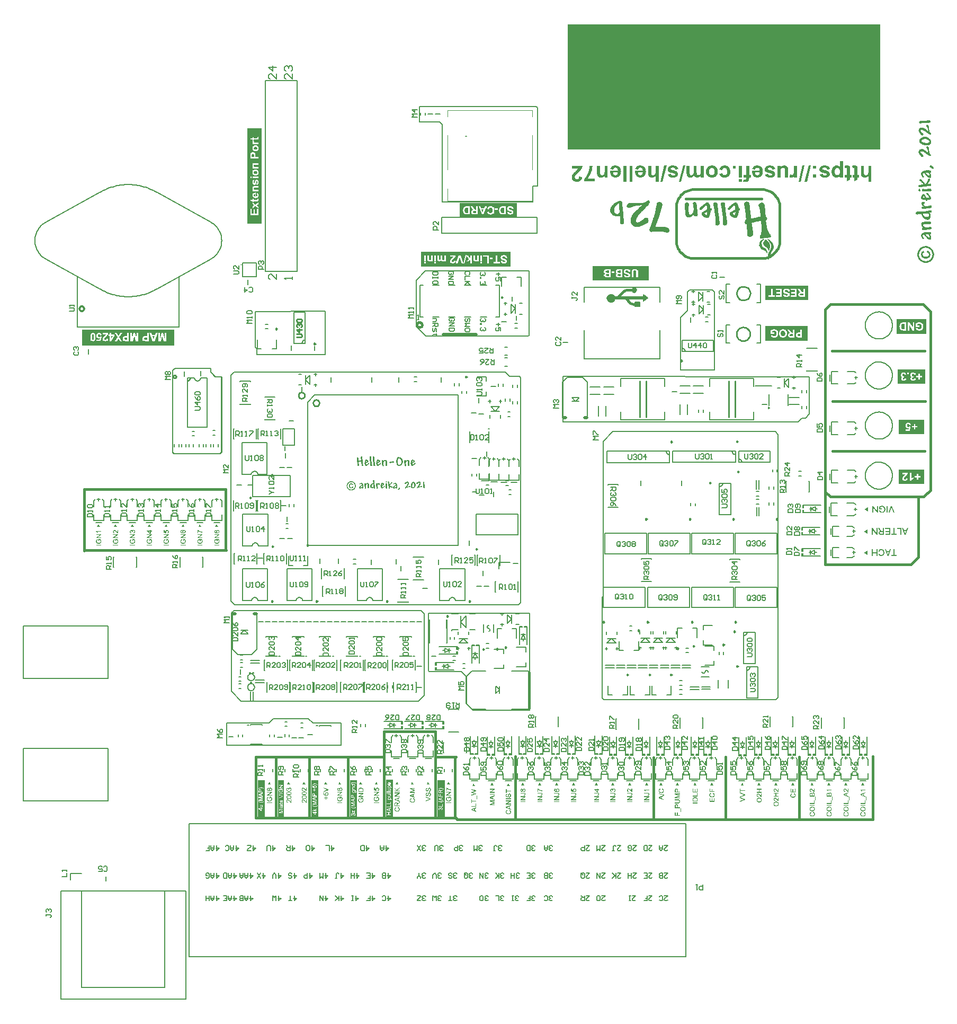
<source format=gto>
G75*
G70*
%OFA0B0*%
%FSLAX25Y25*%
%IPPOS*%
%LPD*%
%AMOC8*
5,1,8,0,0,1.08239X$1,22.5*
%
%ADD109C,0.00689*%
%ADD116C,0.03500*%
%ADD13C,0.00300*%
%ADD135C,0.00650*%
%ADD146C,0.00800*%
%ADD156C,0.01500*%
%ADD174C,0.00500*%
%ADD212R,1.96850X0.78740*%
%ADD226C,0.00591*%
%ADD23C,0.02000*%
%ADD235C,0.00984*%
%ADD25C,0.01575*%
%ADD256C,0.00787*%
%ADD263C,0.01000*%
%ADD265C,0.01968*%
%ADD278C,0.00394*%
%ADD45C,0.00669*%
%ADD61C,0.01181*%
X0000000Y0000000D02*
G01*
G75*
G36*
X0423900Y0509098D02*
X0424423Y0509076D01*
X0424525Y0509058D01*
X0424655Y0508999D01*
X0424826Y0508969D01*
X0425217Y0508795D01*
X0425589Y0508519D01*
X0425624Y0508513D01*
X0425646Y0508438D01*
X0425786Y0508238D01*
X0425948Y0507963D01*
X0425958Y0507821D01*
X0425968Y0507679D01*
X0425962Y0507645D01*
X0425944Y0507543D01*
X0425920Y0507406D01*
X0425844Y0507174D01*
X0425784Y0506833D01*
X0425678Y0506430D01*
X0425560Y0505959D01*
X0425383Y0505358D01*
X0425377Y0505324D01*
X0425319Y0505193D01*
X0425283Y0504989D01*
X0425207Y0504756D01*
X0425095Y0504319D01*
X0425025Y0504121D01*
X0425001Y0503985D01*
X0424995Y0503951D01*
X0424977Y0503848D01*
X0424947Y0503678D01*
X0424865Y0503411D01*
X0424764Y0503043D01*
X0424646Y0502572D01*
X0424476Y0502004D01*
X0424376Y0501636D01*
X0424276Y0501267D01*
X0424270Y0501233D01*
X0424258Y0501164D01*
X0424205Y0501068D01*
X0424141Y0500904D01*
X0424105Y0500700D01*
X0424029Y0500467D01*
X0423913Y0500206D01*
X0423825Y0499906D01*
X0423596Y0499208D01*
X0423316Y0498415D01*
X0422989Y0497559D01*
X0422651Y0496634D01*
X0422645Y0496600D01*
X0422599Y0496538D01*
X0422541Y0496408D01*
X0422470Y0496210D01*
X0422400Y0496011D01*
X0422324Y0495779D01*
X0422132Y0495286D01*
X0421927Y0494724D01*
X0421735Y0494231D01*
X0421659Y0493999D01*
X0421623Y0493794D01*
X0421559Y0493630D01*
X0421541Y0493528D01*
X0421745Y0493492D01*
X0421990Y0493484D01*
X0422371Y0493452D01*
X0422791Y0493448D01*
X0423349Y0493420D01*
X0423986Y0493448D01*
X0424698Y0493498D01*
X0424766Y0493486D01*
X0424982Y0493518D01*
X0425295Y0493498D01*
X0425716Y0493494D01*
X0426273Y0493466D01*
X0426892Y0493392D01*
X0427620Y0493334D01*
X0428540Y0493172D01*
X0428704Y0493108D01*
X0428903Y0493038D01*
X0429356Y0492817D01*
X0429610Y0492667D01*
X0429859Y0492483D01*
X0429887Y0492443D01*
X0429943Y0492362D01*
X0430067Y0492270D01*
X0430146Y0492116D01*
X0430358Y0491727D01*
X0430390Y0491511D01*
X0430382Y0491266D01*
X0430376Y0491232D01*
X0430358Y0491130D01*
X0430300Y0490999D01*
X0430270Y0490829D01*
X0430062Y0490444D01*
X0429957Y0490252D01*
X0429791Y0490105D01*
X0429751Y0490077D01*
X0429711Y0490049D01*
X0429476Y0489915D01*
X0429146Y0489833D01*
X0428935Y0489835D01*
X0428725Y0489837D01*
X0428316Y0489909D01*
X0428118Y0489979D01*
X0427879Y0490021D01*
X0427578Y0490109D01*
X0427408Y0490139D01*
X0427210Y0490209D01*
X0426971Y0490251D01*
X0426466Y0490376D01*
X0426233Y0490452D01*
X0425722Y0490542D01*
X0425444Y0490556D01*
X0425063Y0490588D01*
X0424648Y0490626D01*
X0424159Y0490642D01*
X0423561Y0490642D01*
X0423493Y0490654D01*
X0423277Y0490622D01*
X0422930Y0490648D01*
X0422503Y0490618D01*
X0422008Y0490599D01*
X0421439Y0490559D01*
X0420220Y0490423D01*
X0420186Y0490429D01*
X0420038Y0490385D01*
X0419862Y0490381D01*
X0419645Y0490349D01*
X0419184Y0490324D01*
X0419002Y0490286D01*
X0418763Y0490328D01*
X0418571Y0490433D01*
X0418282Y0490589D01*
X0418170Y0490749D01*
X0418023Y0490916D01*
X0417996Y0490956D01*
X0417967Y0490996D01*
X0417917Y0491110D01*
X0417873Y0491258D01*
X0417797Y0491623D01*
X0417759Y0491806D01*
X0417801Y0492044D01*
X0417807Y0492078D01*
X0417813Y0492112D01*
X0417859Y0492174D01*
X0417883Y0492310D01*
X0417947Y0492475D01*
X0418023Y0492707D01*
X0418146Y0493002D01*
X0418152Y0493036D01*
X0418204Y0493132D01*
X0418234Y0493303D01*
X0418304Y0493501D01*
X0418444Y0493898D01*
X0418514Y0494097D01*
X0418572Y0494227D01*
X0418584Y0494295D01*
X0418636Y0494391D01*
X0418666Y0494561D01*
X0418777Y0494788D01*
X0418871Y0495123D01*
X0419017Y0495554D01*
X0419221Y0496115D01*
X0419227Y0496149D01*
X0419285Y0496279D01*
X0419316Y0496450D01*
X0419426Y0496676D01*
X0419508Y0496943D01*
X0419602Y0497277D01*
X0419871Y0498003D01*
X0420117Y0498803D01*
X0420391Y0499563D01*
X0420526Y0499925D01*
X0420620Y0500260D01*
X0420742Y0500555D01*
X0420824Y0500821D01*
X0420836Y0500889D01*
X0420894Y0501020D01*
X0420976Y0501286D01*
X0421077Y0501655D01*
X0421189Y0502092D01*
X0421313Y0502597D01*
X0421415Y0503176D01*
X0421563Y0503818D01*
X0421569Y0503852D01*
X0421575Y0503886D01*
X0421593Y0503988D01*
X0421618Y0504125D01*
X0421648Y0504295D01*
X0421684Y0504499D01*
X0421774Y0505011D01*
X0421922Y0505652D01*
X0422054Y0506401D01*
X0422204Y0507253D01*
X0422367Y0508173D01*
X0422372Y0508208D01*
X0422385Y0508276D01*
X0422489Y0508468D01*
X0422581Y0508592D01*
X0422713Y0508745D01*
X0422873Y0508857D01*
X0423068Y0508963D01*
X0423102Y0508957D01*
X0423182Y0509013D01*
X0423290Y0509029D01*
X0423473Y0509067D01*
X0423655Y0509106D01*
X0423900Y0509098D01*
D02*
G37*
G36*
X0417147Y0510253D02*
X0417345Y0510183D01*
X0417566Y0510039D01*
X0417768Y0509792D01*
X0417790Y0509718D01*
X0417863Y0509530D01*
X0417945Y0509199D01*
X0417907Y0508784D01*
X0417901Y0508750D01*
X0417849Y0508654D01*
X0417791Y0508524D01*
X0417680Y0508297D01*
X0417484Y0507980D01*
X0417207Y0507608D01*
X0416845Y0507144D01*
X0416362Y0506597D01*
X0416356Y0506563D01*
X0416282Y0506541D01*
X0416229Y0506445D01*
X0416103Y0506327D01*
X0415799Y0505994D01*
X0415408Y0505571D01*
X0414897Y0505064D01*
X0414340Y0504494D01*
X0413702Y0503869D01*
X0412991Y0503221D01*
X0412945Y0503159D01*
X0412779Y0503013D01*
X0412526Y0502776D01*
X0412221Y0502444D01*
X0411865Y0502015D01*
X0411468Y0501558D01*
X0411019Y0501004D01*
X0410598Y0500411D01*
X0410592Y0500377D01*
X0410552Y0500349D01*
X0410500Y0500253D01*
X0410408Y0500128D01*
X0410218Y0499846D01*
X0409975Y0499467D01*
X0409755Y0499014D01*
X0409540Y0498595D01*
X0409354Y0498136D01*
X0409248Y0497733D01*
X0409242Y0497699D01*
X0409224Y0497597D01*
X0409200Y0497461D01*
X0409204Y0497284D01*
X0409178Y0496937D01*
X0409222Y0496789D01*
X0409272Y0496675D01*
X0409300Y0496635D01*
X0409418Y0496508D01*
X0409549Y0496450D01*
X0409679Y0496392D01*
X0409877Y0496322D01*
X0410184Y0496268D01*
X0410360Y0496272D01*
X0410691Y0496354D01*
X0410879Y0496426D01*
X0411136Y0496487D01*
X0411405Y0496615D01*
X0411713Y0496771D01*
X0412068Y0496990D01*
X0412423Y0497208D01*
X0412829Y0497523D01*
X0413276Y0497866D01*
X0413769Y0498271D01*
X0414274Y0498744D01*
X0414315Y0498772D01*
X0414475Y0498884D01*
X0414743Y0499013D01*
X0415114Y0499123D01*
X0415148Y0499117D01*
X0415222Y0499139D01*
X0415331Y0499155D01*
X0415473Y0499165D01*
X0415860Y0499167D01*
X0416275Y0499129D01*
X0416377Y0499111D01*
X0416569Y0499007D01*
X0416694Y0498915D01*
X0416846Y0498782D01*
X0416958Y0498622D01*
X0417064Y0498428D01*
X0417058Y0498394D01*
X0417080Y0498319D01*
X0417125Y0498171D01*
X0417135Y0498029D01*
X0417167Y0497812D01*
X0417193Y0497562D01*
X0417131Y0497011D01*
X0417125Y0496977D01*
X0417067Y0496846D01*
X0417002Y0496682D01*
X0416858Y0496461D01*
X0416674Y0496213D01*
X0416415Y0495942D01*
X0416055Y0495690D01*
X0415592Y0495455D01*
X0415552Y0495427D01*
X0415437Y0495377D01*
X0415323Y0495327D01*
X0415169Y0495249D01*
X0414980Y0495176D01*
X0414746Y0495042D01*
X0414706Y0495014D01*
X0414592Y0494964D01*
X0414397Y0494858D01*
X0414163Y0494723D01*
X0413860Y0494601D01*
X0413517Y0494451D01*
X0412718Y0494100D01*
X0411850Y0493761D01*
X0410966Y0493530D01*
X0410527Y0493432D01*
X0410128Y0493362D01*
X0409775Y0493354D01*
X0409429Y0493380D01*
X0409258Y0493410D01*
X0409128Y0493468D01*
X0408793Y0493562D01*
X0408368Y0493742D01*
X0407915Y0493963D01*
X0407446Y0494291D01*
X0407023Y0494682D01*
X0406618Y0495175D01*
X0406562Y0495255D01*
X0406450Y0495416D01*
X0406328Y0495718D01*
X0406149Y0496101D01*
X0406023Y0496580D01*
X0405908Y0497127D01*
X0405874Y0497731D01*
X0405955Y0498384D01*
X0405961Y0498418D01*
X0405991Y0498589D01*
X0406067Y0498821D01*
X0406115Y0499093D01*
X0406249Y0499456D01*
X0406383Y0499819D01*
X0406558Y0500210D01*
X0406772Y0500629D01*
X0406812Y0500657D01*
X0406876Y0500821D01*
X0407020Y0501042D01*
X0407211Y0501325D01*
X0407487Y0501697D01*
X0407810Y0502132D01*
X0408213Y0502624D01*
X0408690Y0503137D01*
X0408736Y0503199D01*
X0408816Y0503255D01*
X0408902Y0503345D01*
X0409028Y0503463D01*
X0409161Y0503616D01*
X0409367Y0503790D01*
X0409620Y0504027D01*
X0409872Y0504263D01*
X0410205Y0504556D01*
X0410583Y0504911D01*
X0411002Y0505294D01*
X0411461Y0505705D01*
X0412000Y0506172D01*
X0412580Y0506667D01*
X0413205Y0507224D01*
X0410273Y0506933D01*
X0410239Y0506939D01*
X0410090Y0506895D01*
X0409874Y0506863D01*
X0409583Y0506809D01*
X0409178Y0506704D01*
X0408693Y0506544D01*
X0408066Y0506374D01*
X0407358Y0506147D01*
X0407324Y0506153D01*
X0407250Y0506131D01*
X0407170Y0506075D01*
X0407022Y0506031D01*
X0406651Y0505920D01*
X0406200Y0505754D01*
X0405755Y0505622D01*
X0405316Y0505523D01*
X0404951Y0505447D01*
X0404673Y0505461D01*
X0404468Y0505497D01*
X0404236Y0505573D01*
X0403981Y0505724D01*
X0403761Y0505868D01*
X0403552Y0506080D01*
X0403458Y0506343D01*
X0403450Y0506696D01*
X0403456Y0506730D01*
X0403474Y0506832D01*
X0403544Y0507030D01*
X0403614Y0507229D01*
X0403724Y0507455D01*
X0403875Y0507710D01*
X0404059Y0507958D01*
X0404312Y0508195D01*
X0404352Y0508223D01*
X0404432Y0508279D01*
X0404586Y0508357D01*
X0404775Y0508429D01*
X0405037Y0508524D01*
X0405328Y0508578D01*
X0405646Y0508592D01*
X0406027Y0508560D01*
X0406368Y0508500D01*
X0406544Y0508504D01*
X0406749Y0508468D01*
X0407027Y0508454D01*
X0407340Y0508434D01*
X0407687Y0508408D01*
X0408034Y0508382D01*
X0408455Y0508378D01*
X0408910Y0508368D01*
X0409433Y0508346D01*
X0409962Y0508358D01*
X0410525Y0508364D01*
X0411128Y0508398D01*
X0411196Y0508386D01*
X0411379Y0508424D01*
X0411623Y0508416D01*
X0411948Y0508465D01*
X0412335Y0508467D01*
X0412762Y0508497D01*
X0413161Y0508567D01*
X0413553Y0508603D01*
X0413588Y0508597D01*
X0413696Y0508613D01*
X0413878Y0508651D01*
X0414095Y0508683D01*
X0414534Y0508782D01*
X0414756Y0508848D01*
X0414910Y0508926D01*
X0414950Y0508954D01*
X0415145Y0509060D01*
X0415425Y0509257D01*
X0415626Y0509397D01*
X0415866Y0509565D01*
X0415906Y0509594D01*
X0416027Y0509678D01*
X0416187Y0509790D01*
X0416387Y0509930D01*
X0416622Y0510065D01*
X0416816Y0510171D01*
X0416971Y0510249D01*
X0417079Y0510265D01*
X0417147Y0510253D01*
D02*
G37*
G36*
X0334239Y0508465D02*
X0334239Y0499305D01*
X0298438Y0499305D01*
X0298438Y0508465D01*
X0334239Y0508465D01*
D02*
G37*
G36*
X0479315Y0509355D02*
X0479488Y0509321D01*
X0479730Y0509251D01*
X0479938Y0509148D01*
X0480180Y0509009D01*
X0480388Y0508802D01*
X0480422Y0508767D01*
X0480457Y0508698D01*
X0480526Y0508559D01*
X0480630Y0508386D01*
X0480734Y0508144D01*
X0480803Y0507867D01*
X0480837Y0507556D01*
X0480872Y0507210D01*
X0480872Y0507141D01*
X0480872Y0507072D01*
X0480872Y0506968D01*
X0480907Y0506829D01*
X0480907Y0506622D01*
X0480941Y0506380D01*
X0480941Y0506034D01*
X0481010Y0505688D01*
X0481045Y0505238D01*
X0481080Y0504719D01*
X0481149Y0504131D01*
X0481253Y0503439D01*
X0481322Y0502677D01*
X0481426Y0501812D01*
X0481564Y0500844D01*
X0481564Y0500809D01*
X0481564Y0500774D01*
X0481599Y0500567D01*
X0481633Y0500290D01*
X0481668Y0499944D01*
X0481703Y0499563D01*
X0481737Y0499217D01*
X0481772Y0498906D01*
X0481806Y0498698D01*
X0481841Y0498698D01*
X0481910Y0498733D01*
X0482083Y0498733D01*
X0482256Y0498768D01*
X0482533Y0498837D01*
X0482810Y0498871D01*
X0483156Y0498941D01*
X0483536Y0499010D01*
X0483952Y0499114D01*
X0484436Y0499183D01*
X0485439Y0499425D01*
X0486581Y0499667D01*
X0487792Y0499979D01*
X0487792Y0500013D01*
X0487792Y0500117D01*
X0487757Y0500325D01*
X0487723Y0500636D01*
X0487654Y0501017D01*
X0487584Y0501570D01*
X0487515Y0502193D01*
X0487502Y0502342D01*
X0487342Y0502570D01*
X0487221Y0503086D01*
X0487261Y0503715D01*
X0487274Y0503744D01*
X0487273Y0503750D01*
X0487204Y0504234D01*
X0487100Y0504788D01*
X0487031Y0505307D01*
X0486927Y0505826D01*
X0486823Y0506276D01*
X0486789Y0506310D01*
X0486650Y0506345D01*
X0486547Y0506449D01*
X0486443Y0506553D01*
X0486408Y0506587D01*
X0486373Y0506656D01*
X0486339Y0506829D01*
X0486339Y0507106D01*
X0486339Y0507141D01*
X0486339Y0507175D01*
X0486373Y0507279D01*
X0486443Y0507418D01*
X0486547Y0507556D01*
X0486685Y0507764D01*
X0486858Y0507971D01*
X0487135Y0508213D01*
X0487169Y0508248D01*
X0487273Y0508317D01*
X0487411Y0508421D01*
X0487584Y0508525D01*
X0488000Y0508732D01*
X0488242Y0508802D01*
X0488449Y0508836D01*
X0488519Y0508836D01*
X0488726Y0508802D01*
X0489038Y0508698D01*
X0489384Y0508490D01*
X0489591Y0508352D01*
X0489764Y0508144D01*
X0489937Y0507937D01*
X0490076Y0507660D01*
X0490214Y0507348D01*
X0490318Y0506968D01*
X0490422Y0506553D01*
X0490456Y0506068D01*
X0490456Y0506034D01*
X0490456Y0505861D01*
X0490491Y0505618D01*
X0490525Y0505272D01*
X0490560Y0504788D01*
X0490595Y0504165D01*
X0490629Y0503819D01*
X0490664Y0503439D01*
X0490698Y0502989D01*
X0490733Y0502539D01*
X0490733Y0502504D01*
X0490733Y0502435D01*
X0490768Y0502331D01*
X0490768Y0502228D01*
X0490802Y0501882D01*
X0490837Y0501466D01*
X0490871Y0501051D01*
X0490906Y0500636D01*
X0490941Y0500290D01*
X0490941Y0500186D01*
X0490941Y0500082D01*
X0490975Y0500082D01*
X0491114Y0500013D01*
X0491321Y0499875D01*
X0491425Y0499771D01*
X0491529Y0499598D01*
X0491529Y0499563D01*
X0491564Y0499494D01*
X0491667Y0499287D01*
X0491806Y0499010D01*
X0491840Y0498733D01*
X0491840Y0498698D01*
X0491840Y0498664D01*
X0491806Y0498456D01*
X0491736Y0498214D01*
X0491633Y0497937D01*
X0491633Y0497903D01*
X0491598Y0497868D01*
X0491494Y0497730D01*
X0491321Y0497591D01*
X0491079Y0497487D01*
X0491079Y0497453D01*
X0491079Y0497418D01*
X0491114Y0497314D01*
X0491114Y0497141D01*
X0491148Y0496899D01*
X0491218Y0496553D01*
X0491287Y0496173D01*
X0491356Y0495654D01*
X0491356Y0495619D01*
X0491390Y0495515D01*
X0491390Y0495377D01*
X0491425Y0495169D01*
X0491494Y0494892D01*
X0491529Y0494616D01*
X0491633Y0493958D01*
X0491736Y0493266D01*
X0491777Y0492864D01*
X0492327Y0491161D01*
X0492956Y0489919D01*
X0493327Y0489218D01*
X0493770Y0488928D01*
X0494020Y0488742D01*
X0494077Y0488662D01*
X0494141Y0488226D01*
X0494182Y0487654D01*
X0494190Y0487299D01*
X0494085Y0487106D01*
X0493843Y0486936D01*
X0487852Y0486226D01*
X0487578Y0486274D01*
X0487328Y0486459D01*
X0487271Y0486540D01*
X0487199Y0487330D01*
X0487191Y0487685D01*
X0487215Y0487822D01*
X0487320Y0488016D01*
X0487884Y0488411D01*
X0488086Y0489153D01*
X0488376Y0490798D01*
X0488388Y0491192D01*
X0488380Y0491225D01*
X0488311Y0491536D01*
X0488276Y0491882D01*
X0488276Y0491917D01*
X0488276Y0492021D01*
X0488276Y0492194D01*
X0488276Y0492436D01*
X0488276Y0492713D01*
X0488242Y0493059D01*
X0488242Y0493439D01*
X0488207Y0493820D01*
X0488173Y0494685D01*
X0488103Y0495550D01*
X0488000Y0496415D01*
X0487861Y0497211D01*
X0487827Y0497211D01*
X0487688Y0497176D01*
X0487515Y0497141D01*
X0487239Y0497107D01*
X0486962Y0497072D01*
X0486581Y0497003D01*
X0486201Y0496934D01*
X0485785Y0496830D01*
X0484851Y0496657D01*
X0483917Y0496415D01*
X0482983Y0496138D01*
X0482568Y0496000D01*
X0482152Y0495827D01*
X0482152Y0495792D01*
X0482152Y0495688D01*
X0482187Y0495481D01*
X0482222Y0495204D01*
X0482256Y0494823D01*
X0482325Y0494339D01*
X0482429Y0493751D01*
X0482533Y0493024D01*
X0482533Y0492989D01*
X0482568Y0492886D01*
X0482568Y0492747D01*
X0482602Y0492540D01*
X0482637Y0492332D01*
X0482671Y0492055D01*
X0482775Y0491432D01*
X0482879Y0490775D01*
X0482948Y0490118D01*
X0482983Y0489529D01*
X0483017Y0489253D01*
X0483017Y0489045D01*
X0483017Y0489010D01*
X0483017Y0488907D01*
X0482983Y0488803D01*
X0482948Y0488630D01*
X0482879Y0488422D01*
X0482775Y0488215D01*
X0482637Y0488007D01*
X0482429Y0487799D01*
X0482394Y0487765D01*
X0482325Y0487696D01*
X0482187Y0487626D01*
X0482014Y0487523D01*
X0481806Y0487419D01*
X0481564Y0487315D01*
X0481287Y0487280D01*
X0481010Y0487246D01*
X0480907Y0487246D01*
X0480768Y0487280D01*
X0480595Y0487280D01*
X0480249Y0487419D01*
X0480042Y0487488D01*
X0479869Y0487626D01*
X0479834Y0487626D01*
X0479799Y0487696D01*
X0479627Y0487903D01*
X0479453Y0488249D01*
X0479419Y0488457D01*
X0479384Y0488699D01*
X0479384Y0488734D01*
X0479384Y0488907D01*
X0479384Y0489045D01*
X0479350Y0489218D01*
X0479350Y0489426D01*
X0479350Y0489668D01*
X0479315Y0489979D01*
X0479315Y0490291D01*
X0479281Y0490671D01*
X0479246Y0491121D01*
X0479211Y0491605D01*
X0479142Y0492159D01*
X0479107Y0492747D01*
X0479038Y0493405D01*
X0479038Y0493474D01*
X0479004Y0493612D01*
X0479004Y0493854D01*
X0478969Y0494131D01*
X0478934Y0494408D01*
X0478934Y0494685D01*
X0478900Y0494892D01*
X0478900Y0495065D01*
X0478658Y0495031D01*
X0478588Y0495031D01*
X0478450Y0495065D01*
X0478242Y0495204D01*
X0478139Y0495308D01*
X0478035Y0495446D01*
X0478035Y0495481D01*
X0478000Y0495515D01*
X0477862Y0495723D01*
X0477758Y0496000D01*
X0477723Y0496380D01*
X0477723Y0496415D01*
X0477723Y0496449D01*
X0477723Y0496553D01*
X0477758Y0496692D01*
X0477862Y0497072D01*
X0478035Y0497557D01*
X0478035Y0497591D01*
X0478069Y0497660D01*
X0478208Y0497868D01*
X0478381Y0498110D01*
X0478485Y0498179D01*
X0478588Y0498214D01*
X0478485Y0500013D01*
X0478485Y0500082D01*
X0478450Y0500221D01*
X0478450Y0500359D01*
X0478415Y0500532D01*
X0478381Y0500740D01*
X0478346Y0500982D01*
X0478312Y0501259D01*
X0478277Y0501570D01*
X0478242Y0501916D01*
X0478173Y0502331D01*
X0478104Y0502747D01*
X0478035Y0503266D01*
X0477966Y0503785D01*
X0477896Y0504373D01*
X0477896Y0504407D01*
X0477862Y0504511D01*
X0477862Y0504684D01*
X0477827Y0504892D01*
X0477793Y0505134D01*
X0477758Y0505411D01*
X0477654Y0506034D01*
X0477551Y0506656D01*
X0477481Y0507245D01*
X0477447Y0507487D01*
X0477447Y0507694D01*
X0477412Y0507867D01*
X0477412Y0507971D01*
X0477412Y0508006D01*
X0477412Y0508075D01*
X0477447Y0508179D01*
X0477481Y0508317D01*
X0477585Y0508663D01*
X0477723Y0508836D01*
X0477862Y0509009D01*
X0477896Y0509009D01*
X0477931Y0509078D01*
X0478035Y0509113D01*
X0478173Y0509182D01*
X0478519Y0509321D01*
X0478761Y0509355D01*
X0479004Y0509390D01*
X0479142Y0509390D01*
X0479315Y0509355D01*
D02*
G37*
G36*
X0491618Y0485138D02*
X0492061Y0484847D01*
X0492763Y0484017D01*
X0493440Y0483050D01*
X0493707Y0482155D01*
X0493618Y0481251D01*
X0493578Y0480622D01*
X0493433Y0479800D01*
X0493207Y0478921D01*
X0493022Y0478671D01*
X0492538Y0478332D01*
X0492530Y0478687D01*
X0492296Y0479364D01*
X0491618Y0480332D01*
X0491086Y0480921D01*
X0490393Y0481396D01*
X0489828Y0482202D01*
X0489505Y0483178D01*
X0489651Y0484000D01*
X0489965Y0484581D01*
X0490392Y0485001D01*
X0490957Y0485396D01*
X0491618Y0485138D01*
D02*
G37*
G36*
X0490182Y0485815D02*
X0489062Y0484670D01*
X0488489Y0483428D01*
X0488425Y0482662D01*
X0488522Y0482009D01*
X0488643Y0481493D01*
X0488982Y0481009D01*
X0489756Y0480590D01*
X0490506Y0480033D01*
X0491006Y0479663D01*
X0491482Y0479155D01*
X0491796Y0478534D01*
X0491974Y0477937D01*
X0492038Y0477502D01*
X0492022Y0477010D01*
X0491756Y0476704D01*
X0491611Y0477082D01*
X0491353Y0477623D01*
X0490901Y0478268D01*
X0490321Y0478582D01*
X0489603Y0478921D01*
X0488885Y0479259D01*
X0488167Y0479598D01*
X0487579Y0480267D01*
X0487240Y0480751D01*
X0486837Y0481670D01*
X0486845Y0482516D01*
X0486990Y0483339D01*
X0487328Y0484057D01*
X0487804Y0484750D01*
X0489175Y0485710D01*
X0489989Y0485920D01*
X0490182Y0485815D01*
D02*
G37*
G36*
X0493166Y0485501D02*
X0494279Y0484598D01*
X0495263Y0483364D01*
X0495690Y0482582D01*
X0496102Y0481308D01*
X0496021Y0480050D01*
X0495449Y0478809D01*
X0494820Y0477647D01*
X0494006Y0476236D01*
X0493562Y0475325D01*
X0493256Y0474390D01*
X0493063Y0473293D01*
X0493127Y0472858D01*
X0492716Y0472930D01*
X0492474Y0473962D01*
X0492321Y0474696D01*
X0492434Y0475736D01*
X0492732Y0477026D01*
X0493280Y0478131D01*
X0493933Y0479429D01*
X0494449Y0480752D01*
X0494489Y0481381D01*
X0494279Y0482195D01*
X0493932Y0483034D01*
X0493505Y0483816D01*
X0492771Y0484864D01*
X0492182Y0485533D01*
X0492001Y0485706D01*
X0492243Y0485876D01*
X0493166Y0485501D01*
D02*
G37*
G36*
X0330392Y0468498D02*
X0273938Y0468498D01*
X0273938Y0477658D01*
X0330392Y0477658D01*
X0330392Y0468498D01*
D02*
G37*
G36*
X0417462Y0459738D02*
X0382144Y0459738D01*
X0382144Y0468898D01*
X0417462Y0468898D01*
X0417462Y0459738D01*
D02*
G37*
G36*
X0517511Y0456595D02*
X0517511Y0447435D01*
X0490757Y0447435D01*
X0490757Y0456595D01*
X0517511Y0456595D01*
D02*
G37*
G36*
X0416831Y0448740D02*
X0414075Y0446772D01*
X0414075Y0450709D01*
X0416831Y0448740D01*
D02*
G37*
G36*
X0411516Y0443327D02*
X0408563Y0443327D01*
X0408563Y0446279D01*
X0411516Y0446279D01*
X0411516Y0443327D01*
D02*
G37*
G36*
X0592083Y0426248D02*
X0573193Y0426248D01*
X0573193Y0435407D01*
X0592083Y0435407D01*
X0592083Y0426248D01*
D02*
G37*
G36*
X0517299Y0421844D02*
X0490575Y0421844D01*
X0490575Y0431004D01*
X0517299Y0431004D01*
X0517299Y0421844D01*
D02*
G37*
G36*
X0118602Y0418898D02*
X0060827Y0418898D01*
X0060827Y0428740D01*
X0118602Y0428740D01*
X0118602Y0418898D01*
D02*
G37*
G36*
X0591265Y0403865D02*
X0591265Y0394775D01*
X0574011Y0394775D01*
X0574011Y0403865D01*
X0591265Y0403865D01*
D02*
G37*
G36*
X0590512Y0363296D02*
X0574764Y0363296D01*
X0574764Y0372294D01*
X0590512Y0372294D01*
X0590512Y0363296D01*
D02*
G37*
G36*
X0590512Y0331804D02*
X0574764Y0331804D01*
X0574764Y0340809D01*
X0590512Y0340809D01*
X0590512Y0331804D01*
D02*
G37*
G36*
X0561514Y0313742D02*
X0560869Y0313742D01*
X0558788Y0316849D01*
X0558788Y0313742D01*
X0558150Y0313742D01*
X0558150Y0317973D01*
X0558803Y0317973D01*
X0560877Y0314866D01*
X0560877Y0317973D01*
X0561514Y0317973D01*
X0561514Y0313742D01*
D02*
G37*
G36*
X0555301Y0314479D02*
X0552874Y0315754D01*
X0555301Y0317029D01*
X0555301Y0314479D01*
D02*
G37*
G36*
X0564164Y0318035D02*
X0564233Y0318035D01*
X0564317Y0318027D01*
X0564409Y0318012D01*
X0564517Y0317996D01*
X0564632Y0317966D01*
X0564755Y0317935D01*
X0564886Y0317897D01*
X0565016Y0317850D01*
X0565147Y0317789D01*
X0565277Y0317727D01*
X0565408Y0317643D01*
X0565531Y0317559D01*
X0565646Y0317451D01*
X0565654Y0317443D01*
X0565669Y0317420D01*
X0565700Y0317390D01*
X0565738Y0317343D01*
X0565784Y0317282D01*
X0565830Y0317213D01*
X0565884Y0317128D01*
X0565938Y0317029D01*
X0565999Y0316929D01*
X0566053Y0316806D01*
X0566099Y0316675D01*
X0566145Y0316537D01*
X0566184Y0316384D01*
X0566214Y0316230D01*
X0566230Y0316053D01*
X0566237Y0315877D01*
X0566237Y0315869D01*
X0566237Y0315846D01*
X0566237Y0315815D01*
X0566230Y0315777D01*
X0566230Y0315723D01*
X0566222Y0315662D01*
X0566214Y0315593D01*
X0566207Y0315516D01*
X0566176Y0315339D01*
X0566138Y0315155D01*
X0566076Y0314955D01*
X0565999Y0314763D01*
X0565999Y0314755D01*
X0565984Y0314740D01*
X0565976Y0314717D01*
X0565953Y0314679D01*
X0565930Y0314633D01*
X0565899Y0314586D01*
X0565815Y0314471D01*
X0565715Y0314341D01*
X0565592Y0314210D01*
X0565446Y0314079D01*
X0565277Y0313964D01*
X0565270Y0313964D01*
X0565254Y0313949D01*
X0565231Y0313934D01*
X0565193Y0313918D01*
X0565147Y0313895D01*
X0565093Y0313872D01*
X0565024Y0313849D01*
X0564955Y0313818D01*
X0564870Y0313788D01*
X0564786Y0313765D01*
X0564586Y0313719D01*
X0564356Y0313688D01*
X0564110Y0313672D01*
X0564041Y0313672D01*
X0563995Y0313680D01*
X0563933Y0313680D01*
X0563864Y0313688D01*
X0563780Y0313696D01*
X0563695Y0313711D01*
X0563511Y0313749D01*
X0563319Y0313811D01*
X0563135Y0313888D01*
X0562958Y0313995D01*
X0562950Y0313995D01*
X0562935Y0314010D01*
X0562920Y0314026D01*
X0562889Y0314056D01*
X0562851Y0314087D01*
X0562812Y0314133D01*
X0562766Y0314179D01*
X0562720Y0314241D01*
X0562674Y0314302D01*
X0562620Y0314379D01*
X0562574Y0314456D01*
X0562520Y0314548D01*
X0562482Y0314648D01*
X0562436Y0314755D01*
X0562397Y0314871D01*
X0562367Y0314993D01*
X0562966Y0315147D01*
X0562966Y0315139D01*
X0562973Y0315124D01*
X0562981Y0315101D01*
X0562989Y0315070D01*
X0563019Y0314993D01*
X0563065Y0314886D01*
X0563127Y0314778D01*
X0563196Y0314671D01*
X0563280Y0314563D01*
X0563380Y0314471D01*
X0563396Y0314463D01*
X0563434Y0314440D01*
X0563488Y0314402D01*
X0563572Y0314364D01*
X0563680Y0314325D01*
X0563803Y0314287D01*
X0563949Y0314264D01*
X0564110Y0314256D01*
X0564179Y0314256D01*
X0564225Y0314264D01*
X0564287Y0314271D01*
X0564356Y0314279D01*
X0564509Y0314310D01*
X0564686Y0314364D01*
X0564778Y0314394D01*
X0564863Y0314440D01*
X0564955Y0314494D01*
X0565032Y0314548D01*
X0565116Y0314617D01*
X0565185Y0314694D01*
X0565185Y0314702D01*
X0565201Y0314717D01*
X0565216Y0314740D01*
X0565239Y0314771D01*
X0565270Y0314817D01*
X0565300Y0314871D01*
X0565331Y0314932D01*
X0565362Y0315001D01*
X0565400Y0315078D01*
X0565431Y0315162D01*
X0565462Y0315262D01*
X0565492Y0315362D01*
X0565531Y0315585D01*
X0565539Y0315708D01*
X0565546Y0315838D01*
X0565546Y0315846D01*
X0565546Y0315861D01*
X0565546Y0315892D01*
X0565546Y0315930D01*
X0565539Y0315977D01*
X0565539Y0316030D01*
X0565523Y0316153D01*
X0565508Y0316299D01*
X0565477Y0316445D01*
X0565431Y0316599D01*
X0565377Y0316737D01*
X0565370Y0316752D01*
X0565346Y0316791D01*
X0565300Y0316852D01*
X0565247Y0316929D01*
X0565170Y0317013D01*
X0565085Y0317105D01*
X0564978Y0317182D01*
X0564855Y0317259D01*
X0564847Y0317259D01*
X0564840Y0317267D01*
X0564793Y0317290D01*
X0564724Y0317313D01*
X0564632Y0317343D01*
X0564517Y0317382D01*
X0564394Y0317405D01*
X0564248Y0317428D01*
X0564102Y0317436D01*
X0564041Y0317436D01*
X0563995Y0317428D01*
X0563941Y0317420D01*
X0563880Y0317413D01*
X0563803Y0317405D01*
X0563726Y0317390D01*
X0563549Y0317343D01*
X0563357Y0317267D01*
X0563265Y0317228D01*
X0563165Y0317175D01*
X0563065Y0317113D01*
X0562966Y0317044D01*
X0562966Y0316368D01*
X0564171Y0316368D01*
X0564171Y0315761D01*
X0562305Y0315761D01*
X0562305Y0317367D01*
X0562313Y0317374D01*
X0562344Y0317397D01*
X0562390Y0317428D01*
X0562451Y0317474D01*
X0562528Y0317520D01*
X0562612Y0317582D01*
X0562720Y0317643D01*
X0562835Y0317704D01*
X0562958Y0317766D01*
X0563096Y0317827D01*
X0563242Y0317889D01*
X0563396Y0317935D01*
X0563557Y0317981D01*
X0563726Y0318012D01*
X0563895Y0318035D01*
X0564072Y0318042D01*
X0564118Y0318042D01*
X0564164Y0318035D01*
D02*
G37*
G36*
X0572066Y0313742D02*
X0571375Y0313742D01*
X0570292Y0316783D01*
X0570285Y0316798D01*
X0570269Y0316829D01*
X0570246Y0316890D01*
X0570223Y0316967D01*
X0570192Y0317059D01*
X0570154Y0317167D01*
X0570133Y0317247D01*
X0570123Y0317213D01*
X0570093Y0317121D01*
X0570054Y0317013D01*
X0570016Y0316890D01*
X0569970Y0316768D01*
X0568841Y0313742D01*
X0568180Y0313742D01*
X0569808Y0317973D01*
X0570461Y0317973D01*
X0572066Y0313742D01*
D02*
G37*
G36*
X0567643Y0313742D02*
X0566975Y0313742D01*
X0566975Y0317973D01*
X0567643Y0317973D01*
X0567643Y0313742D01*
D02*
G37*
G36*
X0135764Y0304817D02*
X0133852Y0304817D01*
X0134808Y0306637D01*
X0135764Y0304817D01*
D02*
G37*
G36*
X0114504Y0304817D02*
X0112592Y0304817D01*
X0113548Y0306637D01*
X0114504Y0304817D01*
D02*
G37*
G36*
X0103874Y0304817D02*
X0101962Y0304817D01*
X0102918Y0306637D01*
X0103874Y0304817D01*
D02*
G37*
G36*
X0071984Y0304817D02*
X0070072Y0304817D01*
X0071028Y0306637D01*
X0071984Y0304817D01*
D02*
G37*
G36*
X0082614Y0304817D02*
X0080702Y0304817D01*
X0081658Y0306637D01*
X0082614Y0304817D01*
D02*
G37*
G36*
X0579017Y0299834D02*
X0578348Y0299834D01*
X0576644Y0304066D01*
X0577365Y0304066D01*
X0577849Y0302814D01*
X0579478Y0302814D01*
X0579938Y0304066D01*
X0580614Y0304066D01*
X0579017Y0299834D01*
D02*
G37*
G36*
X0565438Y0299834D02*
X0563426Y0299834D01*
X0563334Y0299842D01*
X0563234Y0299850D01*
X0563127Y0299857D01*
X0563019Y0299873D01*
X0562919Y0299888D01*
X0562904Y0299888D01*
X0562873Y0299896D01*
X0562827Y0299911D01*
X0562758Y0299934D01*
X0562689Y0299965D01*
X0562605Y0300003D01*
X0562528Y0300049D01*
X0562451Y0300103D01*
X0562443Y0300111D01*
X0562420Y0300134D01*
X0562382Y0300165D01*
X0562336Y0300211D01*
X0562282Y0300272D01*
X0562228Y0300341D01*
X0562182Y0300426D01*
X0562136Y0300510D01*
X0562128Y0300518D01*
X0562121Y0300549D01*
X0562105Y0300602D01*
X0562082Y0300664D01*
X0562059Y0300741D01*
X0562044Y0300825D01*
X0562036Y0300917D01*
X0562029Y0301017D01*
X0562029Y0301025D01*
X0562029Y0301040D01*
X0562029Y0301063D01*
X0562036Y0301101D01*
X0562044Y0301186D01*
X0562067Y0301301D01*
X0562105Y0301424D01*
X0562159Y0301555D01*
X0562236Y0301685D01*
X0562343Y0301808D01*
X0562359Y0301823D01*
X0562397Y0301854D01*
X0562474Y0301908D01*
X0562566Y0301969D01*
X0562689Y0302031D01*
X0562835Y0302092D01*
X0562996Y0302138D01*
X0563088Y0302157D01*
X0563042Y0302184D01*
X0562942Y0302261D01*
X0562827Y0302361D01*
X0562758Y0302422D01*
X0562697Y0302492D01*
X0562628Y0302576D01*
X0562558Y0302661D01*
X0562489Y0302753D01*
X0562420Y0302860D01*
X0561691Y0304066D01*
X0562482Y0304066D01*
X0562489Y0304051D01*
X0562512Y0304020D01*
X0562543Y0303974D01*
X0562581Y0303905D01*
X0562635Y0303828D01*
X0562689Y0303736D01*
X0562750Y0303636D01*
X0562812Y0303536D01*
X0562950Y0303329D01*
X0563012Y0303221D01*
X0563073Y0303129D01*
X0563134Y0303037D01*
X0563180Y0302960D01*
X0563227Y0302891D01*
X0563257Y0302845D01*
X0563265Y0302837D01*
X0563280Y0302806D01*
X0563311Y0302768D01*
X0563349Y0302722D01*
X0563442Y0302599D01*
X0563557Y0302484D01*
X0563564Y0302476D01*
X0563580Y0302461D01*
X0563611Y0302430D01*
X0563649Y0302399D01*
X0563741Y0302338D01*
X0563795Y0302307D01*
X0563849Y0302292D01*
X0563856Y0302292D01*
X0563872Y0302284D01*
X0563902Y0302276D01*
X0563941Y0302269D01*
X0563995Y0302261D01*
X0564056Y0302254D01*
X0564125Y0302246D01*
X0564770Y0302246D01*
X0564770Y0304066D01*
X0565438Y0304066D01*
X0565438Y0299834D01*
D02*
G37*
G36*
X0114199Y0302864D02*
X0114239Y0302858D01*
X0114285Y0302853D01*
X0114400Y0302830D01*
X0114527Y0302795D01*
X0114660Y0302743D01*
X0114729Y0302709D01*
X0114798Y0302668D01*
X0114867Y0302616D01*
X0114930Y0302565D01*
X0114936Y0302559D01*
X0114942Y0302553D01*
X0114959Y0302536D01*
X0114982Y0302507D01*
X0115005Y0302478D01*
X0115034Y0302444D01*
X0115069Y0302398D01*
X0115097Y0302351D01*
X0115126Y0302294D01*
X0115161Y0302236D01*
X0115213Y0302098D01*
X0115236Y0302023D01*
X0115247Y0301942D01*
X0115259Y0301856D01*
X0115264Y0301764D01*
X0115264Y0301724D01*
X0115259Y0301695D01*
X0115259Y0301660D01*
X0115253Y0301620D01*
X0115236Y0301528D01*
X0115207Y0301413D01*
X0115172Y0301297D01*
X0115115Y0301177D01*
X0115040Y0301061D01*
X0115034Y0301056D01*
X0115028Y0301050D01*
X0114994Y0301015D01*
X0114942Y0300969D01*
X0114861Y0300911D01*
X0114815Y0300883D01*
X0114763Y0300848D01*
X0114706Y0300825D01*
X0114637Y0300796D01*
X0114567Y0300773D01*
X0114493Y0300756D01*
X0114406Y0300739D01*
X0114320Y0300727D01*
X0114279Y0301205D01*
X0114285Y0301205D01*
X0114291Y0301205D01*
X0114308Y0301211D01*
X0114331Y0301217D01*
X0114389Y0301228D01*
X0114458Y0301251D01*
X0114533Y0301274D01*
X0114608Y0301309D01*
X0114677Y0301349D01*
X0114734Y0301401D01*
X0114740Y0301407D01*
X0114758Y0301430D01*
X0114775Y0301459D01*
X0114798Y0301505D01*
X0114827Y0301557D01*
X0114844Y0301620D01*
X0114861Y0301689D01*
X0114867Y0301764D01*
X0114867Y0301776D01*
X0114861Y0301810D01*
X0114856Y0301856D01*
X0114844Y0301920D01*
X0114815Y0301989D01*
X0114781Y0302058D01*
X0114734Y0302127D01*
X0114665Y0302196D01*
X0114654Y0302202D01*
X0114631Y0302225D01*
X0114585Y0302254D01*
X0114527Y0302282D01*
X0114452Y0302317D01*
X0114366Y0302340D01*
X0114268Y0302363D01*
X0114158Y0302369D01*
X0114153Y0302369D01*
X0114147Y0302369D01*
X0114130Y0302369D01*
X0114107Y0302369D01*
X0114055Y0302357D01*
X0113986Y0302346D01*
X0113905Y0302328D01*
X0113830Y0302294D01*
X0113750Y0302254D01*
X0113681Y0302196D01*
X0113675Y0302190D01*
X0113652Y0302167D01*
X0113623Y0302127D01*
X0113588Y0302075D01*
X0113559Y0302012D01*
X0113531Y0301937D01*
X0113508Y0301856D01*
X0113502Y0301758D01*
X0113502Y0301724D01*
X0113508Y0301701D01*
X0113519Y0301643D01*
X0113542Y0301562D01*
X0113577Y0301476D01*
X0113629Y0301384D01*
X0113663Y0301343D01*
X0113704Y0301297D01*
X0113755Y0301257D01*
X0113807Y0301217D01*
X0113755Y0300791D01*
X0112079Y0301096D01*
X0112079Y0302726D01*
X0112534Y0302726D01*
X0112534Y0301470D01*
X0113266Y0301320D01*
X0113260Y0301332D01*
X0113237Y0301361D01*
X0113208Y0301407D01*
X0113168Y0301470D01*
X0113133Y0301551D01*
X0113104Y0301643D01*
X0113081Y0301747D01*
X0113076Y0301862D01*
X0113076Y0301902D01*
X0113081Y0301931D01*
X0113081Y0301966D01*
X0113093Y0302006D01*
X0113110Y0302104D01*
X0113145Y0302213D01*
X0113197Y0302328D01*
X0113231Y0302386D01*
X0113266Y0302449D01*
X0113312Y0302507D01*
X0113364Y0302565D01*
X0113369Y0302570D01*
X0113375Y0302576D01*
X0113392Y0302593D01*
X0113416Y0302611D01*
X0113444Y0302634D01*
X0113479Y0302662D01*
X0113519Y0302691D01*
X0113565Y0302720D01*
X0113675Y0302772D01*
X0113801Y0302824D01*
X0113951Y0302858D01*
X0114032Y0302864D01*
X0114118Y0302870D01*
X0114124Y0302870D01*
X0114141Y0302870D01*
X0114164Y0302870D01*
X0114199Y0302864D01*
D02*
G37*
G36*
X0083323Y0300681D02*
X0083317Y0300681D01*
X0083311Y0300681D01*
X0083294Y0300681D01*
X0083271Y0300687D01*
X0083208Y0300693D01*
X0083133Y0300704D01*
X0083041Y0300727D01*
X0082943Y0300762D01*
X0082839Y0300802D01*
X0082735Y0300865D01*
X0082730Y0300865D01*
X0082724Y0300877D01*
X0082706Y0300888D01*
X0082683Y0300906D01*
X0082626Y0300952D01*
X0082586Y0300986D01*
X0082545Y0301027D01*
X0082493Y0301073D01*
X0082442Y0301125D01*
X0082384Y0301182D01*
X0082321Y0301245D01*
X0082257Y0301315D01*
X0082182Y0301395D01*
X0082113Y0301482D01*
X0082033Y0301574D01*
X0082033Y0301580D01*
X0082021Y0301585D01*
X0081992Y0301620D01*
X0081946Y0301677D01*
X0081889Y0301747D01*
X0081814Y0301827D01*
X0081733Y0301919D01*
X0081641Y0302006D01*
X0081549Y0302098D01*
X0081543Y0302098D01*
X0081537Y0302110D01*
X0081503Y0302133D01*
X0081451Y0302173D01*
X0081388Y0302219D01*
X0081307Y0302259D01*
X0081221Y0302299D01*
X0081128Y0302323D01*
X0081030Y0302334D01*
X0081019Y0302334D01*
X0080996Y0302334D01*
X0080955Y0302328D01*
X0080904Y0302317D01*
X0080852Y0302294D01*
X0080794Y0302271D01*
X0080731Y0302230D01*
X0080679Y0302179D01*
X0080673Y0302173D01*
X0080656Y0302150D01*
X0080633Y0302115D01*
X0080604Y0302075D01*
X0080581Y0302017D01*
X0080558Y0301948D01*
X0080541Y0301873D01*
X0080535Y0301793D01*
X0080535Y0301752D01*
X0080541Y0301706D01*
X0080552Y0301654D01*
X0080570Y0301585D01*
X0080598Y0301522D01*
X0080633Y0301453D01*
X0080685Y0301390D01*
X0080690Y0301384D01*
X0080714Y0301366D01*
X0080748Y0301338D01*
X0080800Y0301309D01*
X0080863Y0301280D01*
X0080950Y0301257D01*
X0081048Y0301240D01*
X0081163Y0301228D01*
X0081117Y0300756D01*
X0081111Y0300756D01*
X0081094Y0300756D01*
X0081071Y0300762D01*
X0081036Y0300767D01*
X0080996Y0300773D01*
X0080950Y0300785D01*
X0080840Y0300808D01*
X0080719Y0300848D01*
X0080598Y0300906D01*
X0080483Y0300980D01*
X0080426Y0301021D01*
X0080379Y0301073D01*
X0080374Y0301078D01*
X0080368Y0301084D01*
X0080356Y0301101D01*
X0080339Y0301125D01*
X0080322Y0301153D01*
X0080305Y0301188D01*
X0080259Y0301274D01*
X0080212Y0301378D01*
X0080178Y0301499D01*
X0080149Y0301643D01*
X0080138Y0301798D01*
X0080138Y0301845D01*
X0080143Y0301879D01*
X0080143Y0301919D01*
X0080149Y0301965D01*
X0080172Y0302069D01*
X0080201Y0302190D01*
X0080247Y0302311D01*
X0080316Y0302432D01*
X0080356Y0302490D01*
X0080402Y0302541D01*
X0080408Y0302547D01*
X0080414Y0302553D01*
X0080449Y0302582D01*
X0080506Y0302628D01*
X0080581Y0302680D01*
X0080673Y0302726D01*
X0080783Y0302772D01*
X0080904Y0302801D01*
X0080967Y0302812D01*
X0081036Y0302812D01*
X0081042Y0302812D01*
X0081048Y0302812D01*
X0081065Y0302812D01*
X0081088Y0302806D01*
X0081151Y0302801D01*
X0081232Y0302783D01*
X0081324Y0302760D01*
X0081434Y0302720D01*
X0081543Y0302662D01*
X0081664Y0302588D01*
X0081670Y0302588D01*
X0081675Y0302576D01*
X0081699Y0302565D01*
X0081722Y0302541D01*
X0081750Y0302518D01*
X0081791Y0302484D01*
X0081831Y0302444D01*
X0081883Y0302397D01*
X0081940Y0302346D01*
X0082004Y0302282D01*
X0082067Y0302207D01*
X0082142Y0302133D01*
X0082223Y0302040D01*
X0082303Y0301948D01*
X0082395Y0301839D01*
X0082488Y0301724D01*
X0082488Y0301718D01*
X0082499Y0301712D01*
X0082511Y0301695D01*
X0082528Y0301672D01*
X0082580Y0301614D01*
X0082632Y0301545D01*
X0082695Y0301476D01*
X0082758Y0301407D01*
X0082816Y0301343D01*
X0082868Y0301297D01*
X0082868Y0302818D01*
X0083323Y0302818D01*
X0083323Y0300681D01*
D02*
G37*
G36*
X0133702Y0302841D02*
X0133719Y0302824D01*
X0133748Y0302801D01*
X0133788Y0302766D01*
X0133834Y0302732D01*
X0133898Y0302680D01*
X0133961Y0302628D01*
X0134042Y0302570D01*
X0134128Y0302513D01*
X0134220Y0302449D01*
X0134324Y0302380D01*
X0134433Y0302317D01*
X0134549Y0302248D01*
X0134670Y0302179D01*
X0134802Y0302115D01*
X0134934Y0302052D01*
X0134940Y0302046D01*
X0134969Y0302041D01*
X0135009Y0302023D01*
X0135061Y0302000D01*
X0135125Y0301971D01*
X0135205Y0301942D01*
X0135297Y0301914D01*
X0135401Y0301879D01*
X0135511Y0301845D01*
X0135632Y0301810D01*
X0135758Y0301781D01*
X0135891Y0301747D01*
X0136029Y0301718D01*
X0136173Y0301695D01*
X0136323Y0301678D01*
X0136472Y0301660D01*
X0136472Y0301188D01*
X0136467Y0301188D01*
X0136444Y0301188D01*
X0136403Y0301194D01*
X0136352Y0301194D01*
X0136294Y0301200D01*
X0136219Y0301205D01*
X0136133Y0301217D01*
X0136035Y0301228D01*
X0135931Y0301246D01*
X0135822Y0301269D01*
X0135701Y0301292D01*
X0135580Y0301320D01*
X0135447Y0301355D01*
X0135315Y0301395D01*
X0135177Y0301441D01*
X0135032Y0301493D01*
X0135021Y0301499D01*
X0134998Y0301505D01*
X0134958Y0301522D01*
X0134906Y0301545D01*
X0134842Y0301580D01*
X0134767Y0301614D01*
X0134681Y0301655D01*
X0134595Y0301701D01*
X0134393Y0301816D01*
X0134192Y0301948D01*
X0133984Y0302098D01*
X0133886Y0302179D01*
X0133794Y0302265D01*
X0133794Y0300756D01*
X0133339Y0300756D01*
X0133339Y0302847D01*
X0133696Y0302847D01*
X0133702Y0302841D01*
D02*
G37*
G36*
X0072693Y0301787D02*
X0070280Y0301787D01*
X0070291Y0301776D01*
X0070326Y0301747D01*
X0070349Y0301718D01*
X0070372Y0301689D01*
X0070400Y0301655D01*
X0070435Y0301608D01*
X0070470Y0301562D01*
X0070504Y0301505D01*
X0070544Y0301441D01*
X0070585Y0301372D01*
X0070619Y0301297D01*
X0070660Y0301217D01*
X0070700Y0301125D01*
X0070735Y0301027D01*
X0070297Y0301027D01*
X0070291Y0301032D01*
X0070280Y0301056D01*
X0070262Y0301090D01*
X0070239Y0301136D01*
X0070210Y0301188D01*
X0070170Y0301251D01*
X0070130Y0301315D01*
X0070078Y0301390D01*
X0069963Y0301539D01*
X0069830Y0301689D01*
X0069755Y0301758D01*
X0069675Y0301822D01*
X0069588Y0301879D01*
X0069502Y0301931D01*
X0069502Y0302259D01*
X0072693Y0302259D01*
X0072693Y0301787D01*
D02*
G37*
G36*
X0561199Y0299834D02*
X0560554Y0299834D01*
X0558473Y0302941D01*
X0558473Y0299834D01*
X0557835Y0299834D01*
X0557835Y0304066D01*
X0558488Y0304066D01*
X0560562Y0300959D01*
X0560562Y0304066D01*
X0561199Y0304066D01*
X0561199Y0299834D01*
D02*
G37*
G36*
X0103845Y0302421D02*
X0104583Y0302421D01*
X0104583Y0301948D01*
X0103845Y0301948D01*
X0103845Y0300612D01*
X0103448Y0300612D01*
X0101409Y0302035D01*
X0101409Y0302421D01*
X0103413Y0302421D01*
X0103413Y0302835D01*
X0103845Y0302835D01*
X0103845Y0302421D01*
D02*
G37*
G36*
X0554986Y0300572D02*
X0552559Y0301847D01*
X0554986Y0303121D01*
X0554986Y0300572D01*
D02*
G37*
G36*
X0576260Y0299834D02*
X0575591Y0299834D01*
X0575591Y0303459D01*
X0573556Y0303459D01*
X0573556Y0304066D01*
X0576260Y0304066D01*
X0576260Y0299834D01*
D02*
G37*
G36*
X0571936Y0300441D02*
X0573287Y0300441D01*
X0573287Y0299834D01*
X0569908Y0299834D01*
X0569908Y0300441D01*
X0571268Y0300441D01*
X0571268Y0304066D01*
X0571936Y0304066D01*
X0571936Y0300441D01*
D02*
G37*
G36*
X0569371Y0299834D02*
X0566260Y0299834D01*
X0566260Y0300441D01*
X0568702Y0300441D01*
X0568702Y0301578D01*
X0566422Y0301578D01*
X0566422Y0302184D01*
X0568702Y0302184D01*
X0568702Y0303459D01*
X0566168Y0303459D01*
X0566168Y0304066D01*
X0569371Y0304066D01*
X0569371Y0299834D01*
D02*
G37*
G36*
X0136472Y0299736D02*
X0134142Y0298181D01*
X0136472Y0298181D01*
X0136472Y0297703D01*
X0133299Y0297703D01*
X0133299Y0298187D01*
X0135629Y0299748D01*
X0133299Y0299748D01*
X0133299Y0300226D01*
X0136472Y0300226D01*
X0136472Y0299736D01*
D02*
G37*
G36*
X0115213Y0299736D02*
X0112883Y0298181D01*
X0115213Y0298181D01*
X0115213Y0297703D01*
X0112039Y0297703D01*
X0112039Y0298187D01*
X0114369Y0299748D01*
X0112039Y0299748D01*
X0112039Y0300226D01*
X0115213Y0300226D01*
X0115213Y0299736D01*
D02*
G37*
G36*
X0104583Y0299736D02*
X0102253Y0298181D01*
X0104583Y0298181D01*
X0104583Y0297703D01*
X0101409Y0297703D01*
X0101409Y0298187D01*
X0103739Y0299748D01*
X0101409Y0299748D01*
X0101409Y0300226D01*
X0104583Y0300226D01*
X0104583Y0299736D01*
D02*
G37*
G36*
X0072693Y0299736D02*
X0070363Y0298181D01*
X0072693Y0298181D01*
X0072693Y0297703D01*
X0069519Y0297703D01*
X0069519Y0298187D01*
X0071850Y0299748D01*
X0069519Y0299748D01*
X0069519Y0300226D01*
X0072693Y0300226D01*
X0072693Y0299736D01*
D02*
G37*
G36*
X0083323Y0299736D02*
X0080993Y0298181D01*
X0083323Y0298181D01*
X0083323Y0297703D01*
X0080149Y0297703D01*
X0080149Y0298187D01*
X0082480Y0299748D01*
X0080149Y0299748D01*
X0080149Y0300226D01*
X0083323Y0300226D01*
X0083323Y0299736D01*
D02*
G37*
G36*
X0136023Y0297104D02*
X0136040Y0297081D01*
X0136064Y0297046D01*
X0136098Y0297001D01*
X0136133Y0296943D01*
X0136179Y0296880D01*
X0136225Y0296799D01*
X0136271Y0296712D01*
X0136317Y0296620D01*
X0136363Y0296517D01*
X0136409Y0296407D01*
X0136444Y0296292D01*
X0136478Y0296171D01*
X0136501Y0296044D01*
X0136519Y0295918D01*
X0136524Y0295785D01*
X0136524Y0295750D01*
X0136519Y0295716D01*
X0136519Y0295664D01*
X0136513Y0295601D01*
X0136501Y0295532D01*
X0136490Y0295451D01*
X0136467Y0295365D01*
X0136444Y0295272D01*
X0136415Y0295175D01*
X0136380Y0295077D01*
X0136334Y0294979D01*
X0136288Y0294881D01*
X0136225Y0294783D01*
X0136161Y0294691D01*
X0136081Y0294604D01*
X0136075Y0294599D01*
X0136058Y0294587D01*
X0136035Y0294564D01*
X0136000Y0294535D01*
X0135954Y0294501D01*
X0135902Y0294466D01*
X0135839Y0294426D01*
X0135764Y0294385D01*
X0135689Y0294339D01*
X0135597Y0294299D01*
X0135499Y0294264D01*
X0135395Y0294230D01*
X0135280Y0294201D01*
X0135165Y0294178D01*
X0135032Y0294166D01*
X0134900Y0294161D01*
X0134894Y0294161D01*
X0134877Y0294161D01*
X0134854Y0294161D01*
X0134825Y0294166D01*
X0134785Y0294166D01*
X0134739Y0294172D01*
X0134687Y0294178D01*
X0134629Y0294184D01*
X0134497Y0294207D01*
X0134359Y0294236D01*
X0134209Y0294282D01*
X0134065Y0294339D01*
X0134059Y0294339D01*
X0134047Y0294351D01*
X0134030Y0294357D01*
X0134001Y0294374D01*
X0133967Y0294391D01*
X0133932Y0294414D01*
X0133846Y0294478D01*
X0133748Y0294552D01*
X0133650Y0294645D01*
X0133552Y0294754D01*
X0133466Y0294881D01*
X0133466Y0294886D01*
X0133454Y0294898D01*
X0133443Y0294915D01*
X0133431Y0294944D01*
X0133414Y0294979D01*
X0133397Y0295019D01*
X0133379Y0295071D01*
X0133356Y0295123D01*
X0133333Y0295186D01*
X0133316Y0295249D01*
X0133281Y0295399D01*
X0133258Y0295572D01*
X0133247Y0295756D01*
X0133247Y0295808D01*
X0133253Y0295843D01*
X0133253Y0295889D01*
X0133258Y0295941D01*
X0133264Y0296004D01*
X0133276Y0296067D01*
X0133305Y0296206D01*
X0133351Y0296350D01*
X0133408Y0296488D01*
X0133489Y0296620D01*
X0133489Y0296626D01*
X0133500Y0296638D01*
X0133512Y0296649D01*
X0133535Y0296672D01*
X0133558Y0296701D01*
X0133592Y0296730D01*
X0133627Y0296764D01*
X0133673Y0296799D01*
X0133719Y0296833D01*
X0133777Y0296874D01*
X0133834Y0296908D01*
X0133904Y0296949D01*
X0133978Y0296977D01*
X0134059Y0297012D01*
X0134145Y0297041D01*
X0134238Y0297064D01*
X0134353Y0296615D01*
X0134347Y0296615D01*
X0134335Y0296609D01*
X0134318Y0296603D01*
X0134295Y0296597D01*
X0134238Y0296574D01*
X0134157Y0296540D01*
X0134076Y0296494D01*
X0133996Y0296442D01*
X0133915Y0296378D01*
X0133846Y0296304D01*
X0133840Y0296292D01*
X0133823Y0296263D01*
X0133794Y0296223D01*
X0133765Y0296160D01*
X0133737Y0296079D01*
X0133708Y0295987D01*
X0133690Y0295877D01*
X0133685Y0295756D01*
X0133685Y0295704D01*
X0133690Y0295670D01*
X0133696Y0295624D01*
X0133702Y0295572D01*
X0133725Y0295457D01*
X0133765Y0295324D01*
X0133788Y0295255D01*
X0133823Y0295192D01*
X0133863Y0295123D01*
X0133904Y0295065D01*
X0133955Y0295002D01*
X0134013Y0294950D01*
X0134019Y0294950D01*
X0134030Y0294938D01*
X0134047Y0294927D01*
X0134071Y0294910D01*
X0134105Y0294886D01*
X0134145Y0294864D01*
X0134192Y0294841D01*
X0134243Y0294817D01*
X0134301Y0294789D01*
X0134364Y0294766D01*
X0134439Y0294742D01*
X0134514Y0294720D01*
X0134681Y0294691D01*
X0134773Y0294685D01*
X0134871Y0294679D01*
X0134877Y0294679D01*
X0134889Y0294679D01*
X0134912Y0294679D01*
X0134940Y0294679D01*
X0134975Y0294685D01*
X0135015Y0294685D01*
X0135107Y0294696D01*
X0135217Y0294708D01*
X0135326Y0294731D01*
X0135441Y0294766D01*
X0135545Y0294806D01*
X0135557Y0294812D01*
X0135585Y0294829D01*
X0135632Y0294864D01*
X0135689Y0294904D01*
X0135752Y0294961D01*
X0135822Y0295025D01*
X0135879Y0295105D01*
X0135937Y0295198D01*
X0135937Y0295203D01*
X0135942Y0295209D01*
X0135960Y0295244D01*
X0135977Y0295296D01*
X0136000Y0295365D01*
X0136029Y0295451D01*
X0136046Y0295543D01*
X0136064Y0295653D01*
X0136069Y0295762D01*
X0136069Y0295808D01*
X0136064Y0295843D01*
X0136058Y0295883D01*
X0136052Y0295929D01*
X0136046Y0295987D01*
X0136035Y0296044D01*
X0136000Y0296177D01*
X0135942Y0296321D01*
X0135914Y0296390D01*
X0135873Y0296465D01*
X0135827Y0296540D01*
X0135775Y0296615D01*
X0135269Y0296615D01*
X0135269Y0295710D01*
X0134814Y0295710D01*
X0134814Y0297110D01*
X0136017Y0297110D01*
X0136023Y0297104D01*
D02*
G37*
G36*
X0114763Y0297104D02*
X0114781Y0297081D01*
X0114804Y0297046D01*
X0114838Y0297001D01*
X0114873Y0296943D01*
X0114919Y0296880D01*
X0114965Y0296799D01*
X0115011Y0296712D01*
X0115057Y0296620D01*
X0115103Y0296517D01*
X0115149Y0296407D01*
X0115184Y0296292D01*
X0115218Y0296171D01*
X0115241Y0296044D01*
X0115259Y0295918D01*
X0115264Y0295785D01*
X0115264Y0295750D01*
X0115259Y0295716D01*
X0115259Y0295664D01*
X0115253Y0295601D01*
X0115241Y0295532D01*
X0115230Y0295451D01*
X0115207Y0295365D01*
X0115184Y0295272D01*
X0115155Y0295175D01*
X0115120Y0295077D01*
X0115074Y0294979D01*
X0115028Y0294881D01*
X0114965Y0294783D01*
X0114902Y0294691D01*
X0114821Y0294604D01*
X0114815Y0294599D01*
X0114798Y0294587D01*
X0114775Y0294564D01*
X0114740Y0294535D01*
X0114694Y0294501D01*
X0114642Y0294466D01*
X0114579Y0294426D01*
X0114504Y0294385D01*
X0114429Y0294339D01*
X0114337Y0294299D01*
X0114239Y0294264D01*
X0114136Y0294230D01*
X0114020Y0294201D01*
X0113905Y0294178D01*
X0113773Y0294166D01*
X0113640Y0294161D01*
X0113634Y0294161D01*
X0113617Y0294161D01*
X0113594Y0294161D01*
X0113565Y0294166D01*
X0113525Y0294166D01*
X0113479Y0294172D01*
X0113427Y0294178D01*
X0113369Y0294184D01*
X0113237Y0294207D01*
X0113099Y0294236D01*
X0112949Y0294282D01*
X0112805Y0294339D01*
X0112799Y0294339D01*
X0112788Y0294351D01*
X0112770Y0294357D01*
X0112742Y0294374D01*
X0112707Y0294391D01*
X0112672Y0294414D01*
X0112586Y0294478D01*
X0112488Y0294552D01*
X0112390Y0294645D01*
X0112292Y0294754D01*
X0112206Y0294881D01*
X0112206Y0294886D01*
X0112194Y0294898D01*
X0112183Y0294915D01*
X0112171Y0294944D01*
X0112154Y0294979D01*
X0112137Y0295019D01*
X0112119Y0295071D01*
X0112097Y0295123D01*
X0112073Y0295186D01*
X0112056Y0295249D01*
X0112022Y0295399D01*
X0111998Y0295572D01*
X0111987Y0295756D01*
X0111987Y0295808D01*
X0111993Y0295843D01*
X0111993Y0295889D01*
X0111998Y0295941D01*
X0112004Y0296004D01*
X0112016Y0296067D01*
X0112045Y0296206D01*
X0112091Y0296350D01*
X0112148Y0296488D01*
X0112229Y0296620D01*
X0112229Y0296626D01*
X0112241Y0296638D01*
X0112252Y0296649D01*
X0112275Y0296672D01*
X0112298Y0296701D01*
X0112333Y0296730D01*
X0112367Y0296764D01*
X0112413Y0296799D01*
X0112459Y0296833D01*
X0112517Y0296874D01*
X0112575Y0296908D01*
X0112644Y0296949D01*
X0112718Y0296977D01*
X0112799Y0297012D01*
X0112886Y0297041D01*
X0112978Y0297064D01*
X0113093Y0296615D01*
X0113087Y0296615D01*
X0113076Y0296609D01*
X0113058Y0296603D01*
X0113035Y0296597D01*
X0112978Y0296574D01*
X0112897Y0296540D01*
X0112817Y0296494D01*
X0112736Y0296442D01*
X0112655Y0296378D01*
X0112586Y0296304D01*
X0112580Y0296292D01*
X0112563Y0296263D01*
X0112534Y0296223D01*
X0112505Y0296160D01*
X0112477Y0296079D01*
X0112448Y0295987D01*
X0112431Y0295877D01*
X0112425Y0295756D01*
X0112425Y0295704D01*
X0112431Y0295670D01*
X0112436Y0295624D01*
X0112442Y0295572D01*
X0112465Y0295457D01*
X0112505Y0295324D01*
X0112529Y0295255D01*
X0112563Y0295192D01*
X0112603Y0295123D01*
X0112644Y0295065D01*
X0112696Y0295002D01*
X0112753Y0294950D01*
X0112759Y0294950D01*
X0112770Y0294938D01*
X0112788Y0294927D01*
X0112811Y0294910D01*
X0112845Y0294886D01*
X0112886Y0294864D01*
X0112932Y0294841D01*
X0112984Y0294817D01*
X0113041Y0294789D01*
X0113104Y0294766D01*
X0113179Y0294742D01*
X0113254Y0294720D01*
X0113421Y0294691D01*
X0113513Y0294685D01*
X0113611Y0294679D01*
X0113617Y0294679D01*
X0113629Y0294679D01*
X0113652Y0294679D01*
X0113681Y0294679D01*
X0113715Y0294685D01*
X0113755Y0294685D01*
X0113847Y0294696D01*
X0113957Y0294708D01*
X0114066Y0294731D01*
X0114182Y0294766D01*
X0114285Y0294806D01*
X0114297Y0294812D01*
X0114326Y0294829D01*
X0114372Y0294864D01*
X0114429Y0294904D01*
X0114493Y0294961D01*
X0114562Y0295025D01*
X0114619Y0295105D01*
X0114677Y0295198D01*
X0114677Y0295203D01*
X0114683Y0295209D01*
X0114700Y0295244D01*
X0114717Y0295296D01*
X0114740Y0295365D01*
X0114769Y0295451D01*
X0114786Y0295543D01*
X0114804Y0295653D01*
X0114809Y0295762D01*
X0114809Y0295808D01*
X0114804Y0295843D01*
X0114798Y0295883D01*
X0114792Y0295929D01*
X0114786Y0295987D01*
X0114775Y0296044D01*
X0114740Y0296177D01*
X0114683Y0296321D01*
X0114654Y0296390D01*
X0114614Y0296465D01*
X0114567Y0296540D01*
X0114516Y0296615D01*
X0114009Y0296615D01*
X0114009Y0295710D01*
X0113554Y0295710D01*
X0113554Y0297110D01*
X0114758Y0297110D01*
X0114763Y0297104D01*
D02*
G37*
G36*
X0104133Y0297104D02*
X0104151Y0297081D01*
X0104174Y0297046D01*
X0104208Y0297001D01*
X0104243Y0296943D01*
X0104289Y0296880D01*
X0104335Y0296799D01*
X0104381Y0296712D01*
X0104427Y0296620D01*
X0104473Y0296517D01*
X0104519Y0296407D01*
X0104554Y0296292D01*
X0104588Y0296171D01*
X0104612Y0296044D01*
X0104629Y0295918D01*
X0104634Y0295785D01*
X0104634Y0295750D01*
X0104629Y0295716D01*
X0104629Y0295664D01*
X0104623Y0295601D01*
X0104612Y0295532D01*
X0104600Y0295451D01*
X0104577Y0295365D01*
X0104554Y0295272D01*
X0104525Y0295175D01*
X0104490Y0295077D01*
X0104445Y0294979D01*
X0104398Y0294881D01*
X0104335Y0294783D01*
X0104272Y0294691D01*
X0104191Y0294604D01*
X0104185Y0294599D01*
X0104168Y0294587D01*
X0104145Y0294564D01*
X0104110Y0294535D01*
X0104064Y0294501D01*
X0104013Y0294466D01*
X0103949Y0294426D01*
X0103874Y0294385D01*
X0103799Y0294339D01*
X0103707Y0294299D01*
X0103609Y0294264D01*
X0103506Y0294230D01*
X0103390Y0294201D01*
X0103275Y0294178D01*
X0103143Y0294166D01*
X0103010Y0294161D01*
X0103005Y0294161D01*
X0102987Y0294161D01*
X0102964Y0294161D01*
X0102935Y0294166D01*
X0102895Y0294166D01*
X0102849Y0294172D01*
X0102797Y0294178D01*
X0102740Y0294184D01*
X0102607Y0294207D01*
X0102469Y0294236D01*
X0102319Y0294282D01*
X0102175Y0294339D01*
X0102169Y0294339D01*
X0102158Y0294351D01*
X0102140Y0294357D01*
X0102112Y0294374D01*
X0102077Y0294391D01*
X0102042Y0294414D01*
X0101956Y0294478D01*
X0101858Y0294552D01*
X0101760Y0294645D01*
X0101662Y0294754D01*
X0101576Y0294881D01*
X0101576Y0294886D01*
X0101565Y0294898D01*
X0101553Y0294915D01*
X0101541Y0294944D01*
X0101524Y0294979D01*
X0101507Y0295019D01*
X0101490Y0295071D01*
X0101467Y0295123D01*
X0101444Y0295186D01*
X0101426Y0295249D01*
X0101392Y0295399D01*
X0101369Y0295572D01*
X0101357Y0295756D01*
X0101357Y0295808D01*
X0101363Y0295843D01*
X0101363Y0295889D01*
X0101369Y0295941D01*
X0101374Y0296004D01*
X0101386Y0296067D01*
X0101415Y0296206D01*
X0101461Y0296350D01*
X0101518Y0296488D01*
X0101599Y0296620D01*
X0101599Y0296626D01*
X0101611Y0296638D01*
X0101622Y0296649D01*
X0101645Y0296672D01*
X0101668Y0296701D01*
X0101703Y0296730D01*
X0101737Y0296764D01*
X0101783Y0296799D01*
X0101829Y0296833D01*
X0101887Y0296874D01*
X0101945Y0296908D01*
X0102014Y0296949D01*
X0102089Y0296977D01*
X0102169Y0297012D01*
X0102256Y0297041D01*
X0102348Y0297064D01*
X0102463Y0296615D01*
X0102457Y0296615D01*
X0102446Y0296609D01*
X0102428Y0296603D01*
X0102405Y0296597D01*
X0102348Y0296574D01*
X0102267Y0296540D01*
X0102187Y0296494D01*
X0102106Y0296442D01*
X0102025Y0296378D01*
X0101956Y0296304D01*
X0101950Y0296292D01*
X0101933Y0296263D01*
X0101904Y0296223D01*
X0101875Y0296160D01*
X0101847Y0296079D01*
X0101818Y0295987D01*
X0101801Y0295877D01*
X0101795Y0295756D01*
X0101795Y0295704D01*
X0101801Y0295670D01*
X0101806Y0295624D01*
X0101812Y0295572D01*
X0101835Y0295457D01*
X0101875Y0295324D01*
X0101899Y0295255D01*
X0101933Y0295192D01*
X0101973Y0295123D01*
X0102014Y0295065D01*
X0102066Y0295002D01*
X0102123Y0294950D01*
X0102129Y0294950D01*
X0102140Y0294938D01*
X0102158Y0294927D01*
X0102181Y0294910D01*
X0102215Y0294886D01*
X0102256Y0294864D01*
X0102302Y0294841D01*
X0102354Y0294817D01*
X0102411Y0294789D01*
X0102474Y0294766D01*
X0102549Y0294742D01*
X0102624Y0294720D01*
X0102791Y0294691D01*
X0102884Y0294685D01*
X0102981Y0294679D01*
X0102987Y0294679D01*
X0102999Y0294679D01*
X0103022Y0294679D01*
X0103050Y0294679D01*
X0103085Y0294685D01*
X0103125Y0294685D01*
X0103218Y0294696D01*
X0103327Y0294708D01*
X0103437Y0294731D01*
X0103552Y0294766D01*
X0103655Y0294806D01*
X0103667Y0294812D01*
X0103696Y0294829D01*
X0103742Y0294864D01*
X0103799Y0294904D01*
X0103863Y0294961D01*
X0103932Y0295025D01*
X0103989Y0295105D01*
X0104047Y0295198D01*
X0104047Y0295203D01*
X0104053Y0295209D01*
X0104070Y0295244D01*
X0104087Y0295296D01*
X0104110Y0295365D01*
X0104139Y0295451D01*
X0104156Y0295543D01*
X0104174Y0295653D01*
X0104180Y0295762D01*
X0104180Y0295808D01*
X0104174Y0295843D01*
X0104168Y0295883D01*
X0104162Y0295929D01*
X0104156Y0295987D01*
X0104145Y0296044D01*
X0104110Y0296177D01*
X0104053Y0296321D01*
X0104024Y0296390D01*
X0103984Y0296465D01*
X0103938Y0296540D01*
X0103886Y0296615D01*
X0103379Y0296615D01*
X0103379Y0295710D01*
X0102924Y0295710D01*
X0102924Y0297110D01*
X0104128Y0297110D01*
X0104133Y0297104D01*
D02*
G37*
G36*
X0072244Y0297104D02*
X0072261Y0297081D01*
X0072284Y0297046D01*
X0072319Y0297001D01*
X0072353Y0296943D01*
X0072399Y0296880D01*
X0072445Y0296799D01*
X0072491Y0296712D01*
X0072537Y0296620D01*
X0072584Y0296517D01*
X0072630Y0296407D01*
X0072664Y0296292D01*
X0072699Y0296171D01*
X0072722Y0296044D01*
X0072739Y0295918D01*
X0072745Y0295785D01*
X0072745Y0295750D01*
X0072739Y0295716D01*
X0072739Y0295664D01*
X0072733Y0295601D01*
X0072722Y0295532D01*
X0072710Y0295451D01*
X0072687Y0295365D01*
X0072664Y0295272D01*
X0072635Y0295175D01*
X0072601Y0295077D01*
X0072555Y0294979D01*
X0072509Y0294881D01*
X0072445Y0294783D01*
X0072382Y0294691D01*
X0072301Y0294604D01*
X0072295Y0294599D01*
X0072278Y0294587D01*
X0072255Y0294564D01*
X0072221Y0294535D01*
X0072175Y0294501D01*
X0072123Y0294466D01*
X0072059Y0294426D01*
X0071984Y0294385D01*
X0071910Y0294339D01*
X0071817Y0294299D01*
X0071719Y0294264D01*
X0071616Y0294230D01*
X0071501Y0294201D01*
X0071385Y0294178D01*
X0071253Y0294166D01*
X0071120Y0294161D01*
X0071115Y0294161D01*
X0071097Y0294161D01*
X0071074Y0294161D01*
X0071046Y0294166D01*
X0071005Y0294166D01*
X0070959Y0294172D01*
X0070907Y0294178D01*
X0070850Y0294184D01*
X0070717Y0294207D01*
X0070579Y0294236D01*
X0070429Y0294282D01*
X0070285Y0294339D01*
X0070280Y0294339D01*
X0070268Y0294351D01*
X0070251Y0294357D01*
X0070222Y0294374D01*
X0070187Y0294391D01*
X0070153Y0294414D01*
X0070066Y0294478D01*
X0069968Y0294552D01*
X0069871Y0294645D01*
X0069773Y0294754D01*
X0069686Y0294881D01*
X0069686Y0294886D01*
X0069675Y0294898D01*
X0069663Y0294915D01*
X0069652Y0294944D01*
X0069634Y0294979D01*
X0069617Y0295019D01*
X0069600Y0295071D01*
X0069577Y0295123D01*
X0069554Y0295186D01*
X0069536Y0295249D01*
X0069502Y0295399D01*
X0069479Y0295572D01*
X0069467Y0295756D01*
X0069467Y0295808D01*
X0069473Y0295843D01*
X0069473Y0295889D01*
X0069479Y0295941D01*
X0069485Y0296004D01*
X0069496Y0296067D01*
X0069525Y0296206D01*
X0069571Y0296350D01*
X0069629Y0296488D01*
X0069709Y0296620D01*
X0069709Y0296626D01*
X0069721Y0296638D01*
X0069732Y0296649D01*
X0069755Y0296672D01*
X0069778Y0296701D01*
X0069813Y0296730D01*
X0069848Y0296764D01*
X0069894Y0296799D01*
X0069940Y0296833D01*
X0069997Y0296874D01*
X0070055Y0296908D01*
X0070124Y0296949D01*
X0070199Y0296977D01*
X0070280Y0297012D01*
X0070366Y0297041D01*
X0070458Y0297064D01*
X0070573Y0296615D01*
X0070568Y0296615D01*
X0070556Y0296609D01*
X0070539Y0296603D01*
X0070516Y0296597D01*
X0070458Y0296574D01*
X0070377Y0296540D01*
X0070297Y0296494D01*
X0070216Y0296442D01*
X0070135Y0296378D01*
X0070066Y0296304D01*
X0070061Y0296292D01*
X0070043Y0296263D01*
X0070015Y0296223D01*
X0069986Y0296160D01*
X0069957Y0296079D01*
X0069928Y0295987D01*
X0069911Y0295877D01*
X0069905Y0295756D01*
X0069905Y0295704D01*
X0069911Y0295670D01*
X0069917Y0295624D01*
X0069922Y0295572D01*
X0069945Y0295457D01*
X0069986Y0295324D01*
X0070009Y0295255D01*
X0070043Y0295192D01*
X0070084Y0295123D01*
X0070124Y0295065D01*
X0070176Y0295002D01*
X0070233Y0294950D01*
X0070239Y0294950D01*
X0070251Y0294938D01*
X0070268Y0294927D01*
X0070291Y0294910D01*
X0070326Y0294886D01*
X0070366Y0294864D01*
X0070412Y0294841D01*
X0070464Y0294817D01*
X0070521Y0294789D01*
X0070585Y0294766D01*
X0070660Y0294742D01*
X0070735Y0294720D01*
X0070902Y0294691D01*
X0070994Y0294685D01*
X0071092Y0294679D01*
X0071097Y0294679D01*
X0071109Y0294679D01*
X0071132Y0294679D01*
X0071161Y0294679D01*
X0071195Y0294685D01*
X0071236Y0294685D01*
X0071328Y0294696D01*
X0071437Y0294708D01*
X0071547Y0294731D01*
X0071662Y0294766D01*
X0071766Y0294806D01*
X0071777Y0294812D01*
X0071806Y0294829D01*
X0071852Y0294864D01*
X0071910Y0294904D01*
X0071973Y0294961D01*
X0072042Y0295025D01*
X0072100Y0295105D01*
X0072157Y0295198D01*
X0072157Y0295203D01*
X0072163Y0295209D01*
X0072180Y0295244D01*
X0072198Y0295296D01*
X0072221Y0295365D01*
X0072249Y0295451D01*
X0072267Y0295543D01*
X0072284Y0295653D01*
X0072290Y0295762D01*
X0072290Y0295808D01*
X0072284Y0295843D01*
X0072278Y0295883D01*
X0072272Y0295929D01*
X0072267Y0295987D01*
X0072255Y0296044D01*
X0072221Y0296177D01*
X0072163Y0296321D01*
X0072134Y0296390D01*
X0072094Y0296465D01*
X0072048Y0296540D01*
X0071996Y0296615D01*
X0071489Y0296615D01*
X0071489Y0295710D01*
X0071034Y0295710D01*
X0071034Y0297110D01*
X0072238Y0297110D01*
X0072244Y0297104D01*
D02*
G37*
G36*
X0082874Y0297104D02*
X0082891Y0297081D01*
X0082914Y0297046D01*
X0082948Y0297000D01*
X0082983Y0296943D01*
X0083029Y0296879D01*
X0083075Y0296799D01*
X0083121Y0296712D01*
X0083167Y0296620D01*
X0083213Y0296516D01*
X0083259Y0296407D01*
X0083294Y0296292D01*
X0083329Y0296171D01*
X0083352Y0296044D01*
X0083369Y0295918D01*
X0083375Y0295785D01*
X0083375Y0295750D01*
X0083369Y0295716D01*
X0083369Y0295664D01*
X0083363Y0295601D01*
X0083352Y0295532D01*
X0083340Y0295451D01*
X0083317Y0295364D01*
X0083294Y0295272D01*
X0083265Y0295174D01*
X0083231Y0295076D01*
X0083185Y0294979D01*
X0083139Y0294881D01*
X0083075Y0294783D01*
X0083012Y0294691D01*
X0082931Y0294604D01*
X0082925Y0294598D01*
X0082908Y0294587D01*
X0082885Y0294564D01*
X0082850Y0294535D01*
X0082804Y0294500D01*
X0082753Y0294466D01*
X0082689Y0294426D01*
X0082614Y0294385D01*
X0082539Y0294339D01*
X0082447Y0294299D01*
X0082349Y0294264D01*
X0082246Y0294230D01*
X0082130Y0294201D01*
X0082015Y0294178D01*
X0081883Y0294166D01*
X0081750Y0294161D01*
X0081745Y0294161D01*
X0081727Y0294161D01*
X0081704Y0294161D01*
X0081675Y0294166D01*
X0081635Y0294166D01*
X0081589Y0294172D01*
X0081537Y0294178D01*
X0081480Y0294184D01*
X0081347Y0294207D01*
X0081209Y0294236D01*
X0081059Y0294282D01*
X0080915Y0294339D01*
X0080909Y0294339D01*
X0080898Y0294351D01*
X0080881Y0294356D01*
X0080852Y0294374D01*
X0080817Y0294391D01*
X0080783Y0294414D01*
X0080696Y0294478D01*
X0080598Y0294552D01*
X0080501Y0294644D01*
X0080402Y0294754D01*
X0080316Y0294881D01*
X0080316Y0294886D01*
X0080305Y0294898D01*
X0080293Y0294915D01*
X0080282Y0294944D01*
X0080264Y0294979D01*
X0080247Y0295019D01*
X0080230Y0295071D01*
X0080207Y0295123D01*
X0080184Y0295186D01*
X0080166Y0295249D01*
X0080132Y0295399D01*
X0080109Y0295572D01*
X0080097Y0295756D01*
X0080097Y0295808D01*
X0080103Y0295843D01*
X0080103Y0295889D01*
X0080109Y0295940D01*
X0080115Y0296004D01*
X0080126Y0296067D01*
X0080155Y0296205D01*
X0080201Y0296350D01*
X0080259Y0296488D01*
X0080339Y0296620D01*
X0080339Y0296626D01*
X0080351Y0296638D01*
X0080362Y0296649D01*
X0080385Y0296672D01*
X0080408Y0296701D01*
X0080443Y0296730D01*
X0080477Y0296764D01*
X0080524Y0296799D01*
X0080570Y0296833D01*
X0080627Y0296874D01*
X0080685Y0296908D01*
X0080754Y0296949D01*
X0080829Y0296977D01*
X0080909Y0297012D01*
X0080996Y0297041D01*
X0081088Y0297064D01*
X0081203Y0296614D01*
X0081197Y0296614D01*
X0081186Y0296609D01*
X0081169Y0296603D01*
X0081146Y0296597D01*
X0081088Y0296574D01*
X0081007Y0296540D01*
X0080927Y0296494D01*
X0080846Y0296442D01*
X0080765Y0296378D01*
X0080696Y0296303D01*
X0080690Y0296292D01*
X0080673Y0296263D01*
X0080644Y0296223D01*
X0080616Y0296159D01*
X0080587Y0296079D01*
X0080558Y0295987D01*
X0080541Y0295877D01*
X0080535Y0295756D01*
X0080535Y0295704D01*
X0080541Y0295670D01*
X0080546Y0295624D01*
X0080552Y0295572D01*
X0080575Y0295457D01*
X0080616Y0295324D01*
X0080639Y0295255D01*
X0080673Y0295192D01*
X0080714Y0295123D01*
X0080754Y0295065D01*
X0080806Y0295002D01*
X0080863Y0294950D01*
X0080869Y0294950D01*
X0080881Y0294938D01*
X0080898Y0294927D01*
X0080921Y0294910D01*
X0080955Y0294886D01*
X0080996Y0294863D01*
X0081042Y0294840D01*
X0081094Y0294817D01*
X0081151Y0294789D01*
X0081215Y0294765D01*
X0081290Y0294742D01*
X0081364Y0294719D01*
X0081532Y0294691D01*
X0081624Y0294685D01*
X0081722Y0294679D01*
X0081727Y0294679D01*
X0081739Y0294679D01*
X0081762Y0294679D01*
X0081791Y0294679D01*
X0081825Y0294685D01*
X0081866Y0294685D01*
X0081958Y0294696D01*
X0082067Y0294708D01*
X0082177Y0294731D01*
X0082292Y0294765D01*
X0082395Y0294806D01*
X0082407Y0294812D01*
X0082436Y0294829D01*
X0082482Y0294863D01*
X0082539Y0294904D01*
X0082603Y0294961D01*
X0082672Y0295025D01*
X0082730Y0295105D01*
X0082787Y0295198D01*
X0082787Y0295203D01*
X0082793Y0295209D01*
X0082810Y0295244D01*
X0082828Y0295295D01*
X0082850Y0295364D01*
X0082879Y0295451D01*
X0082897Y0295543D01*
X0082914Y0295653D01*
X0082920Y0295762D01*
X0082920Y0295808D01*
X0082914Y0295843D01*
X0082908Y0295883D01*
X0082902Y0295929D01*
X0082897Y0295987D01*
X0082885Y0296044D01*
X0082850Y0296177D01*
X0082793Y0296321D01*
X0082764Y0296390D01*
X0082724Y0296465D01*
X0082678Y0296540D01*
X0082626Y0296614D01*
X0082119Y0296614D01*
X0082119Y0295710D01*
X0081664Y0295710D01*
X0081664Y0297110D01*
X0082868Y0297110D01*
X0082874Y0297104D01*
D02*
G37*
G36*
X0136472Y0293107D02*
X0133299Y0293107D01*
X0133299Y0293608D01*
X0136472Y0293608D01*
X0136472Y0293107D01*
D02*
G37*
G36*
X0115213Y0293107D02*
X0112039Y0293107D01*
X0112039Y0293608D01*
X0115213Y0293608D01*
X0115213Y0293107D01*
D02*
G37*
G36*
X0104583Y0293107D02*
X0101409Y0293107D01*
X0101409Y0293608D01*
X0104583Y0293608D01*
X0104583Y0293107D01*
D02*
G37*
G36*
X0072693Y0293107D02*
X0069519Y0293107D01*
X0069519Y0293608D01*
X0072693Y0293608D01*
X0072693Y0293107D01*
D02*
G37*
G36*
X0083323Y0293107D02*
X0080149Y0293107D01*
X0080149Y0293608D01*
X0083323Y0293608D01*
X0083323Y0293107D01*
D02*
G37*
G36*
X0568226Y0286537D02*
X0567558Y0286537D01*
X0565853Y0290769D01*
X0566575Y0290769D01*
X0567059Y0289517D01*
X0568687Y0289517D01*
X0569148Y0290769D01*
X0569824Y0290769D01*
X0568226Y0286537D01*
D02*
G37*
G36*
X0561191Y0286537D02*
X0560523Y0286537D01*
X0560523Y0288227D01*
X0558503Y0288227D01*
X0558503Y0286537D01*
X0557835Y0286537D01*
X0557835Y0290769D01*
X0558503Y0290769D01*
X0558503Y0288833D01*
X0560523Y0288833D01*
X0560523Y0290769D01*
X0561191Y0290769D01*
X0561191Y0286537D01*
D02*
G37*
G36*
X0554986Y0287274D02*
X0552559Y0288549D01*
X0554986Y0289824D01*
X0554986Y0287274D01*
D02*
G37*
G36*
X0563710Y0290830D02*
X0563780Y0290830D01*
X0563864Y0290815D01*
X0563964Y0290799D01*
X0564071Y0290784D01*
X0564194Y0290753D01*
X0564317Y0290722D01*
X0564440Y0290676D01*
X0564571Y0290623D01*
X0564693Y0290561D01*
X0564816Y0290484D01*
X0564932Y0290400D01*
X0565039Y0290300D01*
X0565131Y0290185D01*
X0565139Y0290177D01*
X0565154Y0290154D01*
X0565177Y0290116D01*
X0565208Y0290070D01*
X0565239Y0290008D01*
X0565285Y0289931D01*
X0565323Y0289847D01*
X0565369Y0289747D01*
X0565415Y0289640D01*
X0565454Y0289517D01*
X0565500Y0289386D01*
X0565531Y0289248D01*
X0565561Y0289110D01*
X0565584Y0288956D01*
X0565600Y0288795D01*
X0565607Y0288626D01*
X0565607Y0288610D01*
X0565607Y0288580D01*
X0565600Y0288526D01*
X0565600Y0288457D01*
X0565592Y0288372D01*
X0565577Y0288280D01*
X0565561Y0288165D01*
X0565538Y0288050D01*
X0565508Y0287927D01*
X0565469Y0287796D01*
X0565423Y0287666D01*
X0565369Y0287535D01*
X0565308Y0287405D01*
X0565231Y0287274D01*
X0565147Y0287159D01*
X0565047Y0287044D01*
X0565039Y0287036D01*
X0565024Y0287021D01*
X0564985Y0286990D01*
X0564947Y0286952D01*
X0564893Y0286913D01*
X0564824Y0286859D01*
X0564747Y0286806D01*
X0564655Y0286752D01*
X0564555Y0286698D01*
X0564448Y0286652D01*
X0564332Y0286598D01*
X0564202Y0286560D01*
X0564064Y0286522D01*
X0563918Y0286491D01*
X0563764Y0286475D01*
X0563603Y0286468D01*
X0563542Y0286468D01*
X0563495Y0286475D01*
X0563442Y0286475D01*
X0563380Y0286483D01*
X0563234Y0286506D01*
X0563073Y0286544D01*
X0562896Y0286606D01*
X0562712Y0286683D01*
X0562543Y0286790D01*
X0562535Y0286790D01*
X0562520Y0286806D01*
X0562497Y0286821D01*
X0562474Y0286852D01*
X0562436Y0286882D01*
X0562390Y0286929D01*
X0562343Y0286975D01*
X0562297Y0287028D01*
X0562244Y0287098D01*
X0562190Y0287167D01*
X0562144Y0287251D01*
X0562090Y0287336D01*
X0562036Y0287435D01*
X0561990Y0287535D01*
X0561952Y0287650D01*
X0561913Y0287773D01*
X0562558Y0287912D01*
X0562558Y0287904D01*
X0562566Y0287889D01*
X0562574Y0287865D01*
X0562581Y0287835D01*
X0562620Y0287758D01*
X0562666Y0287658D01*
X0562720Y0287551D01*
X0562789Y0287443D01*
X0562873Y0287343D01*
X0562965Y0287259D01*
X0562981Y0287251D01*
X0563012Y0287228D01*
X0563065Y0287190D01*
X0563142Y0287151D01*
X0563234Y0287121D01*
X0563349Y0287082D01*
X0563472Y0287059D01*
X0563611Y0287051D01*
X0563672Y0287051D01*
X0563718Y0287059D01*
X0563772Y0287067D01*
X0563833Y0287074D01*
X0563972Y0287105D01*
X0564133Y0287151D01*
X0564294Y0287228D01*
X0564371Y0287274D01*
X0564448Y0287336D01*
X0564517Y0287397D01*
X0564586Y0287474D01*
X0564586Y0287481D01*
X0564601Y0287497D01*
X0564617Y0287520D01*
X0564640Y0287551D01*
X0564663Y0287597D01*
X0564693Y0287643D01*
X0564716Y0287704D01*
X0564747Y0287773D01*
X0564778Y0287850D01*
X0564809Y0287942D01*
X0564839Y0288035D01*
X0564862Y0288134D01*
X0564886Y0288242D01*
X0564901Y0288365D01*
X0564909Y0288488D01*
X0564916Y0288618D01*
X0564916Y0288626D01*
X0564916Y0288656D01*
X0564916Y0288695D01*
X0564909Y0288756D01*
X0564909Y0288825D01*
X0564901Y0288902D01*
X0564886Y0288995D01*
X0564870Y0289087D01*
X0564832Y0289286D01*
X0564770Y0289494D01*
X0564686Y0289686D01*
X0564632Y0289778D01*
X0564571Y0289855D01*
X0564563Y0289862D01*
X0564555Y0289870D01*
X0564532Y0289893D01*
X0564509Y0289916D01*
X0564432Y0289978D01*
X0564325Y0290054D01*
X0564194Y0290131D01*
X0564033Y0290193D01*
X0563856Y0290239D01*
X0563757Y0290246D01*
X0563657Y0290254D01*
X0563611Y0290254D01*
X0563580Y0290246D01*
X0563495Y0290239D01*
X0563388Y0290223D01*
X0563273Y0290193D01*
X0563150Y0290146D01*
X0563027Y0290093D01*
X0562912Y0290008D01*
X0562896Y0289993D01*
X0562866Y0289962D01*
X0562812Y0289901D01*
X0562750Y0289816D01*
X0562689Y0289701D01*
X0562620Y0289563D01*
X0562551Y0289394D01*
X0562497Y0289202D01*
X0561844Y0289371D01*
X0561844Y0289378D01*
X0561852Y0289402D01*
X0561867Y0289440D01*
X0561883Y0289494D01*
X0561906Y0289555D01*
X0561929Y0289632D01*
X0561998Y0289793D01*
X0562090Y0289978D01*
X0562205Y0290162D01*
X0562343Y0290338D01*
X0562420Y0290415D01*
X0562505Y0290484D01*
X0562512Y0290484D01*
X0562528Y0290500D01*
X0562551Y0290515D01*
X0562589Y0290538D01*
X0562628Y0290569D01*
X0562681Y0290600D01*
X0562743Y0290630D01*
X0562812Y0290661D01*
X0562973Y0290722D01*
X0563165Y0290784D01*
X0563380Y0290822D01*
X0563495Y0290830D01*
X0563611Y0290838D01*
X0563657Y0290838D01*
X0563710Y0290830D01*
D02*
G37*
G36*
X0571936Y0287144D02*
X0573287Y0287144D01*
X0573287Y0286537D01*
X0569908Y0286537D01*
X0569908Y0287144D01*
X0571268Y0287144D01*
X0571268Y0290769D01*
X0571936Y0290769D01*
X0571936Y0287144D01*
D02*
G37*
G36*
X0201346Y0142766D02*
X0199434Y0142766D01*
X0200390Y0144587D01*
X0201346Y0142766D01*
D02*
G37*
G36*
X0292291Y0142766D02*
X0290378Y0142766D01*
X0291335Y0144587D01*
X0292291Y0142766D01*
D02*
G37*
G36*
X0279462Y0142766D02*
X0277549Y0142766D01*
X0278505Y0144587D01*
X0279462Y0142766D01*
D02*
G37*
G36*
X0259825Y0142766D02*
X0257912Y0142766D01*
X0258869Y0144587D01*
X0259825Y0142766D01*
D02*
G37*
G36*
X0223784Y0142766D02*
X0221872Y0142766D01*
X0222828Y0144587D01*
X0223784Y0142766D01*
D02*
G37*
G36*
X0214993Y0142766D02*
X0213081Y0142766D01*
X0214037Y0144587D01*
X0214993Y0142766D01*
D02*
G37*
G36*
X0191700Y0142766D02*
X0189788Y0142766D01*
X0190744Y0144587D01*
X0191700Y0142766D01*
D02*
G37*
G36*
X0179495Y0142766D02*
X0177583Y0142766D01*
X0178539Y0144587D01*
X0179495Y0142766D01*
D02*
G37*
G36*
X0406239Y0142176D02*
X0404326Y0142176D01*
X0405283Y0143996D01*
X0406239Y0142176D01*
D02*
G37*
G36*
X0385373Y0142176D02*
X0383460Y0142176D01*
X0384417Y0143996D01*
X0385373Y0142176D01*
D02*
G37*
G36*
X0339014Y0142176D02*
X0337102Y0142176D01*
X0338058Y0143996D01*
X0339014Y0142176D01*
D02*
G37*
G36*
X0552999Y0142176D02*
X0551087Y0142176D01*
X0552043Y0143996D01*
X0552999Y0142176D01*
D02*
G37*
G36*
X0542369Y0142176D02*
X0540457Y0142176D01*
X0541413Y0143996D01*
X0542369Y0142176D01*
D02*
G37*
G36*
X0458010Y0142176D02*
X0456098Y0142176D01*
X0457054Y0143996D01*
X0458010Y0142176D01*
D02*
G37*
G36*
X0447432Y0142176D02*
X0445520Y0142176D01*
X0446476Y0143996D01*
X0447432Y0142176D01*
D02*
G37*
G36*
X0436267Y0142176D02*
X0434354Y0142176D01*
X0435311Y0143996D01*
X0436267Y0142176D01*
D02*
G37*
G36*
X0426069Y0142176D02*
X0424157Y0142176D01*
X0425113Y0143996D01*
X0426069Y0142176D01*
D02*
G37*
G36*
X0416869Y0142176D02*
X0414956Y0142176D01*
X0415912Y0143996D01*
X0416869Y0142176D01*
D02*
G37*
G36*
X0521109Y0142176D02*
X0519197Y0142176D01*
X0520153Y0143996D01*
X0521109Y0142176D01*
D02*
G37*
G36*
X0319676Y0142176D02*
X0317764Y0142176D01*
X0318720Y0143996D01*
X0319676Y0142176D01*
D02*
G37*
G36*
X0349644Y0142176D02*
X0347732Y0142176D01*
X0348688Y0143996D01*
X0349644Y0142176D01*
D02*
G37*
G36*
X0531739Y0142176D02*
X0529827Y0142176D01*
X0530783Y0143996D01*
X0531739Y0142176D01*
D02*
G37*
G36*
X0498365Y0142176D02*
X0496453Y0142176D01*
X0497409Y0143996D01*
X0498365Y0142176D01*
D02*
G37*
G36*
X0487735Y0142176D02*
X0485823Y0142176D01*
X0486779Y0143996D01*
X0487735Y0142176D01*
D02*
G37*
G36*
X0477157Y0142176D02*
X0475245Y0142176D01*
X0476201Y0143996D01*
X0477157Y0142176D01*
D02*
G37*
G36*
X0370904Y0142176D02*
X0368992Y0142176D01*
X0369948Y0143996D01*
X0370904Y0142176D01*
D02*
G37*
G36*
X0191533Y0140802D02*
X0191568Y0140796D01*
X0191614Y0140791D01*
X0191712Y0140768D01*
X0191827Y0140727D01*
X0191948Y0140670D01*
X0192006Y0140635D01*
X0192069Y0140595D01*
X0192121Y0140543D01*
X0192178Y0140486D01*
X0192184Y0140480D01*
X0192190Y0140468D01*
X0192201Y0140451D01*
X0192224Y0140428D01*
X0192242Y0140399D01*
X0192265Y0140359D01*
X0192294Y0140319D01*
X0192316Y0140267D01*
X0192368Y0140157D01*
X0192414Y0140025D01*
X0192449Y0139881D01*
X0192455Y0139800D01*
X0192461Y0139719D01*
X0192461Y0139679D01*
X0192455Y0139650D01*
X0192455Y0139610D01*
X0192449Y0139570D01*
X0192432Y0139472D01*
X0192397Y0139357D01*
X0192357Y0139241D01*
X0192294Y0139120D01*
X0192259Y0139063D01*
X0192213Y0139011D01*
X0192207Y0139005D01*
X0192201Y0138999D01*
X0192167Y0138965D01*
X0192109Y0138919D01*
X0192034Y0138867D01*
X0191936Y0138809D01*
X0191815Y0138758D01*
X0191677Y0138717D01*
X0191516Y0138688D01*
X0191447Y0139149D01*
X0191453Y0139149D01*
X0191464Y0139155D01*
X0191481Y0139155D01*
X0191504Y0139161D01*
X0191562Y0139178D01*
X0191631Y0139201D01*
X0191712Y0139224D01*
X0191792Y0139259D01*
X0191867Y0139305D01*
X0191925Y0139351D01*
X0191931Y0139357D01*
X0191948Y0139374D01*
X0191971Y0139408D01*
X0191994Y0139449D01*
X0192017Y0139500D01*
X0192040Y0139564D01*
X0192057Y0139633D01*
X0192063Y0139714D01*
X0192063Y0139725D01*
X0192057Y0139754D01*
X0192051Y0139800D01*
X0192040Y0139858D01*
X0192023Y0139927D01*
X0191988Y0139996D01*
X0191948Y0140065D01*
X0191890Y0140134D01*
X0191885Y0140140D01*
X0191861Y0140163D01*
X0191821Y0140192D01*
X0191769Y0140220D01*
X0191712Y0140255D01*
X0191637Y0140278D01*
X0191556Y0140301D01*
X0191464Y0140307D01*
X0191453Y0140307D01*
X0191424Y0140307D01*
X0191383Y0140301D01*
X0191326Y0140290D01*
X0191262Y0140267D01*
X0191199Y0140244D01*
X0191136Y0140203D01*
X0191072Y0140151D01*
X0191067Y0140146D01*
X0191049Y0140123D01*
X0191021Y0140088D01*
X0190992Y0140042D01*
X0190963Y0139984D01*
X0190934Y0139915D01*
X0190917Y0139835D01*
X0190911Y0139748D01*
X0190911Y0139702D01*
X0190917Y0139673D01*
X0190923Y0139627D01*
X0190928Y0139575D01*
X0190940Y0139512D01*
X0190951Y0139437D01*
X0190531Y0139483D01*
X0190531Y0139587D01*
X0190525Y0139679D01*
X0190525Y0139719D01*
X0190519Y0139754D01*
X0190519Y0139771D01*
X0190514Y0139788D01*
X0190508Y0139812D01*
X0190485Y0139869D01*
X0190456Y0139938D01*
X0190456Y0139944D01*
X0190445Y0139956D01*
X0190433Y0139973D01*
X0190416Y0139996D01*
X0190370Y0140053D01*
X0190306Y0140105D01*
X0190301Y0140111D01*
X0190289Y0140117D01*
X0190266Y0140128D01*
X0190237Y0140140D01*
X0190203Y0140151D01*
X0190162Y0140163D01*
X0190110Y0140174D01*
X0190059Y0140174D01*
X0190047Y0140174D01*
X0190024Y0140174D01*
X0189989Y0140169D01*
X0189938Y0140157D01*
X0189886Y0140140D01*
X0189834Y0140111D01*
X0189782Y0140076D01*
X0189736Y0140031D01*
X0189730Y0140025D01*
X0189719Y0140007D01*
X0189701Y0139979D01*
X0189678Y0139938D01*
X0189655Y0139892D01*
X0189638Y0139835D01*
X0189627Y0139777D01*
X0189621Y0139708D01*
X0189621Y0139673D01*
X0189627Y0139633D01*
X0189638Y0139587D01*
X0189655Y0139535D01*
X0189678Y0139478D01*
X0189713Y0139420D01*
X0189759Y0139368D01*
X0189765Y0139362D01*
X0189782Y0139345D01*
X0189817Y0139322D01*
X0189863Y0139299D01*
X0189920Y0139264D01*
X0189989Y0139236D01*
X0190076Y0139213D01*
X0190180Y0139190D01*
X0190105Y0138729D01*
X0190099Y0138729D01*
X0190082Y0138734D01*
X0190059Y0138740D01*
X0190030Y0138746D01*
X0189989Y0138752D01*
X0189949Y0138769D01*
X0189846Y0138798D01*
X0189736Y0138844D01*
X0189627Y0138901D01*
X0189523Y0138976D01*
X0189477Y0139023D01*
X0189436Y0139068D01*
X0189436Y0139074D01*
X0189425Y0139080D01*
X0189402Y0139115D01*
X0189367Y0139172D01*
X0189327Y0139247D01*
X0189293Y0139339D01*
X0189258Y0139449D01*
X0189235Y0139570D01*
X0189223Y0139702D01*
X0189223Y0139743D01*
X0189229Y0139771D01*
X0189229Y0139806D01*
X0189235Y0139846D01*
X0189252Y0139938D01*
X0189281Y0140042D01*
X0189327Y0140157D01*
X0189390Y0140272D01*
X0189425Y0140324D01*
X0189471Y0140376D01*
X0189471Y0140382D01*
X0189483Y0140388D01*
X0189517Y0140422D01*
X0189569Y0140463D01*
X0189638Y0140514D01*
X0189725Y0140566D01*
X0189828Y0140612D01*
X0189943Y0140641D01*
X0190007Y0140647D01*
X0190070Y0140653D01*
X0190076Y0140653D01*
X0190087Y0140653D01*
X0190116Y0140653D01*
X0190145Y0140647D01*
X0190185Y0140641D01*
X0190226Y0140629D01*
X0190323Y0140601D01*
X0190375Y0140578D01*
X0190433Y0140549D01*
X0190485Y0140514D01*
X0190537Y0140474D01*
X0190588Y0140422D01*
X0190640Y0140365D01*
X0190681Y0140301D01*
X0190687Y0140289D01*
X0190698Y0140319D01*
X0190727Y0140382D01*
X0190761Y0140451D01*
X0190813Y0140520D01*
X0190876Y0140589D01*
X0190957Y0140653D01*
X0190969Y0140658D01*
X0190998Y0140676D01*
X0191043Y0140704D01*
X0191107Y0140733D01*
X0191182Y0140756D01*
X0191268Y0140785D01*
X0191360Y0140802D01*
X0191458Y0140808D01*
X0191464Y0140808D01*
X0191475Y0140808D01*
X0191499Y0140808D01*
X0191533Y0140802D01*
D02*
G37*
G36*
X0179351Y0140802D02*
X0179386Y0140796D01*
X0179426Y0140791D01*
X0179524Y0140773D01*
X0179634Y0140733D01*
X0179749Y0140681D01*
X0179812Y0140647D01*
X0179870Y0140606D01*
X0179927Y0140560D01*
X0179979Y0140508D01*
X0179985Y0140503D01*
X0179991Y0140497D01*
X0180002Y0140480D01*
X0180020Y0140457D01*
X0180043Y0140422D01*
X0180066Y0140388D01*
X0180089Y0140347D01*
X0180117Y0140301D01*
X0180169Y0140192D01*
X0180210Y0140059D01*
X0180244Y0139910D01*
X0180250Y0139829D01*
X0180256Y0139743D01*
X0180256Y0139696D01*
X0180250Y0139668D01*
X0180250Y0139627D01*
X0180238Y0139581D01*
X0180221Y0139472D01*
X0180187Y0139351D01*
X0180140Y0139224D01*
X0180071Y0139097D01*
X0180025Y0139034D01*
X0179979Y0138976D01*
X0179973Y0138971D01*
X0179968Y0138965D01*
X0179950Y0138948D01*
X0179927Y0138930D01*
X0179899Y0138907D01*
X0179870Y0138884D01*
X0179783Y0138832D01*
X0179680Y0138775D01*
X0179559Y0138729D01*
X0179420Y0138694D01*
X0179346Y0138688D01*
X0179265Y0138683D01*
X0179259Y0138683D01*
X0179253Y0138683D01*
X0179236Y0138683D01*
X0179213Y0138683D01*
X0179156Y0138694D01*
X0179086Y0138706D01*
X0179006Y0138723D01*
X0178914Y0138752D01*
X0178822Y0138792D01*
X0178735Y0138850D01*
X0178724Y0138855D01*
X0178695Y0138879D01*
X0178660Y0138919D01*
X0178614Y0138965D01*
X0178562Y0139028D01*
X0178516Y0139097D01*
X0178482Y0139178D01*
X0178479Y0139188D01*
X0178441Y0139126D01*
X0178412Y0139080D01*
X0178378Y0139040D01*
X0178338Y0138999D01*
X0178292Y0138953D01*
X0178240Y0138919D01*
X0178176Y0138884D01*
X0178113Y0138850D01*
X0178032Y0138827D01*
X0177952Y0138815D01*
X0177860Y0138809D01*
X0177854Y0138809D01*
X0177842Y0138809D01*
X0177825Y0138809D01*
X0177802Y0138815D01*
X0177733Y0138821D01*
X0177652Y0138844D01*
X0177554Y0138873D01*
X0177456Y0138919D01*
X0177353Y0138982D01*
X0177307Y0139017D01*
X0177260Y0139063D01*
X0177255Y0139068D01*
X0177249Y0139074D01*
X0177237Y0139092D01*
X0177220Y0139109D01*
X0177186Y0139166D01*
X0177140Y0139247D01*
X0177094Y0139339D01*
X0177059Y0139454D01*
X0177030Y0139587D01*
X0177019Y0139737D01*
X0177019Y0139777D01*
X0177024Y0139806D01*
X0177024Y0139840D01*
X0177030Y0139886D01*
X0177047Y0139979D01*
X0177082Y0140088D01*
X0177128Y0140203D01*
X0177186Y0140313D01*
X0177226Y0140365D01*
X0177272Y0140416D01*
X0177272Y0140422D01*
X0177284Y0140428D01*
X0177318Y0140457D01*
X0177370Y0140503D01*
X0177439Y0140549D01*
X0177525Y0140595D01*
X0177629Y0140641D01*
X0177739Y0140670D01*
X0177802Y0140681D01*
X0177865Y0140681D01*
X0177871Y0140681D01*
X0177888Y0140681D01*
X0177911Y0140681D01*
X0177946Y0140676D01*
X0177986Y0140670D01*
X0178027Y0140658D01*
X0178130Y0140624D01*
X0178182Y0140601D01*
X0178240Y0140572D01*
X0178292Y0140532D01*
X0178343Y0140491D01*
X0178395Y0140439D01*
X0178441Y0140376D01*
X0178482Y0140307D01*
X0178491Y0140286D01*
X0178505Y0140319D01*
X0178528Y0140359D01*
X0178557Y0140411D01*
X0178591Y0140463D01*
X0178637Y0140520D01*
X0178689Y0140572D01*
X0178747Y0140624D01*
X0178810Y0140676D01*
X0178885Y0140716D01*
X0178971Y0140756D01*
X0179063Y0140785D01*
X0179167Y0140802D01*
X0179282Y0140808D01*
X0179288Y0140808D01*
X0179300Y0140808D01*
X0179323Y0140808D01*
X0179351Y0140802D01*
D02*
G37*
G36*
X0338870Y0140212D02*
X0338905Y0140206D01*
X0338945Y0140200D01*
X0339043Y0140183D01*
X0339153Y0140143D01*
X0339268Y0140091D01*
X0339331Y0140056D01*
X0339389Y0140016D01*
X0339446Y0139970D01*
X0339498Y0139918D01*
X0339504Y0139912D01*
X0339510Y0139907D01*
X0339521Y0139889D01*
X0339539Y0139866D01*
X0339562Y0139832D01*
X0339585Y0139797D01*
X0339608Y0139757D01*
X0339636Y0139711D01*
X0339688Y0139601D01*
X0339729Y0139469D01*
X0339763Y0139319D01*
X0339769Y0139238D01*
X0339775Y0139152D01*
X0339775Y0139106D01*
X0339769Y0139077D01*
X0339769Y0139037D01*
X0339757Y0138991D01*
X0339740Y0138881D01*
X0339706Y0138760D01*
X0339660Y0138634D01*
X0339590Y0138507D01*
X0339544Y0138444D01*
X0339498Y0138386D01*
X0339492Y0138380D01*
X0339487Y0138374D01*
X0339469Y0138357D01*
X0339446Y0138340D01*
X0339418Y0138317D01*
X0339389Y0138294D01*
X0339302Y0138242D01*
X0339199Y0138184D01*
X0339078Y0138138D01*
X0338939Y0138104D01*
X0338865Y0138098D01*
X0338784Y0138092D01*
X0338778Y0138092D01*
X0338772Y0138092D01*
X0338755Y0138092D01*
X0338732Y0138092D01*
X0338674Y0138104D01*
X0338605Y0138115D01*
X0338525Y0138133D01*
X0338433Y0138161D01*
X0338340Y0138202D01*
X0338254Y0138259D01*
X0338243Y0138265D01*
X0338214Y0138288D01*
X0338179Y0138328D01*
X0338133Y0138374D01*
X0338081Y0138438D01*
X0338035Y0138507D01*
X0338001Y0138587D01*
X0337998Y0138597D01*
X0337960Y0138536D01*
X0337931Y0138490D01*
X0337897Y0138449D01*
X0337857Y0138409D01*
X0337810Y0138363D01*
X0337759Y0138328D01*
X0337695Y0138294D01*
X0337632Y0138259D01*
X0337551Y0138236D01*
X0337471Y0138225D01*
X0337379Y0138219D01*
X0337373Y0138219D01*
X0337361Y0138219D01*
X0337344Y0138219D01*
X0337321Y0138225D01*
X0337252Y0138230D01*
X0337171Y0138253D01*
X0337073Y0138282D01*
X0336975Y0138328D01*
X0336872Y0138392D01*
X0336826Y0138426D01*
X0336779Y0138472D01*
X0336774Y0138478D01*
X0336768Y0138484D01*
X0336756Y0138501D01*
X0336739Y0138518D01*
X0336705Y0138576D01*
X0336659Y0138657D01*
X0336612Y0138749D01*
X0336578Y0138864D01*
X0336549Y0138997D01*
X0336538Y0139146D01*
X0336538Y0139187D01*
X0336543Y0139215D01*
X0336543Y0139250D01*
X0336549Y0139296D01*
X0336566Y0139388D01*
X0336601Y0139498D01*
X0336647Y0139613D01*
X0336705Y0139722D01*
X0336745Y0139774D01*
X0336791Y0139826D01*
X0336791Y0139832D01*
X0336803Y0139837D01*
X0336837Y0139866D01*
X0336889Y0139912D01*
X0336958Y0139958D01*
X0337044Y0140005D01*
X0337148Y0140050D01*
X0337258Y0140079D01*
X0337321Y0140091D01*
X0337384Y0140091D01*
X0337390Y0140091D01*
X0337407Y0140091D01*
X0337430Y0140091D01*
X0337465Y0140085D01*
X0337505Y0140079D01*
X0337546Y0140068D01*
X0337649Y0140033D01*
X0337701Y0140010D01*
X0337759Y0139981D01*
X0337810Y0139941D01*
X0337862Y0139901D01*
X0337914Y0139849D01*
X0337960Y0139786D01*
X0338001Y0139716D01*
X0338010Y0139695D01*
X0338024Y0139728D01*
X0338047Y0139768D01*
X0338075Y0139820D01*
X0338110Y0139872D01*
X0338156Y0139930D01*
X0338208Y0139981D01*
X0338266Y0140033D01*
X0338329Y0140085D01*
X0338404Y0140125D01*
X0338490Y0140166D01*
X0338582Y0140195D01*
X0338686Y0140212D01*
X0338801Y0140218D01*
X0338807Y0140218D01*
X0338819Y0140218D01*
X0338842Y0140218D01*
X0338870Y0140212D01*
D02*
G37*
G36*
X0260533Y0140365D02*
X0258972Y0139282D01*
X0259439Y0138827D01*
X0260533Y0138827D01*
X0260533Y0138326D01*
X0257360Y0138326D01*
X0257360Y0138827D01*
X0258880Y0138827D01*
X0257360Y0140295D01*
X0257360Y0140918D01*
X0258656Y0139621D01*
X0260533Y0140975D01*
X0260533Y0140365D01*
D02*
G37*
G36*
X0202054Y0138631D02*
X0202049Y0138631D01*
X0202043Y0138631D01*
X0202026Y0138631D01*
X0202003Y0138637D01*
X0201939Y0138642D01*
X0201864Y0138654D01*
X0201772Y0138677D01*
X0201674Y0138711D01*
X0201571Y0138752D01*
X0201467Y0138815D01*
X0201461Y0138815D01*
X0201455Y0138827D01*
X0201438Y0138838D01*
X0201415Y0138855D01*
X0201357Y0138901D01*
X0201317Y0138936D01*
X0201277Y0138976D01*
X0201225Y0139023D01*
X0201173Y0139074D01*
X0201115Y0139132D01*
X0201052Y0139195D01*
X0200989Y0139264D01*
X0200914Y0139345D01*
X0200845Y0139431D01*
X0200764Y0139524D01*
X0200764Y0139529D01*
X0200753Y0139535D01*
X0200724Y0139570D01*
X0200678Y0139627D01*
X0200620Y0139696D01*
X0200545Y0139777D01*
X0200465Y0139869D01*
X0200372Y0139956D01*
X0200280Y0140048D01*
X0200274Y0140048D01*
X0200269Y0140059D01*
X0200234Y0140082D01*
X0200182Y0140123D01*
X0200119Y0140169D01*
X0200038Y0140209D01*
X0199952Y0140249D01*
X0199860Y0140272D01*
X0199762Y0140284D01*
X0199750Y0140284D01*
X0199727Y0140284D01*
X0199687Y0140278D01*
X0199635Y0140267D01*
X0199583Y0140244D01*
X0199526Y0140221D01*
X0199462Y0140180D01*
X0199410Y0140128D01*
X0199405Y0140123D01*
X0199387Y0140100D01*
X0199364Y0140065D01*
X0199336Y0140025D01*
X0199313Y0139967D01*
X0199290Y0139898D01*
X0199272Y0139823D01*
X0199267Y0139743D01*
X0199267Y0139702D01*
X0199272Y0139656D01*
X0199284Y0139604D01*
X0199301Y0139535D01*
X0199330Y0139472D01*
X0199364Y0139403D01*
X0199416Y0139339D01*
X0199422Y0139333D01*
X0199445Y0139316D01*
X0199480Y0139287D01*
X0199531Y0139259D01*
X0199595Y0139230D01*
X0199681Y0139207D01*
X0199779Y0139190D01*
X0199894Y0139178D01*
X0199848Y0138706D01*
X0199843Y0138706D01*
X0199825Y0138706D01*
X0199802Y0138711D01*
X0199768Y0138717D01*
X0199727Y0138723D01*
X0199681Y0138734D01*
X0199572Y0138758D01*
X0199451Y0138798D01*
X0199330Y0138855D01*
X0199215Y0138930D01*
X0199157Y0138971D01*
X0199111Y0139023D01*
X0199105Y0139028D01*
X0199099Y0139034D01*
X0199088Y0139051D01*
X0199071Y0139074D01*
X0199053Y0139103D01*
X0199036Y0139138D01*
X0198990Y0139224D01*
X0198944Y0139328D01*
X0198909Y0139449D01*
X0198881Y0139593D01*
X0198869Y0139748D01*
X0198869Y0139794D01*
X0198875Y0139829D01*
X0198875Y0139869D01*
X0198881Y0139915D01*
X0198904Y0140019D01*
X0198932Y0140140D01*
X0198978Y0140261D01*
X0199048Y0140382D01*
X0199088Y0140439D01*
X0199134Y0140491D01*
X0199140Y0140497D01*
X0199145Y0140503D01*
X0199180Y0140532D01*
X0199238Y0140578D01*
X0199313Y0140629D01*
X0199405Y0140676D01*
X0199514Y0140722D01*
X0199635Y0140751D01*
X0199698Y0140762D01*
X0199768Y0140762D01*
X0199773Y0140762D01*
X0199779Y0140762D01*
X0199796Y0140762D01*
X0199819Y0140756D01*
X0199883Y0140751D01*
X0199963Y0140733D01*
X0200056Y0140710D01*
X0200165Y0140670D01*
X0200274Y0140612D01*
X0200395Y0140537D01*
X0200401Y0140537D01*
X0200407Y0140526D01*
X0200430Y0140514D01*
X0200453Y0140491D01*
X0200482Y0140468D01*
X0200522Y0140434D01*
X0200563Y0140393D01*
X0200614Y0140347D01*
X0200672Y0140295D01*
X0200735Y0140232D01*
X0200799Y0140157D01*
X0200873Y0140082D01*
X0200954Y0139990D01*
X0201035Y0139898D01*
X0201127Y0139789D01*
X0201219Y0139673D01*
X0201219Y0139668D01*
X0201231Y0139662D01*
X0201242Y0139645D01*
X0201259Y0139621D01*
X0201311Y0139564D01*
X0201363Y0139495D01*
X0201427Y0139426D01*
X0201490Y0139357D01*
X0201547Y0139293D01*
X0201599Y0139247D01*
X0201599Y0140768D01*
X0202054Y0140768D01*
X0202054Y0138631D01*
D02*
G37*
G36*
X0223519Y0140808D02*
X0223559Y0140808D01*
X0223605Y0140796D01*
X0223709Y0140779D01*
X0223836Y0140745D01*
X0223962Y0140693D01*
X0224032Y0140664D01*
X0224095Y0140624D01*
X0224158Y0140583D01*
X0224222Y0140532D01*
X0224227Y0140526D01*
X0224233Y0140520D01*
X0224251Y0140503D01*
X0224273Y0140480D01*
X0224297Y0140451D01*
X0224325Y0140422D01*
X0224383Y0140336D01*
X0224441Y0140232D01*
X0224492Y0140105D01*
X0224533Y0139961D01*
X0224538Y0139881D01*
X0224544Y0139794D01*
X0224544Y0139748D01*
X0224538Y0139714D01*
X0224533Y0139679D01*
X0224527Y0139627D01*
X0224504Y0139518D01*
X0224464Y0139397D01*
X0224435Y0139328D01*
X0224400Y0139264D01*
X0224360Y0139195D01*
X0224314Y0139126D01*
X0224262Y0139063D01*
X0224204Y0138999D01*
X0224199Y0138994D01*
X0224187Y0138988D01*
X0224170Y0138971D01*
X0224135Y0138948D01*
X0224101Y0138925D01*
X0224049Y0138896D01*
X0223991Y0138867D01*
X0223928Y0138838D01*
X0223847Y0138809D01*
X0223761Y0138780D01*
X0223663Y0138752D01*
X0223553Y0138729D01*
X0223433Y0138706D01*
X0223306Y0138688D01*
X0223162Y0138683D01*
X0223006Y0138677D01*
X0222995Y0138677D01*
X0222972Y0138677D01*
X0222926Y0138677D01*
X0222868Y0138683D01*
X0222799Y0138688D01*
X0222718Y0138694D01*
X0222632Y0138700D01*
X0222534Y0138711D01*
X0222332Y0138746D01*
X0222119Y0138804D01*
X0222016Y0138832D01*
X0221918Y0138873D01*
X0221826Y0138919D01*
X0221739Y0138971D01*
X0221733Y0138976D01*
X0221722Y0138982D01*
X0221699Y0138999D01*
X0221670Y0139028D01*
X0221641Y0139057D01*
X0221601Y0139092D01*
X0221561Y0139138D01*
X0221520Y0139190D01*
X0221480Y0139247D01*
X0221445Y0139311D01*
X0221405Y0139380D01*
X0221376Y0139454D01*
X0221347Y0139541D01*
X0221324Y0139627D01*
X0221313Y0139725D01*
X0221307Y0139829D01*
X0221307Y0139863D01*
X0221313Y0139892D01*
X0221313Y0139921D01*
X0221319Y0139961D01*
X0221330Y0140048D01*
X0221359Y0140146D01*
X0221393Y0140249D01*
X0221445Y0140353D01*
X0221515Y0140451D01*
X0221515Y0140457D01*
X0221526Y0140463D01*
X0221555Y0140491D01*
X0221601Y0140532D01*
X0221670Y0140583D01*
X0221762Y0140641D01*
X0221872Y0140687D01*
X0222004Y0140733D01*
X0222160Y0140762D01*
X0222194Y0140295D01*
X0222188Y0140295D01*
X0222171Y0140290D01*
X0222148Y0140284D01*
X0222119Y0140272D01*
X0222039Y0140244D01*
X0221947Y0140198D01*
X0221860Y0140128D01*
X0221779Y0140048D01*
X0221751Y0139996D01*
X0221728Y0139938D01*
X0221710Y0139875D01*
X0221705Y0139806D01*
X0221705Y0139794D01*
X0221710Y0139760D01*
X0221716Y0139714D01*
X0221739Y0139650D01*
X0221774Y0139575D01*
X0221820Y0139495D01*
X0221889Y0139420D01*
X0221935Y0139380D01*
X0221981Y0139339D01*
X0221987Y0139339D01*
X0221993Y0139333D01*
X0222010Y0139322D01*
X0222033Y0139311D01*
X0222062Y0139293D01*
X0222096Y0139276D01*
X0222137Y0139259D01*
X0222188Y0139241D01*
X0222240Y0139224D01*
X0222304Y0139207D01*
X0222373Y0139190D01*
X0222448Y0139172D01*
X0222528Y0139161D01*
X0222620Y0139149D01*
X0222713Y0139143D01*
X0222736Y0139143D01*
X0222724Y0139155D01*
X0222690Y0139190D01*
X0222649Y0139230D01*
X0222609Y0139276D01*
X0222574Y0139328D01*
X0222534Y0139385D01*
X0222499Y0139449D01*
X0222471Y0139518D01*
X0222448Y0139593D01*
X0222425Y0139673D01*
X0222413Y0139760D01*
X0222407Y0139852D01*
X0222407Y0139892D01*
X0222413Y0139921D01*
X0222419Y0139956D01*
X0222425Y0139996D01*
X0222442Y0140088D01*
X0222476Y0140198D01*
X0222528Y0140307D01*
X0222563Y0140365D01*
X0222603Y0140422D01*
X0222649Y0140480D01*
X0222701Y0140532D01*
X0222707Y0140537D01*
X0222713Y0140543D01*
X0222730Y0140560D01*
X0222753Y0140578D01*
X0222782Y0140595D01*
X0222816Y0140624D01*
X0222903Y0140676D01*
X0223012Y0140727D01*
X0223139Y0140768D01*
X0223283Y0140802D01*
X0223363Y0140808D01*
X0223444Y0140814D01*
X0223450Y0140814D01*
X0223461Y0140814D01*
X0223490Y0140814D01*
X0223519Y0140808D01*
D02*
G37*
G36*
X0290229Y0140791D02*
X0290246Y0140773D01*
X0290275Y0140751D01*
X0290315Y0140716D01*
X0290361Y0140681D01*
X0290424Y0140629D01*
X0290488Y0140578D01*
X0290568Y0140520D01*
X0290655Y0140463D01*
X0290747Y0140399D01*
X0290851Y0140330D01*
X0290960Y0140267D01*
X0291075Y0140198D01*
X0291196Y0140128D01*
X0291329Y0140065D01*
X0291461Y0140002D01*
X0291467Y0139996D01*
X0291496Y0139990D01*
X0291536Y0139973D01*
X0291588Y0139950D01*
X0291651Y0139921D01*
X0291732Y0139892D01*
X0291824Y0139863D01*
X0291928Y0139829D01*
X0292037Y0139794D01*
X0292158Y0139760D01*
X0292285Y0139731D01*
X0292418Y0139696D01*
X0292556Y0139668D01*
X0292700Y0139645D01*
X0292849Y0139627D01*
X0292999Y0139610D01*
X0292999Y0139138D01*
X0292993Y0139138D01*
X0292970Y0139138D01*
X0292930Y0139143D01*
X0292878Y0139143D01*
X0292821Y0139149D01*
X0292746Y0139155D01*
X0292659Y0139166D01*
X0292562Y0139178D01*
X0292458Y0139195D01*
X0292348Y0139218D01*
X0292227Y0139241D01*
X0292106Y0139270D01*
X0291974Y0139305D01*
X0291842Y0139345D01*
X0291703Y0139391D01*
X0291559Y0139443D01*
X0291548Y0139449D01*
X0291525Y0139454D01*
X0291484Y0139472D01*
X0291432Y0139495D01*
X0291369Y0139529D01*
X0291294Y0139564D01*
X0291208Y0139604D01*
X0291122Y0139650D01*
X0290920Y0139766D01*
X0290718Y0139898D01*
X0290511Y0140048D01*
X0290413Y0140128D01*
X0290321Y0140215D01*
X0290321Y0138706D01*
X0289866Y0138706D01*
X0289866Y0140796D01*
X0290223Y0140796D01*
X0290229Y0140791D01*
D02*
G37*
G36*
X0279323Y0140751D02*
X0279358Y0140745D01*
X0279404Y0140739D01*
X0279496Y0140716D01*
X0279611Y0140676D01*
X0279669Y0140647D01*
X0279727Y0140618D01*
X0279784Y0140578D01*
X0279842Y0140532D01*
X0279899Y0140480D01*
X0279951Y0140422D01*
X0279951Y0140416D01*
X0279963Y0140405D01*
X0279974Y0140388D01*
X0279992Y0140365D01*
X0280015Y0140330D01*
X0280038Y0140290D01*
X0280061Y0140244D01*
X0280084Y0140192D01*
X0280113Y0140128D01*
X0280136Y0140065D01*
X0280182Y0139921D01*
X0280210Y0139754D01*
X0280216Y0139662D01*
X0280222Y0139564D01*
X0280222Y0139500D01*
X0280216Y0139454D01*
X0280210Y0139397D01*
X0280205Y0139333D01*
X0280199Y0139264D01*
X0280182Y0139190D01*
X0280147Y0139023D01*
X0280095Y0138855D01*
X0280061Y0138775D01*
X0280020Y0138694D01*
X0279974Y0138625D01*
X0279922Y0138556D01*
X0279917Y0138550D01*
X0279911Y0138544D01*
X0279888Y0138527D01*
X0279865Y0138504D01*
X0279836Y0138475D01*
X0279796Y0138452D01*
X0279755Y0138418D01*
X0279704Y0138389D01*
X0279652Y0138354D01*
X0279588Y0138326D01*
X0279519Y0138297D01*
X0279444Y0138268D01*
X0279283Y0138228D01*
X0279191Y0138210D01*
X0279099Y0138205D01*
X0279053Y0138677D01*
X0279058Y0138677D01*
X0279070Y0138677D01*
X0279093Y0138683D01*
X0279116Y0138683D01*
X0279185Y0138700D01*
X0279272Y0138723D01*
X0279364Y0138758D01*
X0279456Y0138804D01*
X0279542Y0138867D01*
X0279611Y0138948D01*
X0279611Y0138953D01*
X0279617Y0138959D01*
X0279634Y0138994D01*
X0279663Y0139046D01*
X0279686Y0139115D01*
X0279715Y0139207D01*
X0279744Y0139305D01*
X0279761Y0139426D01*
X0279767Y0139552D01*
X0279767Y0139604D01*
X0279761Y0139668D01*
X0279750Y0139743D01*
X0279738Y0139823D01*
X0279715Y0139910D01*
X0279680Y0139996D01*
X0279640Y0140076D01*
X0279634Y0140088D01*
X0279617Y0140111D01*
X0279588Y0140140D01*
X0279548Y0140180D01*
X0279496Y0140215D01*
X0279433Y0140249D01*
X0279364Y0140272D01*
X0279283Y0140278D01*
X0279272Y0140278D01*
X0279248Y0140272D01*
X0279208Y0140267D01*
X0279162Y0140249D01*
X0279104Y0140226D01*
X0279053Y0140186D01*
X0279001Y0140134D01*
X0278955Y0140065D01*
X0278949Y0140053D01*
X0278938Y0140025D01*
X0278926Y0140002D01*
X0278914Y0139973D01*
X0278903Y0139938D01*
X0278886Y0139898D01*
X0278868Y0139846D01*
X0278851Y0139794D01*
X0278834Y0139731D01*
X0278817Y0139668D01*
X0278799Y0139593D01*
X0278776Y0139512D01*
X0278759Y0139426D01*
X0278736Y0139328D01*
X0278736Y0139322D01*
X0278730Y0139305D01*
X0278724Y0139276D01*
X0278713Y0139241D01*
X0278701Y0139201D01*
X0278690Y0139149D01*
X0278649Y0139034D01*
X0278603Y0138913D01*
X0278546Y0138786D01*
X0278482Y0138665D01*
X0278448Y0138608D01*
X0278408Y0138562D01*
X0278396Y0138550D01*
X0278367Y0138527D01*
X0278321Y0138487D01*
X0278252Y0138446D01*
X0278171Y0138400D01*
X0278079Y0138360D01*
X0277964Y0138337D01*
X0277843Y0138326D01*
X0277837Y0138326D01*
X0277826Y0138326D01*
X0277803Y0138326D01*
X0277780Y0138331D01*
X0277745Y0138337D01*
X0277705Y0138343D01*
X0277618Y0138366D01*
X0277515Y0138400D01*
X0277411Y0138452D01*
X0277359Y0138487D01*
X0277302Y0138527D01*
X0277250Y0138573D01*
X0277204Y0138625D01*
X0277198Y0138631D01*
X0277192Y0138637D01*
X0277181Y0138660D01*
X0277163Y0138683D01*
X0277146Y0138711D01*
X0277123Y0138752D01*
X0277100Y0138792D01*
X0277071Y0138844D01*
X0277048Y0138896D01*
X0277025Y0138959D01*
X0277002Y0139028D01*
X0276985Y0139103D01*
X0276956Y0139264D01*
X0276944Y0139357D01*
X0276944Y0139500D01*
X0276950Y0139535D01*
X0276950Y0139581D01*
X0276956Y0139633D01*
X0276968Y0139696D01*
X0276973Y0139760D01*
X0277008Y0139892D01*
X0277054Y0140036D01*
X0277112Y0140180D01*
X0277152Y0140244D01*
X0277198Y0140307D01*
X0277198Y0140313D01*
X0277209Y0140319D01*
X0277227Y0140336D01*
X0277244Y0140359D01*
X0277273Y0140382D01*
X0277302Y0140411D01*
X0277342Y0140445D01*
X0277388Y0140474D01*
X0277440Y0140508D01*
X0277492Y0140537D01*
X0277555Y0140566D01*
X0277624Y0140595D01*
X0277699Y0140618D01*
X0277774Y0140635D01*
X0277860Y0140653D01*
X0277953Y0140658D01*
X0277987Y0140180D01*
X0277981Y0140180D01*
X0277976Y0140180D01*
X0277958Y0140174D01*
X0277935Y0140174D01*
X0277883Y0140163D01*
X0277814Y0140146D01*
X0277739Y0140117D01*
X0277664Y0140082D01*
X0277595Y0140036D01*
X0277538Y0139979D01*
X0277532Y0139973D01*
X0277515Y0139944D01*
X0277492Y0139904D01*
X0277469Y0139852D01*
X0277446Y0139777D01*
X0277423Y0139691D01*
X0277405Y0139587D01*
X0277400Y0139472D01*
X0277400Y0139420D01*
X0277405Y0139368D01*
X0277411Y0139299D01*
X0277428Y0139218D01*
X0277446Y0139138D01*
X0277474Y0139057D01*
X0277509Y0138982D01*
X0277515Y0138976D01*
X0277526Y0138953D01*
X0277555Y0138925D01*
X0277590Y0138896D01*
X0277630Y0138861D01*
X0277682Y0138832D01*
X0277745Y0138809D01*
X0277814Y0138804D01*
X0277820Y0138804D01*
X0277843Y0138804D01*
X0277878Y0138809D01*
X0277918Y0138821D01*
X0277964Y0138838D01*
X0278010Y0138861D01*
X0278050Y0138896D01*
X0278091Y0138942D01*
X0278097Y0138948D01*
X0278108Y0138971D01*
X0278125Y0139005D01*
X0278143Y0139063D01*
X0278171Y0139138D01*
X0278189Y0139184D01*
X0278200Y0139236D01*
X0278218Y0139293D01*
X0278235Y0139357D01*
X0278252Y0139426D01*
X0278269Y0139500D01*
X0278269Y0139506D01*
X0278275Y0139518D01*
X0278275Y0139541D01*
X0278287Y0139564D01*
X0278292Y0139599D01*
X0278304Y0139639D01*
X0278321Y0139725D01*
X0278350Y0139829D01*
X0278379Y0139938D01*
X0278413Y0140042D01*
X0278448Y0140140D01*
X0278448Y0140146D01*
X0278454Y0140151D01*
X0278465Y0140180D01*
X0278488Y0140226D01*
X0278517Y0140290D01*
X0278557Y0140353D01*
X0278603Y0140428D01*
X0278661Y0140503D01*
X0278730Y0140572D01*
X0278742Y0140578D01*
X0278765Y0140601D01*
X0278811Y0140629D01*
X0278868Y0140664D01*
X0278943Y0140699D01*
X0279035Y0140727D01*
X0279139Y0140751D01*
X0279254Y0140756D01*
X0279260Y0140756D01*
X0279272Y0140756D01*
X0279295Y0140756D01*
X0279323Y0140751D01*
D02*
G37*
G36*
X0370599Y0140223D02*
X0370639Y0140217D01*
X0370685Y0140212D01*
X0370800Y0140189D01*
X0370927Y0140154D01*
X0371060Y0140102D01*
X0371129Y0140068D01*
X0371198Y0140027D01*
X0371267Y0139976D01*
X0371330Y0139924D01*
X0371336Y0139918D01*
X0371342Y0139912D01*
X0371359Y0139895D01*
X0371382Y0139866D01*
X0371405Y0139837D01*
X0371434Y0139803D01*
X0371469Y0139757D01*
X0371497Y0139710D01*
X0371526Y0139653D01*
X0371561Y0139595D01*
X0371613Y0139457D01*
X0371636Y0139382D01*
X0371647Y0139302D01*
X0371659Y0139215D01*
X0371664Y0139123D01*
X0371664Y0139083D01*
X0371659Y0139054D01*
X0371659Y0139019D01*
X0371653Y0138979D01*
X0371636Y0138887D01*
X0371607Y0138772D01*
X0371572Y0138656D01*
X0371515Y0138535D01*
X0371440Y0138420D01*
X0371434Y0138415D01*
X0371428Y0138409D01*
X0371394Y0138374D01*
X0371342Y0138328D01*
X0371261Y0138270D01*
X0371215Y0138242D01*
X0371163Y0138207D01*
X0371106Y0138184D01*
X0371037Y0138155D01*
X0370968Y0138132D01*
X0370893Y0138115D01*
X0370806Y0138098D01*
X0370720Y0138086D01*
X0370679Y0138564D01*
X0370685Y0138564D01*
X0370691Y0138564D01*
X0370708Y0138570D01*
X0370731Y0138576D01*
X0370789Y0138587D01*
X0370858Y0138610D01*
X0370933Y0138633D01*
X0371008Y0138668D01*
X0371077Y0138708D01*
X0371134Y0138760D01*
X0371140Y0138766D01*
X0371158Y0138789D01*
X0371175Y0138818D01*
X0371198Y0138864D01*
X0371227Y0138916D01*
X0371244Y0138979D01*
X0371261Y0139048D01*
X0371267Y0139123D01*
X0371267Y0139135D01*
X0371261Y0139169D01*
X0371255Y0139215D01*
X0371244Y0139278D01*
X0371215Y0139348D01*
X0371181Y0139417D01*
X0371134Y0139486D01*
X0371065Y0139555D01*
X0371054Y0139561D01*
X0371031Y0139584D01*
X0370985Y0139613D01*
X0370927Y0139641D01*
X0370852Y0139676D01*
X0370766Y0139699D01*
X0370668Y0139722D01*
X0370559Y0139728D01*
X0370553Y0139728D01*
X0370547Y0139728D01*
X0370530Y0139728D01*
X0370507Y0139728D01*
X0370455Y0139716D01*
X0370386Y0139705D01*
X0370305Y0139688D01*
X0370230Y0139653D01*
X0370150Y0139613D01*
X0370080Y0139555D01*
X0370075Y0139549D01*
X0370052Y0139526D01*
X0370023Y0139486D01*
X0369988Y0139434D01*
X0369959Y0139371D01*
X0369931Y0139296D01*
X0369908Y0139215D01*
X0369902Y0139117D01*
X0369902Y0139083D01*
X0369908Y0139060D01*
X0369919Y0139002D01*
X0369942Y0138921D01*
X0369977Y0138835D01*
X0370029Y0138743D01*
X0370063Y0138702D01*
X0370104Y0138656D01*
X0370155Y0138616D01*
X0370207Y0138576D01*
X0370155Y0138150D01*
X0368479Y0138455D01*
X0368479Y0140085D01*
X0368934Y0140085D01*
X0368934Y0138829D01*
X0369666Y0138680D01*
X0369660Y0138691D01*
X0369637Y0138720D01*
X0369608Y0138766D01*
X0369568Y0138829D01*
X0369533Y0138910D01*
X0369504Y0139002D01*
X0369481Y0139106D01*
X0369476Y0139221D01*
X0369476Y0139261D01*
X0369481Y0139290D01*
X0369481Y0139325D01*
X0369493Y0139365D01*
X0369510Y0139463D01*
X0369545Y0139572D01*
X0369597Y0139688D01*
X0369631Y0139745D01*
X0369666Y0139808D01*
X0369712Y0139866D01*
X0369764Y0139924D01*
X0369769Y0139929D01*
X0369775Y0139935D01*
X0369793Y0139953D01*
X0369815Y0139970D01*
X0369844Y0139993D01*
X0369879Y0140022D01*
X0369919Y0140050D01*
X0369965Y0140079D01*
X0370075Y0140131D01*
X0370201Y0140183D01*
X0370351Y0140217D01*
X0370432Y0140223D01*
X0370518Y0140229D01*
X0370524Y0140229D01*
X0370541Y0140229D01*
X0370564Y0140229D01*
X0370599Y0140223D01*
D02*
G37*
G36*
X0406947Y0138040D02*
X0406942Y0138040D01*
X0406936Y0138040D01*
X0406918Y0138040D01*
X0406895Y0138046D01*
X0406832Y0138052D01*
X0406757Y0138063D01*
X0406665Y0138086D01*
X0406567Y0138121D01*
X0406463Y0138161D01*
X0406360Y0138225D01*
X0406354Y0138225D01*
X0406348Y0138236D01*
X0406331Y0138248D01*
X0406308Y0138265D01*
X0406250Y0138311D01*
X0406210Y0138346D01*
X0406170Y0138386D01*
X0406118Y0138432D01*
X0406066Y0138484D01*
X0406008Y0138541D01*
X0405945Y0138605D01*
X0405882Y0138674D01*
X0405807Y0138754D01*
X0405738Y0138841D01*
X0405657Y0138933D01*
X0405657Y0138939D01*
X0405646Y0138945D01*
X0405617Y0138979D01*
X0405571Y0139037D01*
X0405513Y0139106D01*
X0405438Y0139187D01*
X0405358Y0139279D01*
X0405265Y0139365D01*
X0405173Y0139457D01*
X0405167Y0139457D01*
X0405162Y0139469D01*
X0405127Y0139492D01*
X0405075Y0139532D01*
X0405012Y0139578D01*
X0404931Y0139619D01*
X0404845Y0139659D01*
X0404753Y0139682D01*
X0404655Y0139693D01*
X0404643Y0139693D01*
X0404620Y0139693D01*
X0404580Y0139688D01*
X0404528Y0139676D01*
X0404476Y0139653D01*
X0404419Y0139630D01*
X0404355Y0139590D01*
X0404303Y0139538D01*
X0404298Y0139532D01*
X0404280Y0139509D01*
X0404257Y0139474D01*
X0404228Y0139434D01*
X0404206Y0139377D01*
X0404182Y0139307D01*
X0404165Y0139233D01*
X0404159Y0139152D01*
X0404159Y0139112D01*
X0404165Y0139066D01*
X0404177Y0139014D01*
X0404194Y0138945D01*
X0404223Y0138881D01*
X0404257Y0138812D01*
X0404309Y0138749D01*
X0404315Y0138743D01*
X0404338Y0138726D01*
X0404373Y0138697D01*
X0404424Y0138668D01*
X0404488Y0138639D01*
X0404574Y0138616D01*
X0404672Y0138599D01*
X0404787Y0138587D01*
X0404741Y0138115D01*
X0404735Y0138115D01*
X0404718Y0138115D01*
X0404695Y0138121D01*
X0404661Y0138127D01*
X0404620Y0138133D01*
X0404574Y0138144D01*
X0404465Y0138167D01*
X0404344Y0138207D01*
X0404223Y0138265D01*
X0404108Y0138340D01*
X0404050Y0138380D01*
X0404004Y0138432D01*
X0403998Y0138438D01*
X0403992Y0138444D01*
X0403981Y0138461D01*
X0403964Y0138484D01*
X0403946Y0138513D01*
X0403929Y0138547D01*
X0403883Y0138634D01*
X0403837Y0138737D01*
X0403802Y0138858D01*
X0403773Y0139002D01*
X0403762Y0139158D01*
X0403762Y0139204D01*
X0403768Y0139238D01*
X0403768Y0139279D01*
X0403773Y0139325D01*
X0403796Y0139428D01*
X0403825Y0139549D01*
X0403871Y0139670D01*
X0403940Y0139791D01*
X0403981Y0139849D01*
X0404027Y0139901D01*
X0404033Y0139907D01*
X0404038Y0139912D01*
X0404073Y0139941D01*
X0404131Y0139987D01*
X0404206Y0140039D01*
X0404298Y0140085D01*
X0404407Y0140131D01*
X0404528Y0140160D01*
X0404591Y0140172D01*
X0404661Y0140172D01*
X0404666Y0140172D01*
X0404672Y0140172D01*
X0404689Y0140172D01*
X0404712Y0140166D01*
X0404776Y0140160D01*
X0404856Y0140143D01*
X0404949Y0140120D01*
X0405058Y0140079D01*
X0405167Y0140022D01*
X0405288Y0139947D01*
X0405294Y0139947D01*
X0405300Y0139935D01*
X0405323Y0139924D01*
X0405346Y0139901D01*
X0405375Y0139878D01*
X0405415Y0139843D01*
X0405455Y0139803D01*
X0405507Y0139757D01*
X0405565Y0139705D01*
X0405628Y0139642D01*
X0405692Y0139567D01*
X0405766Y0139492D01*
X0405847Y0139400D01*
X0405928Y0139307D01*
X0406020Y0139198D01*
X0406112Y0139083D01*
X0406112Y0139077D01*
X0406124Y0139071D01*
X0406135Y0139054D01*
X0406152Y0139031D01*
X0406204Y0138973D01*
X0406256Y0138904D01*
X0406319Y0138835D01*
X0406383Y0138766D01*
X0406440Y0138703D01*
X0406492Y0138657D01*
X0406492Y0140177D01*
X0406947Y0140177D01*
X0406947Y0138040D01*
D02*
G37*
G36*
X0543078Y0138040D02*
X0543072Y0138040D01*
X0543066Y0138040D01*
X0543049Y0138040D01*
X0543026Y0138046D01*
X0542963Y0138052D01*
X0542888Y0138063D01*
X0542795Y0138086D01*
X0542697Y0138121D01*
X0542594Y0138161D01*
X0542490Y0138225D01*
X0542484Y0138225D01*
X0542479Y0138236D01*
X0542461Y0138248D01*
X0542438Y0138265D01*
X0542381Y0138311D01*
X0542340Y0138346D01*
X0542300Y0138386D01*
X0542248Y0138432D01*
X0542196Y0138484D01*
X0542139Y0138541D01*
X0542075Y0138605D01*
X0542012Y0138674D01*
X0541937Y0138754D01*
X0541868Y0138841D01*
X0541787Y0138933D01*
X0541787Y0138939D01*
X0541776Y0138945D01*
X0541747Y0138979D01*
X0541701Y0139037D01*
X0541643Y0139106D01*
X0541569Y0139187D01*
X0541488Y0139279D01*
X0541396Y0139365D01*
X0541304Y0139457D01*
X0541298Y0139457D01*
X0541292Y0139469D01*
X0541257Y0139492D01*
X0541206Y0139532D01*
X0541142Y0139578D01*
X0541062Y0139619D01*
X0540975Y0139659D01*
X0540883Y0139682D01*
X0540785Y0139693D01*
X0540774Y0139693D01*
X0540751Y0139693D01*
X0540710Y0139688D01*
X0540659Y0139676D01*
X0540607Y0139653D01*
X0540549Y0139630D01*
X0540486Y0139590D01*
X0540434Y0139538D01*
X0540428Y0139532D01*
X0540411Y0139509D01*
X0540388Y0139474D01*
X0540359Y0139434D01*
X0540336Y0139377D01*
X0540313Y0139307D01*
X0540296Y0139233D01*
X0540290Y0139152D01*
X0540290Y0139112D01*
X0540296Y0139066D01*
X0540307Y0139014D01*
X0540324Y0138945D01*
X0540353Y0138881D01*
X0540388Y0138812D01*
X0540440Y0138749D01*
X0540445Y0138743D01*
X0540468Y0138726D01*
X0540503Y0138697D01*
X0540555Y0138668D01*
X0540618Y0138639D01*
X0540704Y0138616D01*
X0540802Y0138599D01*
X0540918Y0138587D01*
X0540872Y0138115D01*
X0540866Y0138115D01*
X0540848Y0138115D01*
X0540826Y0138121D01*
X0540791Y0138127D01*
X0540751Y0138132D01*
X0540704Y0138144D01*
X0540595Y0138167D01*
X0540474Y0138207D01*
X0540353Y0138265D01*
X0540238Y0138340D01*
X0540180Y0138380D01*
X0540134Y0138432D01*
X0540129Y0138438D01*
X0540123Y0138444D01*
X0540111Y0138461D01*
X0540094Y0138484D01*
X0540077Y0138513D01*
X0540059Y0138547D01*
X0540013Y0138634D01*
X0539967Y0138737D01*
X0539933Y0138858D01*
X0539904Y0139002D01*
X0539892Y0139158D01*
X0539892Y0139204D01*
X0539898Y0139238D01*
X0539898Y0139279D01*
X0539904Y0139325D01*
X0539927Y0139428D01*
X0539956Y0139549D01*
X0540002Y0139670D01*
X0540071Y0139791D01*
X0540111Y0139849D01*
X0540157Y0139901D01*
X0540163Y0139907D01*
X0540169Y0139912D01*
X0540203Y0139941D01*
X0540261Y0139987D01*
X0540336Y0140039D01*
X0540428Y0140085D01*
X0540538Y0140131D01*
X0540659Y0140160D01*
X0540722Y0140172D01*
X0540791Y0140172D01*
X0540797Y0140172D01*
X0540802Y0140172D01*
X0540820Y0140172D01*
X0540843Y0140166D01*
X0540906Y0140160D01*
X0540987Y0140143D01*
X0541079Y0140120D01*
X0541188Y0140079D01*
X0541298Y0140022D01*
X0541419Y0139947D01*
X0541425Y0139947D01*
X0541430Y0139935D01*
X0541453Y0139924D01*
X0541476Y0139901D01*
X0541505Y0139878D01*
X0541545Y0139843D01*
X0541586Y0139803D01*
X0541638Y0139757D01*
X0541695Y0139705D01*
X0541759Y0139642D01*
X0541822Y0139567D01*
X0541897Y0139492D01*
X0541978Y0139400D01*
X0542058Y0139307D01*
X0542150Y0139198D01*
X0542242Y0139083D01*
X0542242Y0139077D01*
X0542254Y0139071D01*
X0542266Y0139054D01*
X0542283Y0139031D01*
X0542335Y0138973D01*
X0542386Y0138904D01*
X0542450Y0138835D01*
X0542513Y0138766D01*
X0542571Y0138703D01*
X0542623Y0138657D01*
X0542623Y0140177D01*
X0543078Y0140177D01*
X0543078Y0138040D01*
D02*
G37*
G36*
X0521818Y0138040D02*
X0521812Y0138040D01*
X0521806Y0138040D01*
X0521789Y0138040D01*
X0521766Y0138046D01*
X0521703Y0138052D01*
X0521628Y0138063D01*
X0521536Y0138086D01*
X0521438Y0138121D01*
X0521334Y0138161D01*
X0521230Y0138225D01*
X0521224Y0138225D01*
X0521219Y0138236D01*
X0521202Y0138248D01*
X0521178Y0138265D01*
X0521121Y0138311D01*
X0521080Y0138346D01*
X0521040Y0138386D01*
X0520988Y0138432D01*
X0520936Y0138484D01*
X0520879Y0138541D01*
X0520816Y0138605D01*
X0520752Y0138674D01*
X0520677Y0138754D01*
X0520608Y0138841D01*
X0520528Y0138933D01*
X0520528Y0138939D01*
X0520516Y0138945D01*
X0520487Y0138979D01*
X0520441Y0139037D01*
X0520384Y0139106D01*
X0520309Y0139187D01*
X0520228Y0139279D01*
X0520136Y0139365D01*
X0520044Y0139457D01*
X0520038Y0139457D01*
X0520032Y0139469D01*
X0519998Y0139492D01*
X0519946Y0139532D01*
X0519882Y0139578D01*
X0519802Y0139619D01*
X0519715Y0139659D01*
X0519623Y0139682D01*
X0519525Y0139693D01*
X0519514Y0139693D01*
X0519491Y0139693D01*
X0519451Y0139688D01*
X0519399Y0139676D01*
X0519347Y0139653D01*
X0519289Y0139630D01*
X0519226Y0139590D01*
X0519174Y0139538D01*
X0519168Y0139532D01*
X0519151Y0139509D01*
X0519128Y0139474D01*
X0519099Y0139434D01*
X0519076Y0139377D01*
X0519053Y0139307D01*
X0519036Y0139233D01*
X0519030Y0139152D01*
X0519030Y0139112D01*
X0519036Y0139066D01*
X0519047Y0139014D01*
X0519065Y0138945D01*
X0519093Y0138881D01*
X0519128Y0138812D01*
X0519180Y0138749D01*
X0519185Y0138743D01*
X0519208Y0138726D01*
X0519243Y0138697D01*
X0519295Y0138668D01*
X0519358Y0138639D01*
X0519445Y0138616D01*
X0519543Y0138599D01*
X0519658Y0138587D01*
X0519612Y0138115D01*
X0519606Y0138115D01*
X0519589Y0138115D01*
X0519566Y0138121D01*
X0519531Y0138127D01*
X0519491Y0138132D01*
X0519445Y0138144D01*
X0519335Y0138167D01*
X0519214Y0138207D01*
X0519093Y0138265D01*
X0518978Y0138340D01*
X0518921Y0138380D01*
X0518875Y0138432D01*
X0518869Y0138438D01*
X0518863Y0138444D01*
X0518851Y0138461D01*
X0518834Y0138484D01*
X0518817Y0138513D01*
X0518800Y0138547D01*
X0518753Y0138634D01*
X0518707Y0138737D01*
X0518673Y0138858D01*
X0518644Y0139002D01*
X0518633Y0139158D01*
X0518633Y0139204D01*
X0518638Y0139238D01*
X0518638Y0139279D01*
X0518644Y0139325D01*
X0518667Y0139428D01*
X0518696Y0139549D01*
X0518742Y0139670D01*
X0518811Y0139791D01*
X0518851Y0139849D01*
X0518897Y0139901D01*
X0518903Y0139907D01*
X0518909Y0139912D01*
X0518944Y0139941D01*
X0519001Y0139987D01*
X0519076Y0140039D01*
X0519168Y0140085D01*
X0519278Y0140131D01*
X0519399Y0140160D01*
X0519462Y0140172D01*
X0519531Y0140172D01*
X0519537Y0140172D01*
X0519543Y0140172D01*
X0519560Y0140172D01*
X0519583Y0140166D01*
X0519646Y0140160D01*
X0519727Y0140143D01*
X0519819Y0140120D01*
X0519929Y0140079D01*
X0520038Y0140022D01*
X0520159Y0139947D01*
X0520165Y0139947D01*
X0520170Y0139935D01*
X0520193Y0139924D01*
X0520217Y0139901D01*
X0520245Y0139878D01*
X0520286Y0139843D01*
X0520326Y0139803D01*
X0520378Y0139757D01*
X0520435Y0139705D01*
X0520499Y0139642D01*
X0520562Y0139567D01*
X0520637Y0139492D01*
X0520718Y0139400D01*
X0520798Y0139307D01*
X0520891Y0139198D01*
X0520983Y0139083D01*
X0520983Y0139077D01*
X0520994Y0139071D01*
X0521006Y0139054D01*
X0521023Y0139031D01*
X0521075Y0138973D01*
X0521127Y0138904D01*
X0521190Y0138835D01*
X0521253Y0138766D01*
X0521311Y0138703D01*
X0521363Y0138657D01*
X0521363Y0140177D01*
X0521818Y0140177D01*
X0521818Y0138040D01*
D02*
G37*
G36*
X0499073Y0138040D02*
X0499068Y0138040D01*
X0499062Y0138040D01*
X0499045Y0138040D01*
X0499021Y0138046D01*
X0498958Y0138052D01*
X0498883Y0138063D01*
X0498791Y0138086D01*
X0498693Y0138121D01*
X0498590Y0138161D01*
X0498486Y0138224D01*
X0498480Y0138224D01*
X0498474Y0138236D01*
X0498457Y0138248D01*
X0498434Y0138265D01*
X0498376Y0138311D01*
X0498336Y0138346D01*
X0498296Y0138386D01*
X0498244Y0138432D01*
X0498192Y0138484D01*
X0498134Y0138541D01*
X0498071Y0138605D01*
X0498008Y0138674D01*
X0497933Y0138754D01*
X0497864Y0138841D01*
X0497783Y0138933D01*
X0497783Y0138939D01*
X0497772Y0138944D01*
X0497743Y0138979D01*
X0497697Y0139037D01*
X0497639Y0139106D01*
X0497564Y0139186D01*
X0497484Y0139279D01*
X0497391Y0139365D01*
X0497299Y0139457D01*
X0497294Y0139457D01*
X0497288Y0139469D01*
X0497253Y0139492D01*
X0497201Y0139532D01*
X0497138Y0139578D01*
X0497057Y0139618D01*
X0496971Y0139659D01*
X0496879Y0139682D01*
X0496781Y0139693D01*
X0496769Y0139693D01*
X0496746Y0139693D01*
X0496706Y0139688D01*
X0496654Y0139676D01*
X0496602Y0139653D01*
X0496545Y0139630D01*
X0496481Y0139590D01*
X0496429Y0139538D01*
X0496424Y0139532D01*
X0496406Y0139509D01*
X0496383Y0139474D01*
X0496355Y0139434D01*
X0496332Y0139376D01*
X0496309Y0139307D01*
X0496291Y0139233D01*
X0496285Y0139152D01*
X0496285Y0139112D01*
X0496291Y0139066D01*
X0496303Y0139014D01*
X0496320Y0138944D01*
X0496349Y0138881D01*
X0496383Y0138812D01*
X0496435Y0138749D01*
X0496441Y0138743D01*
X0496464Y0138726D01*
X0496499Y0138697D01*
X0496550Y0138668D01*
X0496614Y0138639D01*
X0496700Y0138616D01*
X0496798Y0138599D01*
X0496913Y0138587D01*
X0496867Y0138115D01*
X0496862Y0138115D01*
X0496844Y0138115D01*
X0496821Y0138121D01*
X0496787Y0138127D01*
X0496746Y0138132D01*
X0496700Y0138144D01*
X0496591Y0138167D01*
X0496470Y0138207D01*
X0496349Y0138265D01*
X0496234Y0138340D01*
X0496176Y0138380D01*
X0496130Y0138432D01*
X0496124Y0138438D01*
X0496118Y0138443D01*
X0496107Y0138461D01*
X0496090Y0138484D01*
X0496072Y0138513D01*
X0496055Y0138547D01*
X0496009Y0138634D01*
X0495963Y0138737D01*
X0495928Y0138858D01*
X0495899Y0139002D01*
X0495888Y0139158D01*
X0495888Y0139204D01*
X0495894Y0139238D01*
X0495894Y0139279D01*
X0495899Y0139325D01*
X0495923Y0139428D01*
X0495951Y0139549D01*
X0495997Y0139670D01*
X0496067Y0139791D01*
X0496107Y0139849D01*
X0496153Y0139901D01*
X0496159Y0139906D01*
X0496165Y0139912D01*
X0496199Y0139941D01*
X0496257Y0139987D01*
X0496332Y0140039D01*
X0496424Y0140085D01*
X0496533Y0140131D01*
X0496654Y0140160D01*
X0496718Y0140171D01*
X0496787Y0140171D01*
X0496792Y0140171D01*
X0496798Y0140171D01*
X0496815Y0140171D01*
X0496838Y0140166D01*
X0496902Y0140160D01*
X0496982Y0140143D01*
X0497075Y0140120D01*
X0497184Y0140079D01*
X0497294Y0140022D01*
X0497414Y0139947D01*
X0497420Y0139947D01*
X0497426Y0139935D01*
X0497449Y0139924D01*
X0497472Y0139901D01*
X0497501Y0139878D01*
X0497541Y0139843D01*
X0497581Y0139803D01*
X0497633Y0139757D01*
X0497691Y0139705D01*
X0497754Y0139641D01*
X0497818Y0139567D01*
X0497893Y0139492D01*
X0497973Y0139400D01*
X0498054Y0139307D01*
X0498146Y0139198D01*
X0498238Y0139083D01*
X0498238Y0139077D01*
X0498250Y0139071D01*
X0498261Y0139054D01*
X0498278Y0139031D01*
X0498330Y0138973D01*
X0498382Y0138904D01*
X0498446Y0138835D01*
X0498509Y0138766D01*
X0498566Y0138703D01*
X0498618Y0138656D01*
X0498618Y0140177D01*
X0499073Y0140177D01*
X0499073Y0138040D01*
D02*
G37*
G36*
X0347582Y0140200D02*
X0347600Y0140183D01*
X0347628Y0140160D01*
X0347669Y0140125D01*
X0347715Y0140091D01*
X0347778Y0140039D01*
X0347841Y0139987D01*
X0347922Y0139929D01*
X0348008Y0139872D01*
X0348101Y0139809D01*
X0348204Y0139739D01*
X0348314Y0139676D01*
X0348429Y0139607D01*
X0348550Y0139538D01*
X0348682Y0139474D01*
X0348815Y0139411D01*
X0348821Y0139405D01*
X0348849Y0139400D01*
X0348890Y0139382D01*
X0348942Y0139359D01*
X0349005Y0139330D01*
X0349086Y0139302D01*
X0349178Y0139273D01*
X0349281Y0139238D01*
X0349391Y0139204D01*
X0349512Y0139169D01*
X0349639Y0139140D01*
X0349771Y0139106D01*
X0349909Y0139077D01*
X0350053Y0139054D01*
X0350203Y0139037D01*
X0350353Y0139019D01*
X0350353Y0138547D01*
X0350347Y0138547D01*
X0350324Y0138547D01*
X0350284Y0138553D01*
X0350232Y0138553D01*
X0350174Y0138559D01*
X0350099Y0138564D01*
X0350013Y0138576D01*
X0349915Y0138587D01*
X0349811Y0138605D01*
X0349702Y0138628D01*
X0349581Y0138651D01*
X0349460Y0138680D01*
X0349327Y0138714D01*
X0349195Y0138754D01*
X0349057Y0138801D01*
X0348913Y0138852D01*
X0348901Y0138858D01*
X0348878Y0138864D01*
X0348838Y0138881D01*
X0348786Y0138904D01*
X0348723Y0138939D01*
X0348648Y0138973D01*
X0348561Y0139014D01*
X0348475Y0139060D01*
X0348273Y0139175D01*
X0348072Y0139307D01*
X0347864Y0139457D01*
X0347766Y0139538D01*
X0347674Y0139624D01*
X0347674Y0138115D01*
X0347219Y0138115D01*
X0347219Y0140206D01*
X0347576Y0140206D01*
X0347582Y0140200D01*
D02*
G37*
G36*
X0553708Y0139146D02*
X0551294Y0139146D01*
X0551306Y0139135D01*
X0551340Y0139106D01*
X0551363Y0139077D01*
X0551386Y0139048D01*
X0551415Y0139014D01*
X0551450Y0138968D01*
X0551484Y0138922D01*
X0551519Y0138864D01*
X0551559Y0138801D01*
X0551599Y0138732D01*
X0551634Y0138657D01*
X0551674Y0138576D01*
X0551715Y0138484D01*
X0551749Y0138386D01*
X0551311Y0138386D01*
X0551306Y0138392D01*
X0551294Y0138415D01*
X0551277Y0138449D01*
X0551254Y0138495D01*
X0551225Y0138547D01*
X0551185Y0138610D01*
X0551144Y0138674D01*
X0551092Y0138749D01*
X0550977Y0138899D01*
X0550845Y0139048D01*
X0550770Y0139117D01*
X0550689Y0139181D01*
X0550603Y0139238D01*
X0550517Y0139290D01*
X0550517Y0139619D01*
X0553708Y0139619D01*
X0553708Y0139146D01*
D02*
G37*
G36*
X0417577Y0139146D02*
X0415164Y0139146D01*
X0415175Y0139135D01*
X0415210Y0139106D01*
X0415233Y0139077D01*
X0415256Y0139048D01*
X0415285Y0139014D01*
X0415319Y0138968D01*
X0415354Y0138922D01*
X0415388Y0138864D01*
X0415429Y0138801D01*
X0415469Y0138732D01*
X0415504Y0138657D01*
X0415544Y0138576D01*
X0415584Y0138484D01*
X0415619Y0138386D01*
X0415181Y0138386D01*
X0415175Y0138392D01*
X0415164Y0138415D01*
X0415146Y0138449D01*
X0415123Y0138495D01*
X0415095Y0138547D01*
X0415054Y0138610D01*
X0415014Y0138674D01*
X0414962Y0138749D01*
X0414847Y0138899D01*
X0414714Y0139048D01*
X0414640Y0139117D01*
X0414559Y0139181D01*
X0414472Y0139238D01*
X0414386Y0139290D01*
X0414386Y0139619D01*
X0417577Y0139619D01*
X0417577Y0139146D01*
D02*
G37*
G36*
X0532448Y0139146D02*
X0530034Y0139146D01*
X0530046Y0139135D01*
X0530080Y0139106D01*
X0530103Y0139077D01*
X0530126Y0139048D01*
X0530155Y0139014D01*
X0530190Y0138968D01*
X0530224Y0138921D01*
X0530259Y0138864D01*
X0530299Y0138801D01*
X0530340Y0138731D01*
X0530374Y0138656D01*
X0530414Y0138576D01*
X0530455Y0138484D01*
X0530489Y0138386D01*
X0530052Y0138386D01*
X0530046Y0138392D01*
X0530034Y0138415D01*
X0530017Y0138449D01*
X0529994Y0138495D01*
X0529965Y0138547D01*
X0529925Y0138610D01*
X0529884Y0138674D01*
X0529833Y0138749D01*
X0529717Y0138899D01*
X0529585Y0139048D01*
X0529510Y0139117D01*
X0529429Y0139181D01*
X0529343Y0139238D01*
X0529257Y0139290D01*
X0529257Y0139619D01*
X0532448Y0139619D01*
X0532448Y0139146D01*
D02*
G37*
G36*
X0448141Y0137758D02*
X0444967Y0137758D01*
X0444967Y0140091D01*
X0445422Y0140091D01*
X0445422Y0138259D01*
X0446275Y0138259D01*
X0446275Y0139970D01*
X0446730Y0139970D01*
X0446730Y0138259D01*
X0447686Y0138259D01*
X0447686Y0140160D01*
X0448141Y0140160D01*
X0448141Y0137758D01*
D02*
G37*
G36*
X0215702Y0139725D02*
X0215702Y0139236D01*
X0212528Y0138032D01*
X0212528Y0138550D01*
X0214809Y0139362D01*
X0214820Y0139368D01*
X0214843Y0139380D01*
X0214889Y0139397D01*
X0214947Y0139414D01*
X0215016Y0139437D01*
X0215097Y0139466D01*
X0215157Y0139482D01*
X0215131Y0139489D01*
X0215062Y0139512D01*
X0214982Y0139541D01*
X0214889Y0139570D01*
X0214797Y0139604D01*
X0212528Y0140451D01*
X0212528Y0140946D01*
X0215702Y0139725D01*
D02*
G37*
G36*
X0456000Y0138513D02*
X0456870Y0138513D01*
X0456870Y0139964D01*
X0457325Y0139964D01*
X0457325Y0138513D01*
X0458719Y0138513D01*
X0458719Y0138012D01*
X0455545Y0138012D01*
X0455545Y0140189D01*
X0456000Y0140189D01*
X0456000Y0138513D01*
D02*
G37*
G36*
X0385344Y0139780D02*
X0386081Y0139780D01*
X0386081Y0139307D01*
X0385344Y0139307D01*
X0385344Y0137971D01*
X0384946Y0137971D01*
X0382907Y0139394D01*
X0382907Y0139780D01*
X0384912Y0139780D01*
X0384912Y0140195D01*
X0385344Y0140195D01*
X0385344Y0139780D01*
D02*
G37*
G36*
X0425752Y0140212D02*
X0425781Y0140200D01*
X0425821Y0140189D01*
X0425867Y0140172D01*
X0425925Y0140154D01*
X0426046Y0140102D01*
X0426184Y0140033D01*
X0426322Y0139947D01*
X0426455Y0139843D01*
X0426512Y0139786D01*
X0426564Y0139722D01*
X0426564Y0139716D01*
X0426576Y0139705D01*
X0426587Y0139688D01*
X0426605Y0139659D01*
X0426627Y0139630D01*
X0426651Y0139590D01*
X0426674Y0139544D01*
X0426697Y0139492D01*
X0426743Y0139371D01*
X0426789Y0139227D01*
X0426818Y0139066D01*
X0426823Y0138979D01*
X0426829Y0138893D01*
X0426829Y0138858D01*
X0426823Y0138818D01*
X0426823Y0138766D01*
X0426812Y0138703D01*
X0426800Y0138628D01*
X0426789Y0138547D01*
X0426766Y0138455D01*
X0426743Y0138363D01*
X0426708Y0138271D01*
X0426668Y0138173D01*
X0426622Y0138081D01*
X0426564Y0137988D01*
X0426501Y0137902D01*
X0426426Y0137821D01*
X0426339Y0137752D01*
X0426334Y0137747D01*
X0426316Y0137735D01*
X0426288Y0137718D01*
X0426253Y0137695D01*
X0426207Y0137672D01*
X0426150Y0137637D01*
X0426086Y0137608D01*
X0426011Y0137574D01*
X0425931Y0137539D01*
X0425838Y0137510D01*
X0425740Y0137476D01*
X0425637Y0137453D01*
X0425533Y0137430D01*
X0425418Y0137412D01*
X0425297Y0137401D01*
X0425170Y0137395D01*
X0425159Y0137395D01*
X0425136Y0137395D01*
X0425095Y0137401D01*
X0425043Y0137401D01*
X0424980Y0137407D01*
X0424911Y0137418D01*
X0424825Y0137430D01*
X0424738Y0137447D01*
X0424646Y0137470D01*
X0424548Y0137499D01*
X0424450Y0137533D01*
X0424352Y0137574D01*
X0424254Y0137620D01*
X0424157Y0137677D01*
X0424070Y0137741D01*
X0423984Y0137816D01*
X0423978Y0137821D01*
X0423966Y0137833D01*
X0423943Y0137862D01*
X0423915Y0137891D01*
X0423886Y0137931D01*
X0423845Y0137983D01*
X0423805Y0138040D01*
X0423765Y0138109D01*
X0423725Y0138184D01*
X0423690Y0138265D01*
X0423650Y0138351D01*
X0423621Y0138449D01*
X0423592Y0138553D01*
X0423569Y0138662D01*
X0423558Y0138778D01*
X0423552Y0138899D01*
X0423552Y0138945D01*
X0423558Y0138979D01*
X0423558Y0139020D01*
X0423563Y0139066D01*
X0423581Y0139175D01*
X0423609Y0139296D01*
X0423655Y0139428D01*
X0423713Y0139567D01*
X0423794Y0139693D01*
X0423794Y0139699D01*
X0423805Y0139711D01*
X0423817Y0139728D01*
X0423840Y0139745D01*
X0423863Y0139774D01*
X0423897Y0139809D01*
X0423932Y0139843D01*
X0423972Y0139878D01*
X0424024Y0139918D01*
X0424076Y0139958D01*
X0424139Y0139993D01*
X0424203Y0140033D01*
X0424277Y0140074D01*
X0424352Y0140108D01*
X0424439Y0140137D01*
X0424531Y0140166D01*
X0424635Y0139682D01*
X0424629Y0139682D01*
X0424617Y0139676D01*
X0424600Y0139670D01*
X0424577Y0139665D01*
X0424519Y0139636D01*
X0424444Y0139601D01*
X0424364Y0139561D01*
X0424283Y0139509D01*
X0424208Y0139446D01*
X0424145Y0139377D01*
X0424139Y0139365D01*
X0424122Y0139342D01*
X0424093Y0139302D01*
X0424064Y0139244D01*
X0424041Y0139175D01*
X0424013Y0139089D01*
X0423995Y0138997D01*
X0423989Y0138893D01*
X0423989Y0138847D01*
X0423995Y0138812D01*
X0424001Y0138772D01*
X0424007Y0138726D01*
X0424030Y0138622D01*
X0424064Y0138501D01*
X0424122Y0138380D01*
X0424157Y0138322D01*
X0424203Y0138265D01*
X0424249Y0138213D01*
X0424306Y0138161D01*
X0424312Y0138161D01*
X0424324Y0138150D01*
X0424341Y0138138D01*
X0424364Y0138121D01*
X0424398Y0138104D01*
X0424433Y0138081D01*
X0424479Y0138063D01*
X0424531Y0138040D01*
X0424588Y0138017D01*
X0424658Y0137994D01*
X0424727Y0137971D01*
X0424802Y0137954D01*
X0424882Y0137937D01*
X0424974Y0137925D01*
X0425067Y0137919D01*
X0425165Y0137914D01*
X0425170Y0137914D01*
X0425193Y0137914D01*
X0425222Y0137914D01*
X0425268Y0137919D01*
X0425320Y0137919D01*
X0425378Y0137925D01*
X0425447Y0137937D01*
X0425516Y0137948D01*
X0425666Y0137977D01*
X0425821Y0138023D01*
X0425965Y0138086D01*
X0426034Y0138127D01*
X0426092Y0138173D01*
X0426098Y0138179D01*
X0426103Y0138184D01*
X0426121Y0138202D01*
X0426138Y0138219D01*
X0426184Y0138276D01*
X0426242Y0138357D01*
X0426299Y0138455D01*
X0426345Y0138576D01*
X0426380Y0138708D01*
X0426386Y0138783D01*
X0426391Y0138858D01*
X0426391Y0138893D01*
X0426386Y0138916D01*
X0426380Y0138979D01*
X0426368Y0139060D01*
X0426345Y0139146D01*
X0426311Y0139238D01*
X0426270Y0139330D01*
X0426207Y0139417D01*
X0426195Y0139428D01*
X0426172Y0139452D01*
X0426126Y0139492D01*
X0426063Y0139538D01*
X0425977Y0139584D01*
X0425873Y0139636D01*
X0425746Y0139688D01*
X0425602Y0139728D01*
X0425729Y0140218D01*
X0425735Y0140218D01*
X0425752Y0140212D01*
D02*
G37*
G36*
X0475147Y0139279D02*
X0477865Y0139279D01*
X0477865Y0138777D01*
X0475147Y0138777D01*
X0475147Y0137764D01*
X0474692Y0137764D01*
X0474692Y0140298D01*
X0475147Y0140298D01*
X0475147Y0139279D01*
D02*
G37*
G36*
X0434815Y0140194D02*
X0434850Y0140189D01*
X0434896Y0140183D01*
X0434994Y0140166D01*
X0435109Y0140131D01*
X0435230Y0140079D01*
X0435288Y0140045D01*
X0435345Y0140004D01*
X0435403Y0139958D01*
X0435455Y0139907D01*
X0435455Y0139901D01*
X0435466Y0139895D01*
X0435478Y0139878D01*
X0435495Y0139855D01*
X0435518Y0139820D01*
X0435541Y0139786D01*
X0435564Y0139740D01*
X0435587Y0139688D01*
X0435616Y0139624D01*
X0435639Y0139555D01*
X0435662Y0139486D01*
X0435685Y0139400D01*
X0435702Y0139313D01*
X0435714Y0139215D01*
X0435719Y0139112D01*
X0435725Y0138997D01*
X0435725Y0138253D01*
X0436975Y0138253D01*
X0436975Y0137752D01*
X0433802Y0137752D01*
X0433802Y0139060D01*
X0433807Y0139129D01*
X0433807Y0139204D01*
X0433813Y0139284D01*
X0433819Y0139365D01*
X0433830Y0139446D01*
X0433830Y0139457D01*
X0433836Y0139480D01*
X0433848Y0139521D01*
X0433859Y0139573D01*
X0433882Y0139630D01*
X0433905Y0139693D01*
X0433940Y0139762D01*
X0433986Y0139832D01*
X0433991Y0139837D01*
X0434009Y0139860D01*
X0434038Y0139895D01*
X0434072Y0139935D01*
X0434118Y0139981D01*
X0434176Y0140027D01*
X0434239Y0140068D01*
X0434314Y0140108D01*
X0434326Y0140114D01*
X0434349Y0140125D01*
X0434389Y0140137D01*
X0434441Y0140154D01*
X0434504Y0140172D01*
X0434579Y0140189D01*
X0434660Y0140194D01*
X0434740Y0140200D01*
X0434746Y0140200D01*
X0434758Y0140200D01*
X0434781Y0140200D01*
X0434815Y0140194D01*
D02*
G37*
G36*
X0488443Y0139538D02*
X0486992Y0139538D01*
X0486992Y0138023D01*
X0488443Y0138023D01*
X0488443Y0137522D01*
X0485270Y0137522D01*
X0485270Y0138023D01*
X0486537Y0138023D01*
X0486537Y0139538D01*
X0485270Y0139538D01*
X0485270Y0140039D01*
X0488443Y0140039D01*
X0488443Y0139538D01*
D02*
G37*
G36*
X0320385Y0139549D02*
X0318055Y0137994D01*
X0320385Y0137994D01*
X0320385Y0137516D01*
X0317211Y0137516D01*
X0317211Y0138000D01*
X0319542Y0139561D01*
X0317211Y0139561D01*
X0317211Y0140039D01*
X0320385Y0140039D01*
X0320385Y0139549D01*
D02*
G37*
G36*
X0520977Y0137706D02*
X0521040Y0137695D01*
X0521121Y0137677D01*
X0521202Y0137654D01*
X0521294Y0137620D01*
X0521380Y0137574D01*
X0521392Y0137568D01*
X0521415Y0137551D01*
X0521455Y0137516D01*
X0521507Y0137476D01*
X0521559Y0137418D01*
X0521616Y0137349D01*
X0521668Y0137274D01*
X0521714Y0137182D01*
X0521720Y0137171D01*
X0521731Y0137136D01*
X0521749Y0137078D01*
X0521766Y0137004D01*
X0521783Y0136906D01*
X0521801Y0136796D01*
X0521812Y0136664D01*
X0521818Y0136514D01*
X0521818Y0135287D01*
X0518644Y0135287D01*
X0518644Y0136548D01*
X0518650Y0136583D01*
X0518650Y0136635D01*
X0518656Y0136687D01*
X0518679Y0136813D01*
X0518707Y0136946D01*
X0518753Y0137084D01*
X0518817Y0137211D01*
X0518857Y0137268D01*
X0518903Y0137314D01*
X0518903Y0137320D01*
X0518915Y0137326D01*
X0518949Y0137355D01*
X0519001Y0137395D01*
X0519070Y0137441D01*
X0519157Y0137481D01*
X0519255Y0137522D01*
X0519358Y0137551D01*
X0519416Y0137562D01*
X0519474Y0137562D01*
X0519485Y0137562D01*
X0519508Y0137562D01*
X0519548Y0137556D01*
X0519600Y0137551D01*
X0519664Y0137533D01*
X0519733Y0137516D01*
X0519802Y0137487D01*
X0519871Y0137447D01*
X0519877Y0137441D01*
X0519900Y0137424D01*
X0519934Y0137401D01*
X0519969Y0137366D01*
X0520015Y0137320D01*
X0520055Y0137263D01*
X0520096Y0137199D01*
X0520124Y0137130D01*
X0520124Y0137136D01*
X0520130Y0137142D01*
X0520136Y0137176D01*
X0520153Y0137228D01*
X0520182Y0137286D01*
X0520222Y0137355D01*
X0520268Y0137430D01*
X0520326Y0137493D01*
X0520401Y0137556D01*
X0520412Y0137562D01*
X0520435Y0137580D01*
X0520481Y0137608D01*
X0520539Y0137637D01*
X0520608Y0137660D01*
X0520689Y0137689D01*
X0520781Y0137706D01*
X0520879Y0137712D01*
X0520885Y0137712D01*
X0520891Y0137712D01*
X0520925Y0137712D01*
X0520977Y0137706D01*
D02*
G37*
G36*
X0531607Y0137706D02*
X0531670Y0137695D01*
X0531751Y0137677D01*
X0531831Y0137654D01*
X0531924Y0137620D01*
X0532010Y0137574D01*
X0532022Y0137568D01*
X0532045Y0137551D01*
X0532085Y0137516D01*
X0532137Y0137476D01*
X0532189Y0137418D01*
X0532246Y0137349D01*
X0532298Y0137274D01*
X0532344Y0137182D01*
X0532350Y0137171D01*
X0532361Y0137136D01*
X0532379Y0137078D01*
X0532396Y0137003D01*
X0532413Y0136906D01*
X0532431Y0136796D01*
X0532442Y0136664D01*
X0532448Y0136514D01*
X0532448Y0135287D01*
X0529274Y0135287D01*
X0529274Y0136548D01*
X0529280Y0136583D01*
X0529280Y0136635D01*
X0529285Y0136687D01*
X0529309Y0136813D01*
X0529337Y0136946D01*
X0529383Y0137084D01*
X0529447Y0137211D01*
X0529487Y0137268D01*
X0529533Y0137314D01*
X0529533Y0137320D01*
X0529545Y0137326D01*
X0529579Y0137355D01*
X0529631Y0137395D01*
X0529700Y0137441D01*
X0529787Y0137481D01*
X0529884Y0137522D01*
X0529988Y0137551D01*
X0530046Y0137562D01*
X0530103Y0137562D01*
X0530115Y0137562D01*
X0530138Y0137562D01*
X0530178Y0137556D01*
X0530230Y0137551D01*
X0530294Y0137533D01*
X0530363Y0137516D01*
X0530432Y0137487D01*
X0530501Y0137447D01*
X0530507Y0137441D01*
X0530530Y0137424D01*
X0530564Y0137401D01*
X0530599Y0137366D01*
X0530645Y0137320D01*
X0530685Y0137263D01*
X0530725Y0137199D01*
X0530754Y0137130D01*
X0530754Y0137136D01*
X0530760Y0137142D01*
X0530766Y0137176D01*
X0530783Y0137228D01*
X0530812Y0137286D01*
X0530852Y0137355D01*
X0530898Y0137430D01*
X0530956Y0137493D01*
X0531031Y0137556D01*
X0531042Y0137562D01*
X0531065Y0137579D01*
X0531111Y0137608D01*
X0531169Y0137637D01*
X0531238Y0137660D01*
X0531319Y0137689D01*
X0531411Y0137706D01*
X0531509Y0137712D01*
X0531515Y0137712D01*
X0531520Y0137712D01*
X0531555Y0137712D01*
X0531607Y0137706D01*
D02*
G37*
G36*
X0320385Y0136347D02*
X0317211Y0136347D01*
X0317211Y0136848D01*
X0320385Y0136848D01*
X0320385Y0136347D01*
D02*
G37*
G36*
X0214688Y0137871D02*
X0214728Y0137865D01*
X0214774Y0137859D01*
X0214889Y0137836D01*
X0215016Y0137801D01*
X0215149Y0137750D01*
X0215218Y0137715D01*
X0215287Y0137675D01*
X0215356Y0137623D01*
X0215419Y0137571D01*
X0215425Y0137565D01*
X0215431Y0137559D01*
X0215448Y0137542D01*
X0215471Y0137513D01*
X0215494Y0137485D01*
X0215523Y0137450D01*
X0215558Y0137404D01*
X0215586Y0137358D01*
X0215615Y0137300D01*
X0215650Y0137243D01*
X0215702Y0137104D01*
X0215725Y0137030D01*
X0215736Y0136949D01*
X0215748Y0136863D01*
X0215753Y0136770D01*
X0215753Y0136730D01*
X0215748Y0136701D01*
X0215748Y0136667D01*
X0215742Y0136626D01*
X0215725Y0136534D01*
X0215696Y0136419D01*
X0215661Y0136304D01*
X0215604Y0136183D01*
X0215529Y0136068D01*
X0215523Y0136062D01*
X0215517Y0136056D01*
X0215483Y0136021D01*
X0215431Y0135975D01*
X0215350Y0135918D01*
X0215304Y0135889D01*
X0215252Y0135854D01*
X0215195Y0135831D01*
X0215126Y0135803D01*
X0215056Y0135780D01*
X0214982Y0135762D01*
X0214895Y0135745D01*
X0214809Y0135733D01*
X0214768Y0136212D01*
X0214774Y0136212D01*
X0214780Y0136212D01*
X0214797Y0136217D01*
X0214820Y0136223D01*
X0214878Y0136235D01*
X0214947Y0136258D01*
X0215022Y0136281D01*
X0215097Y0136315D01*
X0215166Y0136356D01*
X0215224Y0136407D01*
X0215229Y0136413D01*
X0215247Y0136436D01*
X0215264Y0136465D01*
X0215287Y0136511D01*
X0215316Y0136563D01*
X0215333Y0136626D01*
X0215350Y0136695D01*
X0215356Y0136770D01*
X0215356Y0136782D01*
X0215350Y0136816D01*
X0215344Y0136863D01*
X0215333Y0136926D01*
X0215304Y0136995D01*
X0215270Y0137064D01*
X0215224Y0137133D01*
X0215154Y0137202D01*
X0215143Y0137208D01*
X0215120Y0137231D01*
X0215074Y0137260D01*
X0215016Y0137289D01*
X0214941Y0137323D01*
X0214855Y0137346D01*
X0214757Y0137369D01*
X0214648Y0137375D01*
X0214642Y0137375D01*
X0214636Y0137375D01*
X0214619Y0137375D01*
X0214596Y0137375D01*
X0214544Y0137364D01*
X0214475Y0137352D01*
X0214394Y0137335D01*
X0214319Y0137300D01*
X0214239Y0137260D01*
X0214169Y0137202D01*
X0214164Y0137197D01*
X0214141Y0137173D01*
X0214112Y0137133D01*
X0214077Y0137081D01*
X0214048Y0137018D01*
X0214020Y0136943D01*
X0213997Y0136863D01*
X0213991Y0136765D01*
X0213991Y0136730D01*
X0213997Y0136707D01*
X0214008Y0136649D01*
X0214031Y0136569D01*
X0214066Y0136482D01*
X0214118Y0136390D01*
X0214152Y0136350D01*
X0214192Y0136304D01*
X0214244Y0136263D01*
X0214296Y0136223D01*
X0214244Y0135797D01*
X0212568Y0136102D01*
X0212568Y0137732D01*
X0213023Y0137732D01*
X0213023Y0136477D01*
X0213755Y0136327D01*
X0213749Y0136338D01*
X0213726Y0136367D01*
X0213697Y0136413D01*
X0213657Y0136477D01*
X0213622Y0136557D01*
X0213593Y0136649D01*
X0213570Y0136753D01*
X0213565Y0136868D01*
X0213565Y0136908D01*
X0213570Y0136937D01*
X0213570Y0136972D01*
X0213582Y0137012D01*
X0213599Y0137110D01*
X0213634Y0137220D01*
X0213686Y0137335D01*
X0213720Y0137392D01*
X0213755Y0137456D01*
X0213801Y0137513D01*
X0213853Y0137571D01*
X0213858Y0137577D01*
X0213864Y0137583D01*
X0213881Y0137600D01*
X0213904Y0137617D01*
X0213933Y0137640D01*
X0213968Y0137669D01*
X0214008Y0137698D01*
X0214054Y0137726D01*
X0214164Y0137778D01*
X0214290Y0137830D01*
X0214440Y0137865D01*
X0214521Y0137871D01*
X0214607Y0137876D01*
X0214613Y0137876D01*
X0214630Y0137876D01*
X0214653Y0137876D01*
X0214688Y0137871D01*
D02*
G37*
G36*
X0200620Y0138337D02*
X0200689Y0138337D01*
X0200764Y0138331D01*
X0200851Y0138320D01*
X0200943Y0138308D01*
X0201138Y0138279D01*
X0201340Y0138228D01*
X0201444Y0138199D01*
X0201536Y0138164D01*
X0201622Y0138118D01*
X0201703Y0138072D01*
X0201709Y0138066D01*
X0201720Y0138060D01*
X0201737Y0138043D01*
X0201766Y0138020D01*
X0201795Y0137991D01*
X0201830Y0137957D01*
X0201864Y0137917D01*
X0201905Y0137871D01*
X0201939Y0137819D01*
X0201979Y0137761D01*
X0202014Y0137698D01*
X0202043Y0137628D01*
X0202072Y0137554D01*
X0202089Y0137467D01*
X0202100Y0137381D01*
X0202106Y0137289D01*
X0202106Y0137277D01*
X0202100Y0137243D01*
X0202095Y0137191D01*
X0202083Y0137127D01*
X0202054Y0137047D01*
X0202020Y0136955D01*
X0201968Y0136863D01*
X0201905Y0136765D01*
X0201818Y0136667D01*
X0201766Y0136621D01*
X0201709Y0136574D01*
X0201651Y0136528D01*
X0201582Y0136482D01*
X0201507Y0136442D01*
X0201421Y0136402D01*
X0201334Y0136367D01*
X0201236Y0136338D01*
X0201133Y0136310D01*
X0201023Y0136286D01*
X0200902Y0136269D01*
X0200770Y0136252D01*
X0200632Y0136246D01*
X0200488Y0136240D01*
X0200476Y0136240D01*
X0200453Y0136240D01*
X0200413Y0136240D01*
X0200355Y0136246D01*
X0200286Y0136246D01*
X0200211Y0136252D01*
X0200125Y0136263D01*
X0200033Y0136275D01*
X0199837Y0136304D01*
X0199635Y0136350D01*
X0199537Y0136384D01*
X0199445Y0136419D01*
X0199359Y0136459D01*
X0199278Y0136505D01*
X0199272Y0136511D01*
X0199261Y0136517D01*
X0199238Y0136534D01*
X0199215Y0136557D01*
X0199186Y0136586D01*
X0199151Y0136621D01*
X0199111Y0136661D01*
X0199071Y0136707D01*
X0199036Y0136759D01*
X0198996Y0136816D01*
X0198961Y0136880D01*
X0198932Y0136949D01*
X0198909Y0137024D01*
X0198886Y0137110D01*
X0198875Y0137197D01*
X0198869Y0137289D01*
X0198869Y0137300D01*
X0198875Y0137335D01*
X0198881Y0137387D01*
X0198892Y0137456D01*
X0198921Y0137531D01*
X0198955Y0137623D01*
X0199007Y0137715D01*
X0199071Y0137819D01*
X0199157Y0137917D01*
X0199209Y0137963D01*
X0199267Y0138009D01*
X0199324Y0138055D01*
X0199393Y0138101D01*
X0199468Y0138141D01*
X0199555Y0138176D01*
X0199641Y0138216D01*
X0199739Y0138245D01*
X0199843Y0138274D01*
X0199952Y0138297D01*
X0200073Y0138320D01*
X0200205Y0138331D01*
X0200338Y0138343D01*
X0200488Y0138343D01*
X0200499Y0138343D01*
X0200522Y0138343D01*
X0200563Y0138343D01*
X0200620Y0138337D01*
D02*
G37*
G36*
X0190974Y0138337D02*
X0191043Y0138337D01*
X0191118Y0138331D01*
X0191205Y0138320D01*
X0191297Y0138308D01*
X0191493Y0138279D01*
X0191694Y0138228D01*
X0191798Y0138199D01*
X0191890Y0138164D01*
X0191977Y0138118D01*
X0192057Y0138072D01*
X0192063Y0138066D01*
X0192075Y0138060D01*
X0192092Y0138043D01*
X0192121Y0138020D01*
X0192149Y0137991D01*
X0192184Y0137957D01*
X0192219Y0137917D01*
X0192259Y0137871D01*
X0192294Y0137819D01*
X0192334Y0137761D01*
X0192368Y0137698D01*
X0192397Y0137628D01*
X0192426Y0137554D01*
X0192443Y0137467D01*
X0192455Y0137381D01*
X0192461Y0137289D01*
X0192461Y0137277D01*
X0192455Y0137243D01*
X0192449Y0137191D01*
X0192438Y0137127D01*
X0192409Y0137047D01*
X0192374Y0136955D01*
X0192322Y0136863D01*
X0192259Y0136765D01*
X0192173Y0136667D01*
X0192121Y0136620D01*
X0192063Y0136574D01*
X0192006Y0136528D01*
X0191936Y0136482D01*
X0191861Y0136442D01*
X0191775Y0136402D01*
X0191689Y0136367D01*
X0191591Y0136338D01*
X0191487Y0136310D01*
X0191378Y0136286D01*
X0191257Y0136269D01*
X0191124Y0136252D01*
X0190986Y0136246D01*
X0190842Y0136240D01*
X0190830Y0136240D01*
X0190807Y0136240D01*
X0190767Y0136240D01*
X0190709Y0136246D01*
X0190640Y0136246D01*
X0190566Y0136252D01*
X0190479Y0136263D01*
X0190387Y0136275D01*
X0190191Y0136304D01*
X0189989Y0136350D01*
X0189892Y0136384D01*
X0189799Y0136419D01*
X0189713Y0136459D01*
X0189632Y0136505D01*
X0189627Y0136511D01*
X0189615Y0136517D01*
X0189592Y0136534D01*
X0189569Y0136557D01*
X0189540Y0136586D01*
X0189506Y0136620D01*
X0189465Y0136661D01*
X0189425Y0136707D01*
X0189390Y0136759D01*
X0189350Y0136816D01*
X0189315Y0136880D01*
X0189287Y0136949D01*
X0189264Y0137024D01*
X0189241Y0137110D01*
X0189229Y0137197D01*
X0189223Y0137289D01*
X0189223Y0137300D01*
X0189229Y0137335D01*
X0189235Y0137387D01*
X0189246Y0137456D01*
X0189275Y0137531D01*
X0189310Y0137623D01*
X0189362Y0137715D01*
X0189425Y0137819D01*
X0189511Y0137917D01*
X0189563Y0137963D01*
X0189621Y0138009D01*
X0189678Y0138055D01*
X0189748Y0138101D01*
X0189822Y0138141D01*
X0189909Y0138176D01*
X0189995Y0138216D01*
X0190093Y0138245D01*
X0190197Y0138274D01*
X0190306Y0138297D01*
X0190427Y0138320D01*
X0190560Y0138331D01*
X0190692Y0138343D01*
X0190842Y0138343D01*
X0190854Y0138343D01*
X0190876Y0138343D01*
X0190917Y0138343D01*
X0190974Y0138337D01*
D02*
G37*
G36*
X0426881Y0136335D02*
X0426881Y0135949D01*
X0426777Y0135978D01*
X0426777Y0135442D01*
X0425838Y0135080D01*
X0425838Y0133859D01*
X0426777Y0133513D01*
X0426777Y0133006D01*
X0423603Y0134204D01*
X0423603Y0134705D01*
X0426768Y0135980D01*
X0423603Y0136848D01*
X0423603Y0137240D01*
X0426881Y0136335D01*
D02*
G37*
G36*
X0279323Y0137807D02*
X0279358Y0137801D01*
X0279404Y0137796D01*
X0279496Y0137773D01*
X0279611Y0137732D01*
X0279669Y0137703D01*
X0279727Y0137675D01*
X0279784Y0137634D01*
X0279842Y0137588D01*
X0279899Y0137536D01*
X0279951Y0137479D01*
X0279951Y0137473D01*
X0279963Y0137461D01*
X0279974Y0137444D01*
X0279992Y0137421D01*
X0280015Y0137387D01*
X0280038Y0137346D01*
X0280061Y0137300D01*
X0280084Y0137248D01*
X0280113Y0137185D01*
X0280136Y0137122D01*
X0280182Y0136978D01*
X0280210Y0136811D01*
X0280216Y0136718D01*
X0280222Y0136620D01*
X0280222Y0136557D01*
X0280216Y0136511D01*
X0280210Y0136453D01*
X0280205Y0136390D01*
X0280199Y0136321D01*
X0280182Y0136246D01*
X0280147Y0136079D01*
X0280095Y0135912D01*
X0280061Y0135831D01*
X0280020Y0135751D01*
X0279974Y0135682D01*
X0279922Y0135612D01*
X0279917Y0135607D01*
X0279911Y0135601D01*
X0279888Y0135584D01*
X0279865Y0135561D01*
X0279836Y0135532D01*
X0279796Y0135509D01*
X0279755Y0135474D01*
X0279704Y0135445D01*
X0279652Y0135411D01*
X0279588Y0135382D01*
X0279519Y0135353D01*
X0279444Y0135325D01*
X0279283Y0135284D01*
X0279191Y0135267D01*
X0279099Y0135261D01*
X0279053Y0135733D01*
X0279058Y0135733D01*
X0279070Y0135733D01*
X0279093Y0135739D01*
X0279116Y0135739D01*
X0279185Y0135757D01*
X0279272Y0135780D01*
X0279364Y0135814D01*
X0279456Y0135860D01*
X0279542Y0135924D01*
X0279611Y0136004D01*
X0279611Y0136010D01*
X0279617Y0136016D01*
X0279634Y0136050D01*
X0279663Y0136102D01*
X0279686Y0136171D01*
X0279715Y0136263D01*
X0279744Y0136361D01*
X0279761Y0136482D01*
X0279767Y0136609D01*
X0279767Y0136661D01*
X0279761Y0136724D01*
X0279750Y0136799D01*
X0279738Y0136880D01*
X0279715Y0136966D01*
X0279680Y0137053D01*
X0279640Y0137133D01*
X0279634Y0137145D01*
X0279617Y0137168D01*
X0279588Y0137197D01*
X0279548Y0137237D01*
X0279496Y0137271D01*
X0279433Y0137306D01*
X0279364Y0137329D01*
X0279283Y0137335D01*
X0279272Y0137335D01*
X0279248Y0137329D01*
X0279208Y0137323D01*
X0279162Y0137306D01*
X0279104Y0137283D01*
X0279053Y0137243D01*
X0279001Y0137191D01*
X0278955Y0137122D01*
X0278949Y0137110D01*
X0278938Y0137081D01*
X0278926Y0137058D01*
X0278914Y0137030D01*
X0278903Y0136995D01*
X0278886Y0136955D01*
X0278868Y0136903D01*
X0278851Y0136851D01*
X0278834Y0136788D01*
X0278817Y0136724D01*
X0278799Y0136649D01*
X0278776Y0136569D01*
X0278759Y0136482D01*
X0278736Y0136384D01*
X0278736Y0136379D01*
X0278730Y0136361D01*
X0278724Y0136332D01*
X0278713Y0136298D01*
X0278701Y0136258D01*
X0278690Y0136206D01*
X0278649Y0136091D01*
X0278603Y0135970D01*
X0278546Y0135843D01*
X0278482Y0135722D01*
X0278448Y0135664D01*
X0278408Y0135618D01*
X0278396Y0135607D01*
X0278367Y0135584D01*
X0278321Y0135543D01*
X0278252Y0135503D01*
X0278171Y0135457D01*
X0278079Y0135417D01*
X0277964Y0135394D01*
X0277843Y0135382D01*
X0277837Y0135382D01*
X0277826Y0135382D01*
X0277803Y0135382D01*
X0277780Y0135388D01*
X0277745Y0135394D01*
X0277705Y0135399D01*
X0277618Y0135423D01*
X0277515Y0135457D01*
X0277411Y0135509D01*
X0277359Y0135543D01*
X0277302Y0135584D01*
X0277250Y0135630D01*
X0277204Y0135682D01*
X0277198Y0135687D01*
X0277192Y0135693D01*
X0277181Y0135716D01*
X0277163Y0135739D01*
X0277146Y0135768D01*
X0277123Y0135808D01*
X0277100Y0135849D01*
X0277071Y0135900D01*
X0277048Y0135952D01*
X0277025Y0136016D01*
X0277002Y0136085D01*
X0276985Y0136160D01*
X0276956Y0136321D01*
X0276944Y0136413D01*
X0276944Y0136557D01*
X0276950Y0136592D01*
X0276950Y0136638D01*
X0276956Y0136690D01*
X0276968Y0136753D01*
X0276973Y0136816D01*
X0277008Y0136949D01*
X0277054Y0137093D01*
X0277112Y0137237D01*
X0277152Y0137300D01*
X0277198Y0137364D01*
X0277198Y0137369D01*
X0277209Y0137375D01*
X0277227Y0137392D01*
X0277244Y0137415D01*
X0277273Y0137438D01*
X0277302Y0137467D01*
X0277342Y0137502D01*
X0277388Y0137531D01*
X0277440Y0137565D01*
X0277492Y0137594D01*
X0277555Y0137623D01*
X0277624Y0137652D01*
X0277699Y0137675D01*
X0277774Y0137692D01*
X0277860Y0137709D01*
X0277953Y0137715D01*
X0277987Y0137237D01*
X0277981Y0137237D01*
X0277976Y0137237D01*
X0277958Y0137231D01*
X0277935Y0137231D01*
X0277883Y0137220D01*
X0277814Y0137202D01*
X0277739Y0137173D01*
X0277664Y0137139D01*
X0277595Y0137093D01*
X0277538Y0137035D01*
X0277532Y0137030D01*
X0277515Y0137001D01*
X0277492Y0136960D01*
X0277469Y0136908D01*
X0277446Y0136834D01*
X0277423Y0136747D01*
X0277405Y0136644D01*
X0277400Y0136528D01*
X0277400Y0136477D01*
X0277405Y0136425D01*
X0277411Y0136356D01*
X0277428Y0136275D01*
X0277446Y0136194D01*
X0277474Y0136114D01*
X0277509Y0136039D01*
X0277515Y0136033D01*
X0277526Y0136010D01*
X0277555Y0135981D01*
X0277590Y0135952D01*
X0277630Y0135918D01*
X0277682Y0135889D01*
X0277745Y0135866D01*
X0277814Y0135860D01*
X0277820Y0135860D01*
X0277843Y0135860D01*
X0277878Y0135866D01*
X0277918Y0135878D01*
X0277964Y0135895D01*
X0278010Y0135918D01*
X0278050Y0135952D01*
X0278091Y0135998D01*
X0278097Y0136004D01*
X0278108Y0136027D01*
X0278125Y0136062D01*
X0278143Y0136119D01*
X0278171Y0136194D01*
X0278189Y0136240D01*
X0278200Y0136292D01*
X0278218Y0136350D01*
X0278235Y0136413D01*
X0278252Y0136482D01*
X0278269Y0136557D01*
X0278269Y0136563D01*
X0278275Y0136574D01*
X0278275Y0136598D01*
X0278287Y0136620D01*
X0278292Y0136655D01*
X0278304Y0136695D01*
X0278321Y0136782D01*
X0278350Y0136885D01*
X0278379Y0136995D01*
X0278413Y0137099D01*
X0278448Y0137197D01*
X0278448Y0137202D01*
X0278454Y0137208D01*
X0278465Y0137237D01*
X0278488Y0137283D01*
X0278517Y0137346D01*
X0278557Y0137410D01*
X0278603Y0137485D01*
X0278661Y0137559D01*
X0278730Y0137628D01*
X0278742Y0137634D01*
X0278765Y0137657D01*
X0278811Y0137686D01*
X0278868Y0137721D01*
X0278943Y0137755D01*
X0279035Y0137784D01*
X0279139Y0137807D01*
X0279254Y0137813D01*
X0279260Y0137813D01*
X0279272Y0137813D01*
X0279295Y0137813D01*
X0279323Y0137807D01*
D02*
G37*
G36*
X0406014Y0137602D02*
X0406060Y0137602D01*
X0406118Y0137597D01*
X0406239Y0137580D01*
X0406377Y0137551D01*
X0406515Y0137505D01*
X0406642Y0137441D01*
X0406700Y0137407D01*
X0406751Y0137361D01*
X0406763Y0137349D01*
X0406792Y0137315D01*
X0406832Y0137263D01*
X0406872Y0137188D01*
X0406918Y0137090D01*
X0406959Y0136975D01*
X0406988Y0136842D01*
X0406993Y0136773D01*
X0406999Y0136693D01*
X0406999Y0136652D01*
X0406993Y0136623D01*
X0406993Y0136583D01*
X0406988Y0136543D01*
X0406970Y0136445D01*
X0406942Y0136341D01*
X0406895Y0136232D01*
X0406838Y0136128D01*
X0406757Y0136036D01*
X0406751Y0136036D01*
X0406746Y0136024D01*
X0406728Y0136019D01*
X0406711Y0136001D01*
X0406682Y0135984D01*
X0406653Y0135967D01*
X0406613Y0135949D01*
X0406567Y0135926D01*
X0406515Y0135903D01*
X0406458Y0135886D01*
X0406394Y0135869D01*
X0406325Y0135852D01*
X0406250Y0135840D01*
X0406170Y0135828D01*
X0406077Y0135817D01*
X0405985Y0135817D01*
X0405922Y0136272D01*
X0405928Y0136272D01*
X0405939Y0136272D01*
X0405957Y0136272D01*
X0405980Y0136272D01*
X0406037Y0136278D01*
X0406112Y0136289D01*
X0406193Y0136301D01*
X0406273Y0136318D01*
X0406342Y0136347D01*
X0406406Y0136381D01*
X0406412Y0136387D01*
X0406429Y0136405D01*
X0406452Y0136427D01*
X0406475Y0136462D01*
X0406498Y0136508D01*
X0406521Y0136560D01*
X0406538Y0136623D01*
X0406544Y0136693D01*
X0406544Y0136721D01*
X0406538Y0136756D01*
X0406532Y0136796D01*
X0406521Y0136842D01*
X0406509Y0136888D01*
X0406486Y0136934D01*
X0406458Y0136969D01*
X0406452Y0136975D01*
X0406440Y0136986D01*
X0406423Y0136998D01*
X0406400Y0137021D01*
X0406331Y0137055D01*
X0406296Y0137073D01*
X0406250Y0137084D01*
X0406245Y0137084D01*
X0406227Y0137090D01*
X0406204Y0137090D01*
X0406164Y0137096D01*
X0406124Y0137101D01*
X0406066Y0137101D01*
X0406008Y0137107D01*
X0405939Y0137107D01*
X0403773Y0137107D01*
X0403773Y0137608D01*
X0405916Y0137608D01*
X0405922Y0137608D01*
X0405939Y0137608D01*
X0405974Y0137608D01*
X0406014Y0137602D01*
D02*
G37*
G36*
X0385148Y0137602D02*
X0385194Y0137602D01*
X0385252Y0137597D01*
X0385373Y0137580D01*
X0385511Y0137551D01*
X0385649Y0137505D01*
X0385776Y0137441D01*
X0385833Y0137407D01*
X0385885Y0137361D01*
X0385897Y0137349D01*
X0385926Y0137315D01*
X0385966Y0137263D01*
X0386006Y0137188D01*
X0386052Y0137090D01*
X0386093Y0136975D01*
X0386121Y0136842D01*
X0386127Y0136773D01*
X0386133Y0136693D01*
X0386133Y0136652D01*
X0386127Y0136623D01*
X0386127Y0136583D01*
X0386121Y0136543D01*
X0386104Y0136445D01*
X0386075Y0136341D01*
X0386029Y0136232D01*
X0385972Y0136128D01*
X0385891Y0136036D01*
X0385885Y0136036D01*
X0385879Y0136024D01*
X0385862Y0136019D01*
X0385845Y0136001D01*
X0385816Y0135984D01*
X0385787Y0135967D01*
X0385747Y0135949D01*
X0385701Y0135926D01*
X0385649Y0135903D01*
X0385592Y0135886D01*
X0385528Y0135869D01*
X0385459Y0135852D01*
X0385384Y0135840D01*
X0385303Y0135828D01*
X0385211Y0135817D01*
X0385119Y0135817D01*
X0385056Y0136272D01*
X0385062Y0136272D01*
X0385073Y0136272D01*
X0385090Y0136272D01*
X0385113Y0136272D01*
X0385171Y0136278D01*
X0385246Y0136289D01*
X0385327Y0136301D01*
X0385407Y0136318D01*
X0385476Y0136347D01*
X0385540Y0136381D01*
X0385545Y0136387D01*
X0385563Y0136405D01*
X0385586Y0136427D01*
X0385609Y0136462D01*
X0385632Y0136508D01*
X0385655Y0136560D01*
X0385672Y0136623D01*
X0385678Y0136693D01*
X0385678Y0136721D01*
X0385672Y0136756D01*
X0385666Y0136796D01*
X0385655Y0136842D01*
X0385643Y0136888D01*
X0385620Y0136934D01*
X0385592Y0136969D01*
X0385586Y0136975D01*
X0385574Y0136986D01*
X0385557Y0136998D01*
X0385534Y0137021D01*
X0385465Y0137055D01*
X0385430Y0137073D01*
X0385384Y0137084D01*
X0385378Y0137084D01*
X0385361Y0137090D01*
X0385338Y0137090D01*
X0385298Y0137096D01*
X0385257Y0137101D01*
X0385200Y0137101D01*
X0385142Y0137107D01*
X0385073Y0137107D01*
X0382907Y0137107D01*
X0382907Y0137608D01*
X0385050Y0137608D01*
X0385056Y0137608D01*
X0385073Y0137608D01*
X0385108Y0137608D01*
X0385148Y0137602D01*
D02*
G37*
G36*
X0338790Y0137602D02*
X0338836Y0137602D01*
X0338893Y0137597D01*
X0339014Y0137580D01*
X0339153Y0137551D01*
X0339291Y0137505D01*
X0339418Y0137441D01*
X0339475Y0137407D01*
X0339527Y0137361D01*
X0339539Y0137349D01*
X0339567Y0137315D01*
X0339608Y0137263D01*
X0339648Y0137188D01*
X0339694Y0137090D01*
X0339734Y0136975D01*
X0339763Y0136842D01*
X0339769Y0136773D01*
X0339775Y0136693D01*
X0339775Y0136652D01*
X0339769Y0136623D01*
X0339769Y0136583D01*
X0339763Y0136543D01*
X0339746Y0136445D01*
X0339717Y0136341D01*
X0339671Y0136232D01*
X0339613Y0136128D01*
X0339533Y0136036D01*
X0339527Y0136036D01*
X0339521Y0136024D01*
X0339504Y0136019D01*
X0339487Y0136001D01*
X0339458Y0135984D01*
X0339429Y0135967D01*
X0339389Y0135949D01*
X0339343Y0135926D01*
X0339291Y0135903D01*
X0339233Y0135886D01*
X0339170Y0135869D01*
X0339101Y0135852D01*
X0339026Y0135840D01*
X0338945Y0135828D01*
X0338853Y0135817D01*
X0338761Y0135817D01*
X0338698Y0136272D01*
X0338703Y0136272D01*
X0338715Y0136272D01*
X0338732Y0136272D01*
X0338755Y0136272D01*
X0338813Y0136278D01*
X0338888Y0136289D01*
X0338968Y0136301D01*
X0339049Y0136318D01*
X0339118Y0136347D01*
X0339181Y0136381D01*
X0339187Y0136387D01*
X0339204Y0136405D01*
X0339228Y0136427D01*
X0339250Y0136462D01*
X0339274Y0136508D01*
X0339297Y0136560D01*
X0339314Y0136623D01*
X0339320Y0136693D01*
X0339320Y0136721D01*
X0339314Y0136756D01*
X0339308Y0136796D01*
X0339297Y0136842D01*
X0339285Y0136888D01*
X0339262Y0136934D01*
X0339233Y0136969D01*
X0339228Y0136975D01*
X0339216Y0136986D01*
X0339199Y0136998D01*
X0339176Y0137021D01*
X0339106Y0137055D01*
X0339072Y0137073D01*
X0339026Y0137084D01*
X0339020Y0137084D01*
X0339003Y0137090D01*
X0338980Y0137090D01*
X0338939Y0137096D01*
X0338899Y0137101D01*
X0338842Y0137101D01*
X0338784Y0137107D01*
X0338715Y0137107D01*
X0336549Y0137107D01*
X0336549Y0137608D01*
X0338692Y0137608D01*
X0338698Y0137608D01*
X0338715Y0137608D01*
X0338749Y0137608D01*
X0338790Y0137602D01*
D02*
G37*
G36*
X0416644Y0137602D02*
X0416690Y0137602D01*
X0416748Y0137597D01*
X0416869Y0137580D01*
X0417007Y0137551D01*
X0417145Y0137505D01*
X0417272Y0137441D01*
X0417330Y0137407D01*
X0417381Y0137361D01*
X0417393Y0137349D01*
X0417422Y0137314D01*
X0417462Y0137263D01*
X0417502Y0137188D01*
X0417548Y0137090D01*
X0417589Y0136975D01*
X0417618Y0136842D01*
X0417623Y0136773D01*
X0417629Y0136693D01*
X0417629Y0136652D01*
X0417623Y0136623D01*
X0417623Y0136583D01*
X0417618Y0136543D01*
X0417600Y0136445D01*
X0417571Y0136341D01*
X0417525Y0136232D01*
X0417468Y0136128D01*
X0417387Y0136036D01*
X0417381Y0136036D01*
X0417376Y0136024D01*
X0417358Y0136019D01*
X0417341Y0136001D01*
X0417312Y0135984D01*
X0417283Y0135967D01*
X0417243Y0135949D01*
X0417197Y0135926D01*
X0417145Y0135903D01*
X0417088Y0135886D01*
X0417024Y0135869D01*
X0416955Y0135852D01*
X0416880Y0135840D01*
X0416800Y0135828D01*
X0416707Y0135817D01*
X0416615Y0135817D01*
X0416552Y0136272D01*
X0416558Y0136272D01*
X0416569Y0136272D01*
X0416586Y0136272D01*
X0416609Y0136272D01*
X0416667Y0136278D01*
X0416742Y0136289D01*
X0416823Y0136301D01*
X0416903Y0136318D01*
X0416972Y0136347D01*
X0417036Y0136381D01*
X0417041Y0136387D01*
X0417059Y0136404D01*
X0417082Y0136427D01*
X0417105Y0136462D01*
X0417128Y0136508D01*
X0417151Y0136560D01*
X0417168Y0136623D01*
X0417174Y0136693D01*
X0417174Y0136721D01*
X0417168Y0136756D01*
X0417162Y0136796D01*
X0417151Y0136842D01*
X0417139Y0136888D01*
X0417116Y0136934D01*
X0417088Y0136969D01*
X0417082Y0136975D01*
X0417070Y0136986D01*
X0417053Y0136998D01*
X0417030Y0137021D01*
X0416961Y0137055D01*
X0416926Y0137073D01*
X0416880Y0137084D01*
X0416874Y0137084D01*
X0416857Y0137090D01*
X0416834Y0137090D01*
X0416794Y0137096D01*
X0416753Y0137101D01*
X0416696Y0137101D01*
X0416638Y0137107D01*
X0416569Y0137107D01*
X0414403Y0137107D01*
X0414403Y0137608D01*
X0416546Y0137608D01*
X0416552Y0137608D01*
X0416569Y0137608D01*
X0416604Y0137608D01*
X0416644Y0137602D01*
D02*
G37*
G36*
X0349420Y0137602D02*
X0349466Y0137602D01*
X0349523Y0137597D01*
X0349644Y0137579D01*
X0349782Y0137551D01*
X0349921Y0137505D01*
X0350047Y0137441D01*
X0350105Y0137407D01*
X0350157Y0137361D01*
X0350168Y0137349D01*
X0350197Y0137314D01*
X0350238Y0137263D01*
X0350278Y0137188D01*
X0350324Y0137090D01*
X0350364Y0136975D01*
X0350393Y0136842D01*
X0350399Y0136773D01*
X0350405Y0136692D01*
X0350405Y0136652D01*
X0350399Y0136623D01*
X0350399Y0136583D01*
X0350393Y0136543D01*
X0350376Y0136445D01*
X0350347Y0136341D01*
X0350301Y0136232D01*
X0350243Y0136128D01*
X0350163Y0136036D01*
X0350157Y0136036D01*
X0350151Y0136024D01*
X0350134Y0136019D01*
X0350117Y0136001D01*
X0350088Y0135984D01*
X0350059Y0135967D01*
X0350019Y0135949D01*
X0349973Y0135926D01*
X0349921Y0135903D01*
X0349863Y0135886D01*
X0349800Y0135869D01*
X0349731Y0135851D01*
X0349656Y0135840D01*
X0349575Y0135828D01*
X0349483Y0135817D01*
X0349391Y0135817D01*
X0349327Y0136272D01*
X0349333Y0136272D01*
X0349345Y0136272D01*
X0349362Y0136272D01*
X0349385Y0136272D01*
X0349443Y0136278D01*
X0349518Y0136289D01*
X0349598Y0136301D01*
X0349679Y0136318D01*
X0349748Y0136347D01*
X0349811Y0136381D01*
X0349817Y0136387D01*
X0349834Y0136404D01*
X0349857Y0136427D01*
X0349880Y0136462D01*
X0349903Y0136508D01*
X0349926Y0136560D01*
X0349944Y0136623D01*
X0349950Y0136692D01*
X0349950Y0136721D01*
X0349944Y0136756D01*
X0349938Y0136796D01*
X0349926Y0136842D01*
X0349915Y0136888D01*
X0349892Y0136934D01*
X0349863Y0136969D01*
X0349857Y0136975D01*
X0349846Y0136986D01*
X0349829Y0136998D01*
X0349806Y0137021D01*
X0349736Y0137055D01*
X0349702Y0137073D01*
X0349656Y0137084D01*
X0349650Y0137084D01*
X0349633Y0137090D01*
X0349610Y0137090D01*
X0349569Y0137096D01*
X0349529Y0137101D01*
X0349471Y0137101D01*
X0349414Y0137107D01*
X0349345Y0137107D01*
X0347179Y0137107D01*
X0347179Y0137608D01*
X0349322Y0137608D01*
X0349327Y0137608D01*
X0349345Y0137608D01*
X0349379Y0137608D01*
X0349420Y0137602D01*
D02*
G37*
G36*
X0370679Y0137602D02*
X0370726Y0137602D01*
X0370783Y0137597D01*
X0370904Y0137579D01*
X0371042Y0137550D01*
X0371181Y0137504D01*
X0371307Y0137441D01*
X0371365Y0137407D01*
X0371417Y0137361D01*
X0371428Y0137349D01*
X0371457Y0137314D01*
X0371497Y0137262D01*
X0371538Y0137188D01*
X0371584Y0137090D01*
X0371624Y0136975D01*
X0371653Y0136842D01*
X0371659Y0136773D01*
X0371664Y0136692D01*
X0371664Y0136652D01*
X0371659Y0136623D01*
X0371659Y0136583D01*
X0371653Y0136542D01*
X0371636Y0136445D01*
X0371607Y0136341D01*
X0371561Y0136232D01*
X0371503Y0136128D01*
X0371423Y0136036D01*
X0371417Y0136036D01*
X0371411Y0136024D01*
X0371394Y0136018D01*
X0371376Y0136001D01*
X0371348Y0135984D01*
X0371319Y0135967D01*
X0371279Y0135949D01*
X0371233Y0135926D01*
X0371181Y0135903D01*
X0371123Y0135886D01*
X0371060Y0135869D01*
X0370990Y0135851D01*
X0370916Y0135840D01*
X0370835Y0135828D01*
X0370743Y0135817D01*
X0370651Y0135817D01*
X0370587Y0136272D01*
X0370593Y0136272D01*
X0370605Y0136272D01*
X0370622Y0136272D01*
X0370645Y0136272D01*
X0370703Y0136278D01*
X0370777Y0136289D01*
X0370858Y0136301D01*
X0370939Y0136318D01*
X0371008Y0136347D01*
X0371071Y0136381D01*
X0371077Y0136387D01*
X0371094Y0136404D01*
X0371117Y0136427D01*
X0371140Y0136462D01*
X0371163Y0136508D01*
X0371186Y0136560D01*
X0371204Y0136623D01*
X0371209Y0136692D01*
X0371209Y0136721D01*
X0371204Y0136756D01*
X0371198Y0136796D01*
X0371186Y0136842D01*
X0371175Y0136888D01*
X0371152Y0136934D01*
X0371123Y0136969D01*
X0371117Y0136975D01*
X0371106Y0136986D01*
X0371089Y0136998D01*
X0371065Y0137021D01*
X0370996Y0137055D01*
X0370962Y0137073D01*
X0370916Y0137084D01*
X0370910Y0137084D01*
X0370893Y0137090D01*
X0370870Y0137090D01*
X0370829Y0137095D01*
X0370789Y0137101D01*
X0370731Y0137101D01*
X0370674Y0137107D01*
X0370605Y0137107D01*
X0368439Y0137107D01*
X0368439Y0137608D01*
X0370582Y0137608D01*
X0370587Y0137608D01*
X0370605Y0137608D01*
X0370639Y0137608D01*
X0370679Y0137602D01*
D02*
G37*
G36*
X0292999Y0137686D02*
X0290669Y0136131D01*
X0292999Y0136131D01*
X0292999Y0135653D01*
X0289826Y0135653D01*
X0289826Y0136137D01*
X0292156Y0137698D01*
X0289826Y0137698D01*
X0289826Y0138176D01*
X0292999Y0138176D01*
X0292999Y0137686D01*
D02*
G37*
G36*
X0224492Y0137686D02*
X0222162Y0136131D01*
X0224492Y0136131D01*
X0224492Y0135653D01*
X0221319Y0135653D01*
X0221319Y0136137D01*
X0223649Y0137698D01*
X0221319Y0137698D01*
X0221319Y0138176D01*
X0224492Y0138176D01*
X0224492Y0137686D01*
D02*
G37*
G36*
X0180204Y0137686D02*
X0177874Y0136131D01*
X0180204Y0136131D01*
X0180204Y0135653D01*
X0177030Y0135653D01*
X0177030Y0136137D01*
X0179360Y0137698D01*
X0177030Y0137698D01*
X0177030Y0138176D01*
X0180204Y0138176D01*
X0180204Y0137686D01*
D02*
G37*
G36*
X0488443Y0134855D02*
X0488438Y0134855D01*
X0488432Y0134855D01*
X0488415Y0134855D01*
X0488392Y0134861D01*
X0488328Y0134866D01*
X0488253Y0134878D01*
X0488161Y0134901D01*
X0488063Y0134935D01*
X0487960Y0134976D01*
X0487856Y0135039D01*
X0487850Y0135039D01*
X0487844Y0135051D01*
X0487827Y0135062D01*
X0487804Y0135080D01*
X0487746Y0135126D01*
X0487706Y0135160D01*
X0487666Y0135201D01*
X0487614Y0135247D01*
X0487562Y0135298D01*
X0487504Y0135356D01*
X0487441Y0135419D01*
X0487378Y0135488D01*
X0487303Y0135569D01*
X0487234Y0135655D01*
X0487153Y0135748D01*
X0487153Y0135754D01*
X0487142Y0135759D01*
X0487113Y0135794D01*
X0487067Y0135851D01*
X0487009Y0135921D01*
X0486934Y0136001D01*
X0486854Y0136093D01*
X0486762Y0136180D01*
X0486669Y0136272D01*
X0486664Y0136272D01*
X0486658Y0136283D01*
X0486623Y0136306D01*
X0486571Y0136347D01*
X0486508Y0136393D01*
X0486427Y0136433D01*
X0486341Y0136474D01*
X0486249Y0136496D01*
X0486151Y0136508D01*
X0486139Y0136508D01*
X0486116Y0136508D01*
X0486076Y0136502D01*
X0486024Y0136491D01*
X0485972Y0136468D01*
X0485915Y0136445D01*
X0485851Y0136404D01*
X0485800Y0136353D01*
X0485794Y0136347D01*
X0485777Y0136324D01*
X0485753Y0136289D01*
X0485725Y0136249D01*
X0485702Y0136191D01*
X0485679Y0136122D01*
X0485661Y0136047D01*
X0485656Y0135967D01*
X0485656Y0135926D01*
X0485661Y0135880D01*
X0485673Y0135828D01*
X0485690Y0135759D01*
X0485719Y0135696D01*
X0485753Y0135627D01*
X0485805Y0135563D01*
X0485811Y0135558D01*
X0485834Y0135540D01*
X0485869Y0135512D01*
X0485920Y0135483D01*
X0485984Y0135454D01*
X0486070Y0135431D01*
X0486168Y0135414D01*
X0486283Y0135402D01*
X0486237Y0134930D01*
X0486232Y0134930D01*
X0486214Y0134930D01*
X0486191Y0134935D01*
X0486157Y0134941D01*
X0486116Y0134947D01*
X0486070Y0134959D01*
X0485961Y0134982D01*
X0485840Y0135022D01*
X0485719Y0135080D01*
X0485604Y0135154D01*
X0485546Y0135195D01*
X0485500Y0135247D01*
X0485494Y0135252D01*
X0485489Y0135258D01*
X0485477Y0135275D01*
X0485460Y0135298D01*
X0485442Y0135327D01*
X0485425Y0135362D01*
X0485379Y0135448D01*
X0485333Y0135552D01*
X0485298Y0135673D01*
X0485270Y0135817D01*
X0485258Y0135972D01*
X0485258Y0136018D01*
X0485264Y0136053D01*
X0485264Y0136093D01*
X0485270Y0136139D01*
X0485293Y0136243D01*
X0485322Y0136364D01*
X0485368Y0136485D01*
X0485437Y0136606D01*
X0485477Y0136664D01*
X0485523Y0136715D01*
X0485529Y0136721D01*
X0485535Y0136727D01*
X0485569Y0136756D01*
X0485627Y0136802D01*
X0485702Y0136854D01*
X0485794Y0136900D01*
X0485903Y0136946D01*
X0486024Y0136975D01*
X0486088Y0136986D01*
X0486157Y0136986D01*
X0486162Y0136986D01*
X0486168Y0136986D01*
X0486186Y0136986D01*
X0486208Y0136980D01*
X0486272Y0136975D01*
X0486352Y0136957D01*
X0486445Y0136934D01*
X0486554Y0136894D01*
X0486664Y0136836D01*
X0486785Y0136761D01*
X0486790Y0136761D01*
X0486796Y0136750D01*
X0486819Y0136738D01*
X0486842Y0136715D01*
X0486871Y0136692D01*
X0486911Y0136658D01*
X0486952Y0136618D01*
X0487003Y0136571D01*
X0487061Y0136520D01*
X0487124Y0136456D01*
X0487188Y0136381D01*
X0487263Y0136306D01*
X0487343Y0136214D01*
X0487424Y0136122D01*
X0487516Y0136013D01*
X0487608Y0135898D01*
X0487608Y0135892D01*
X0487620Y0135886D01*
X0487631Y0135869D01*
X0487648Y0135846D01*
X0487700Y0135788D01*
X0487752Y0135719D01*
X0487816Y0135650D01*
X0487879Y0135581D01*
X0487936Y0135517D01*
X0487988Y0135471D01*
X0487988Y0136992D01*
X0488443Y0136992D01*
X0488443Y0134855D01*
D02*
G37*
G36*
X0448141Y0135287D02*
X0444967Y0135287D01*
X0444967Y0135788D01*
X0447686Y0135788D01*
X0447686Y0137314D01*
X0448141Y0137314D01*
X0448141Y0135287D01*
D02*
G37*
G36*
X0457694Y0137516D02*
X0457722Y0137505D01*
X0457763Y0137493D01*
X0457809Y0137476D01*
X0457866Y0137459D01*
X0457987Y0137407D01*
X0458126Y0137338D01*
X0458264Y0137251D01*
X0458396Y0137147D01*
X0458454Y0137090D01*
X0458506Y0137027D01*
X0458506Y0137021D01*
X0458517Y0137009D01*
X0458529Y0136992D01*
X0458546Y0136963D01*
X0458569Y0136934D01*
X0458592Y0136894D01*
X0458615Y0136848D01*
X0458638Y0136796D01*
X0458684Y0136675D01*
X0458730Y0136531D01*
X0458759Y0136370D01*
X0458765Y0136284D01*
X0458771Y0136197D01*
X0458771Y0136162D01*
X0458765Y0136122D01*
X0458765Y0136070D01*
X0458753Y0136007D01*
X0458742Y0135932D01*
X0458730Y0135852D01*
X0458707Y0135759D01*
X0458684Y0135667D01*
X0458650Y0135575D01*
X0458609Y0135477D01*
X0458563Y0135385D01*
X0458506Y0135293D01*
X0458442Y0135206D01*
X0458367Y0135126D01*
X0458281Y0135057D01*
X0458275Y0135051D01*
X0458258Y0135039D01*
X0458229Y0135022D01*
X0458195Y0134999D01*
X0458149Y0134976D01*
X0458091Y0134941D01*
X0458028Y0134913D01*
X0457953Y0134878D01*
X0457872Y0134844D01*
X0457780Y0134815D01*
X0457682Y0134780D01*
X0457578Y0134757D01*
X0457475Y0134734D01*
X0457360Y0134717D01*
X0457239Y0134705D01*
X0457112Y0134699D01*
X0457100Y0134699D01*
X0457077Y0134699D01*
X0457037Y0134705D01*
X0456985Y0134705D01*
X0456922Y0134711D01*
X0456853Y0134722D01*
X0456766Y0134734D01*
X0456680Y0134751D01*
X0456588Y0134774D01*
X0456490Y0134803D01*
X0456392Y0134838D01*
X0456294Y0134878D01*
X0456196Y0134924D01*
X0456098Y0134982D01*
X0456012Y0135045D01*
X0455925Y0135120D01*
X0455920Y0135126D01*
X0455908Y0135137D01*
X0455885Y0135166D01*
X0455856Y0135195D01*
X0455827Y0135235D01*
X0455787Y0135287D01*
X0455747Y0135345D01*
X0455706Y0135414D01*
X0455666Y0135489D01*
X0455631Y0135569D01*
X0455591Y0135656D01*
X0455562Y0135754D01*
X0455534Y0135857D01*
X0455511Y0135967D01*
X0455499Y0136082D01*
X0455493Y0136203D01*
X0455493Y0136249D01*
X0455499Y0136284D01*
X0455499Y0136324D01*
X0455505Y0136370D01*
X0455522Y0136479D01*
X0455551Y0136600D01*
X0455597Y0136733D01*
X0455655Y0136871D01*
X0455735Y0136998D01*
X0455735Y0137004D01*
X0455747Y0137015D01*
X0455758Y0137032D01*
X0455781Y0137050D01*
X0455804Y0137078D01*
X0455839Y0137113D01*
X0455873Y0137147D01*
X0455914Y0137182D01*
X0455966Y0137222D01*
X0456017Y0137263D01*
X0456081Y0137297D01*
X0456144Y0137338D01*
X0456219Y0137378D01*
X0456294Y0137412D01*
X0456380Y0137441D01*
X0456472Y0137470D01*
X0456576Y0136986D01*
X0456570Y0136986D01*
X0456559Y0136980D01*
X0456542Y0136975D01*
X0456519Y0136969D01*
X0456461Y0136940D01*
X0456386Y0136906D01*
X0456306Y0136865D01*
X0456225Y0136813D01*
X0456150Y0136750D01*
X0456087Y0136681D01*
X0456081Y0136669D01*
X0456064Y0136646D01*
X0456035Y0136606D01*
X0456006Y0136548D01*
X0455983Y0136479D01*
X0455954Y0136393D01*
X0455937Y0136301D01*
X0455931Y0136197D01*
X0455931Y0136151D01*
X0455937Y0136117D01*
X0455943Y0136076D01*
X0455948Y0136030D01*
X0455971Y0135926D01*
X0456006Y0135805D01*
X0456064Y0135684D01*
X0456098Y0135627D01*
X0456144Y0135569D01*
X0456190Y0135517D01*
X0456248Y0135466D01*
X0456254Y0135466D01*
X0456265Y0135454D01*
X0456282Y0135442D01*
X0456306Y0135425D01*
X0456340Y0135408D01*
X0456375Y0135385D01*
X0456421Y0135368D01*
X0456472Y0135345D01*
X0456530Y0135322D01*
X0456599Y0135299D01*
X0456668Y0135275D01*
X0456743Y0135258D01*
X0456824Y0135241D01*
X0456916Y0135229D01*
X0457008Y0135224D01*
X0457106Y0135218D01*
X0457112Y0135218D01*
X0457135Y0135218D01*
X0457164Y0135218D01*
X0457210Y0135224D01*
X0457262Y0135224D01*
X0457319Y0135229D01*
X0457388Y0135241D01*
X0457457Y0135252D01*
X0457607Y0135281D01*
X0457763Y0135327D01*
X0457907Y0135391D01*
X0457976Y0135431D01*
X0458034Y0135477D01*
X0458039Y0135483D01*
X0458045Y0135489D01*
X0458062Y0135506D01*
X0458079Y0135523D01*
X0458126Y0135581D01*
X0458183Y0135661D01*
X0458241Y0135759D01*
X0458287Y0135880D01*
X0458322Y0136013D01*
X0458327Y0136088D01*
X0458333Y0136162D01*
X0458333Y0136197D01*
X0458327Y0136220D01*
X0458322Y0136284D01*
X0458310Y0136364D01*
X0458287Y0136451D01*
X0458252Y0136543D01*
X0458212Y0136635D01*
X0458149Y0136721D01*
X0458137Y0136733D01*
X0458114Y0136756D01*
X0458068Y0136796D01*
X0458005Y0136842D01*
X0457918Y0136888D01*
X0457815Y0136940D01*
X0457688Y0136992D01*
X0457544Y0137032D01*
X0457671Y0137522D01*
X0457676Y0137522D01*
X0457694Y0137516D01*
D02*
G37*
G36*
X0260533Y0137197D02*
X0258203Y0135641D01*
X0260533Y0135641D01*
X0260533Y0135163D01*
X0257360Y0135163D01*
X0257360Y0135647D01*
X0259690Y0137208D01*
X0257360Y0137208D01*
X0257360Y0137686D01*
X0260533Y0137686D01*
X0260533Y0137197D01*
D02*
G37*
G36*
X0499073Y0137084D02*
X0497622Y0137084D01*
X0497622Y0135569D01*
X0499073Y0135569D01*
X0499073Y0135068D01*
X0495899Y0135068D01*
X0495899Y0135569D01*
X0497167Y0135569D01*
X0497167Y0137084D01*
X0495899Y0137084D01*
X0495899Y0137585D01*
X0499073Y0137585D01*
X0499073Y0137084D01*
D02*
G37*
G36*
X0553708Y0137401D02*
X0552769Y0137038D01*
X0552769Y0135817D01*
X0553708Y0135471D01*
X0553708Y0134965D01*
X0550534Y0136162D01*
X0550534Y0136664D01*
X0553708Y0137942D01*
X0553708Y0137401D01*
D02*
G37*
G36*
X0543078Y0137401D02*
X0542139Y0137038D01*
X0542139Y0135817D01*
X0543078Y0135471D01*
X0543078Y0134965D01*
X0539904Y0136162D01*
X0539904Y0136664D01*
X0543078Y0137942D01*
X0543078Y0137401D01*
D02*
G37*
G36*
X0477865Y0136439D02*
X0477865Y0135949D01*
X0474692Y0134746D01*
X0474692Y0135264D01*
X0476972Y0136076D01*
X0476984Y0136082D01*
X0477007Y0136093D01*
X0477053Y0136111D01*
X0477111Y0136128D01*
X0477180Y0136151D01*
X0477260Y0136180D01*
X0477321Y0136196D01*
X0477295Y0136203D01*
X0477226Y0136226D01*
X0477145Y0136255D01*
X0477053Y0136283D01*
X0476961Y0136318D01*
X0474692Y0137165D01*
X0474692Y0137660D01*
X0477865Y0136439D01*
D02*
G37*
G36*
X0436975Y0136623D02*
X0434596Y0136623D01*
X0436975Y0135805D01*
X0436975Y0135368D01*
X0434559Y0134550D01*
X0436975Y0134550D01*
X0436975Y0134072D01*
X0433802Y0134072D01*
X0433802Y0134757D01*
X0436019Y0135500D01*
X0436025Y0135500D01*
X0436036Y0135506D01*
X0436054Y0135512D01*
X0436077Y0135523D01*
X0436140Y0135540D01*
X0436209Y0135564D01*
X0436284Y0135592D01*
X0436350Y0135609D01*
X0436330Y0135615D01*
X0436261Y0135638D01*
X0436180Y0135661D01*
X0436088Y0135696D01*
X0435979Y0135731D01*
X0433802Y0136479D01*
X0433802Y0137101D01*
X0436975Y0137101D01*
X0436975Y0136623D01*
D02*
G37*
G36*
X0200620Y0135883D02*
X0200689Y0135883D01*
X0200764Y0135878D01*
X0200851Y0135866D01*
X0200943Y0135854D01*
X0201138Y0135826D01*
X0201340Y0135774D01*
X0201444Y0135745D01*
X0201536Y0135711D01*
X0201622Y0135664D01*
X0201703Y0135618D01*
X0201709Y0135613D01*
X0201720Y0135607D01*
X0201737Y0135590D01*
X0201766Y0135566D01*
X0201795Y0135538D01*
X0201830Y0135503D01*
X0201864Y0135463D01*
X0201905Y0135417D01*
X0201939Y0135365D01*
X0201979Y0135307D01*
X0202014Y0135244D01*
X0202043Y0135175D01*
X0202072Y0135100D01*
X0202089Y0135013D01*
X0202100Y0134927D01*
X0202106Y0134835D01*
X0202106Y0134823D01*
X0202100Y0134789D01*
X0202095Y0134737D01*
X0202083Y0134674D01*
X0202054Y0134593D01*
X0202020Y0134501D01*
X0201968Y0134409D01*
X0201905Y0134311D01*
X0201818Y0134213D01*
X0201766Y0134167D01*
X0201709Y0134121D01*
X0201651Y0134075D01*
X0201582Y0134028D01*
X0201507Y0133988D01*
X0201421Y0133948D01*
X0201334Y0133913D01*
X0201236Y0133885D01*
X0201133Y0133856D01*
X0201023Y0133833D01*
X0200902Y0133815D01*
X0200770Y0133798D01*
X0200632Y0133792D01*
X0200488Y0133787D01*
X0200476Y0133787D01*
X0200453Y0133787D01*
X0200413Y0133787D01*
X0200355Y0133792D01*
X0200286Y0133792D01*
X0200211Y0133798D01*
X0200125Y0133810D01*
X0200033Y0133821D01*
X0199837Y0133850D01*
X0199635Y0133896D01*
X0199537Y0133931D01*
X0199445Y0133965D01*
X0199359Y0134005D01*
X0199278Y0134052D01*
X0199272Y0134057D01*
X0199261Y0134063D01*
X0199238Y0134080D01*
X0199215Y0134103D01*
X0199186Y0134132D01*
X0199151Y0134167D01*
X0199111Y0134207D01*
X0199071Y0134253D01*
X0199036Y0134305D01*
X0198996Y0134363D01*
X0198961Y0134426D01*
X0198932Y0134495D01*
X0198909Y0134570D01*
X0198886Y0134656D01*
X0198875Y0134743D01*
X0198869Y0134835D01*
X0198869Y0134846D01*
X0198875Y0134881D01*
X0198881Y0134933D01*
X0198892Y0135002D01*
X0198921Y0135077D01*
X0198955Y0135169D01*
X0199007Y0135261D01*
X0199071Y0135365D01*
X0199157Y0135463D01*
X0199209Y0135509D01*
X0199267Y0135555D01*
X0199324Y0135601D01*
X0199393Y0135647D01*
X0199468Y0135687D01*
X0199555Y0135722D01*
X0199641Y0135762D01*
X0199739Y0135791D01*
X0199843Y0135820D01*
X0199952Y0135843D01*
X0200073Y0135866D01*
X0200205Y0135878D01*
X0200338Y0135889D01*
X0200488Y0135889D01*
X0200499Y0135889D01*
X0200522Y0135889D01*
X0200563Y0135889D01*
X0200620Y0135883D01*
D02*
G37*
G36*
X0190974Y0135883D02*
X0191043Y0135883D01*
X0191118Y0135878D01*
X0191205Y0135866D01*
X0191297Y0135854D01*
X0191493Y0135826D01*
X0191694Y0135774D01*
X0191798Y0135745D01*
X0191890Y0135711D01*
X0191977Y0135664D01*
X0192057Y0135618D01*
X0192063Y0135612D01*
X0192075Y0135607D01*
X0192092Y0135590D01*
X0192121Y0135566D01*
X0192149Y0135538D01*
X0192184Y0135503D01*
X0192219Y0135463D01*
X0192259Y0135417D01*
X0192294Y0135365D01*
X0192334Y0135307D01*
X0192368Y0135244D01*
X0192397Y0135175D01*
X0192426Y0135100D01*
X0192443Y0135013D01*
X0192455Y0134927D01*
X0192461Y0134835D01*
X0192461Y0134823D01*
X0192455Y0134789D01*
X0192449Y0134737D01*
X0192438Y0134674D01*
X0192409Y0134593D01*
X0192374Y0134501D01*
X0192322Y0134409D01*
X0192259Y0134311D01*
X0192173Y0134213D01*
X0192121Y0134167D01*
X0192063Y0134121D01*
X0192006Y0134075D01*
X0191936Y0134028D01*
X0191861Y0133988D01*
X0191775Y0133948D01*
X0191689Y0133913D01*
X0191591Y0133885D01*
X0191487Y0133856D01*
X0191378Y0133833D01*
X0191257Y0133815D01*
X0191124Y0133798D01*
X0190986Y0133792D01*
X0190842Y0133787D01*
X0190830Y0133787D01*
X0190807Y0133787D01*
X0190767Y0133787D01*
X0190709Y0133792D01*
X0190640Y0133792D01*
X0190566Y0133798D01*
X0190479Y0133810D01*
X0190387Y0133821D01*
X0190191Y0133850D01*
X0189989Y0133896D01*
X0189892Y0133931D01*
X0189799Y0133965D01*
X0189713Y0134005D01*
X0189632Y0134052D01*
X0189627Y0134057D01*
X0189615Y0134063D01*
X0189592Y0134080D01*
X0189569Y0134103D01*
X0189540Y0134132D01*
X0189506Y0134167D01*
X0189465Y0134207D01*
X0189425Y0134253D01*
X0189390Y0134305D01*
X0189350Y0134363D01*
X0189315Y0134426D01*
X0189287Y0134495D01*
X0189264Y0134570D01*
X0189241Y0134656D01*
X0189229Y0134743D01*
X0189223Y0134835D01*
X0189223Y0134846D01*
X0189229Y0134881D01*
X0189235Y0134933D01*
X0189246Y0135002D01*
X0189275Y0135077D01*
X0189310Y0135169D01*
X0189362Y0135261D01*
X0189425Y0135365D01*
X0189511Y0135463D01*
X0189563Y0135509D01*
X0189621Y0135555D01*
X0189678Y0135601D01*
X0189748Y0135647D01*
X0189822Y0135687D01*
X0189909Y0135722D01*
X0189995Y0135762D01*
X0190093Y0135791D01*
X0190197Y0135820D01*
X0190306Y0135843D01*
X0190427Y0135866D01*
X0190560Y0135878D01*
X0190692Y0135889D01*
X0190842Y0135889D01*
X0190854Y0135889D01*
X0190876Y0135889D01*
X0190917Y0135889D01*
X0190974Y0135883D01*
D02*
G37*
G36*
X0214354Y0134507D02*
X0215200Y0134507D01*
X0215200Y0134063D01*
X0214354Y0134063D01*
X0214354Y0133216D01*
X0213916Y0133216D01*
X0213916Y0134063D01*
X0213069Y0134063D01*
X0213069Y0134507D01*
X0213916Y0134507D01*
X0213916Y0135353D01*
X0214354Y0135353D01*
X0214354Y0134507D01*
D02*
G37*
G36*
X0499073Y0132401D02*
X0499068Y0132401D01*
X0499062Y0132401D01*
X0499045Y0132401D01*
X0499021Y0132407D01*
X0498958Y0132413D01*
X0498883Y0132424D01*
X0498791Y0132447D01*
X0498693Y0132482D01*
X0498590Y0132522D01*
X0498486Y0132586D01*
X0498480Y0132586D01*
X0498474Y0132597D01*
X0498457Y0132608D01*
X0498434Y0132626D01*
X0498376Y0132672D01*
X0498336Y0132706D01*
X0498296Y0132747D01*
X0498244Y0132793D01*
X0498192Y0132845D01*
X0498134Y0132902D01*
X0498071Y0132966D01*
X0498008Y0133035D01*
X0497933Y0133115D01*
X0497864Y0133202D01*
X0497783Y0133294D01*
X0497783Y0133300D01*
X0497772Y0133306D01*
X0497743Y0133340D01*
X0497697Y0133398D01*
X0497639Y0133467D01*
X0497564Y0133547D01*
X0497484Y0133640D01*
X0497391Y0133726D01*
X0497299Y0133818D01*
X0497294Y0133818D01*
X0497288Y0133830D01*
X0497253Y0133853D01*
X0497201Y0133893D01*
X0497138Y0133939D01*
X0497057Y0133979D01*
X0496971Y0134020D01*
X0496879Y0134043D01*
X0496781Y0134054D01*
X0496769Y0134054D01*
X0496746Y0134054D01*
X0496706Y0134048D01*
X0496654Y0134037D01*
X0496602Y0134014D01*
X0496545Y0133991D01*
X0496481Y0133951D01*
X0496429Y0133899D01*
X0496424Y0133893D01*
X0496406Y0133870D01*
X0496383Y0133835D01*
X0496355Y0133795D01*
X0496332Y0133738D01*
X0496309Y0133668D01*
X0496291Y0133593D01*
X0496285Y0133513D01*
X0496285Y0133473D01*
X0496291Y0133426D01*
X0496303Y0133375D01*
X0496320Y0133306D01*
X0496349Y0133242D01*
X0496383Y0133173D01*
X0496435Y0133110D01*
X0496441Y0133104D01*
X0496464Y0133087D01*
X0496499Y0133058D01*
X0496550Y0133029D01*
X0496614Y0133000D01*
X0496700Y0132977D01*
X0496798Y0132960D01*
X0496913Y0132948D01*
X0496867Y0132476D01*
X0496862Y0132476D01*
X0496844Y0132476D01*
X0496821Y0132482D01*
X0496787Y0132488D01*
X0496746Y0132493D01*
X0496700Y0132505D01*
X0496591Y0132528D01*
X0496470Y0132568D01*
X0496349Y0132626D01*
X0496234Y0132701D01*
X0496176Y0132741D01*
X0496130Y0132793D01*
X0496124Y0132799D01*
X0496118Y0132804D01*
X0496107Y0132822D01*
X0496090Y0132845D01*
X0496072Y0132873D01*
X0496055Y0132908D01*
X0496009Y0132994D01*
X0495963Y0133098D01*
X0495928Y0133219D01*
X0495899Y0133363D01*
X0495888Y0133519D01*
X0495888Y0133565D01*
X0495894Y0133599D01*
X0495894Y0133640D01*
X0495899Y0133686D01*
X0495923Y0133789D01*
X0495951Y0133910D01*
X0495997Y0134031D01*
X0496067Y0134152D01*
X0496107Y0134210D01*
X0496153Y0134262D01*
X0496159Y0134267D01*
X0496165Y0134273D01*
X0496199Y0134302D01*
X0496257Y0134348D01*
X0496332Y0134400D01*
X0496424Y0134446D01*
X0496533Y0134492D01*
X0496654Y0134521D01*
X0496718Y0134532D01*
X0496787Y0134532D01*
X0496792Y0134532D01*
X0496798Y0134532D01*
X0496815Y0134532D01*
X0496838Y0134527D01*
X0496902Y0134521D01*
X0496982Y0134503D01*
X0497075Y0134481D01*
X0497184Y0134440D01*
X0497294Y0134383D01*
X0497414Y0134308D01*
X0497420Y0134308D01*
X0497426Y0134296D01*
X0497449Y0134285D01*
X0497472Y0134262D01*
X0497501Y0134239D01*
X0497541Y0134204D01*
X0497581Y0134164D01*
X0497633Y0134118D01*
X0497691Y0134066D01*
X0497754Y0134002D01*
X0497818Y0133928D01*
X0497893Y0133853D01*
X0497973Y0133760D01*
X0498054Y0133668D01*
X0498146Y0133559D01*
X0498238Y0133444D01*
X0498238Y0133438D01*
X0498250Y0133432D01*
X0498261Y0133415D01*
X0498278Y0133392D01*
X0498330Y0133334D01*
X0498382Y0133265D01*
X0498446Y0133196D01*
X0498509Y0133127D01*
X0498566Y0133064D01*
X0498618Y0133018D01*
X0498618Y0134538D01*
X0499073Y0134538D01*
X0499073Y0132401D01*
D02*
G37*
G36*
X0320385Y0135442D02*
X0319446Y0135080D01*
X0319446Y0133859D01*
X0320385Y0133513D01*
X0320385Y0133006D01*
X0317211Y0134204D01*
X0317211Y0134705D01*
X0320385Y0135984D01*
X0320385Y0135442D01*
D02*
G37*
G36*
X0406947Y0134890D02*
X0404617Y0133334D01*
X0406947Y0133334D01*
X0406947Y0132856D01*
X0403773Y0132856D01*
X0403773Y0133340D01*
X0406104Y0134901D01*
X0403773Y0134901D01*
X0403773Y0135379D01*
X0406947Y0135379D01*
X0406947Y0134890D01*
D02*
G37*
G36*
X0386081Y0134890D02*
X0383751Y0133334D01*
X0386081Y0133334D01*
X0386081Y0132856D01*
X0382907Y0132856D01*
X0382907Y0133340D01*
X0385238Y0134901D01*
X0382907Y0134901D01*
X0382907Y0135379D01*
X0386081Y0135379D01*
X0386081Y0134890D01*
D02*
G37*
G36*
X0339723Y0134890D02*
X0337393Y0133334D01*
X0339723Y0133334D01*
X0339723Y0132856D01*
X0336549Y0132856D01*
X0336549Y0133340D01*
X0338879Y0134901D01*
X0336549Y0134901D01*
X0336549Y0135379D01*
X0339723Y0135379D01*
X0339723Y0134890D01*
D02*
G37*
G36*
X0417577Y0134890D02*
X0415247Y0133334D01*
X0417577Y0133334D01*
X0417577Y0132856D01*
X0414403Y0132856D01*
X0414403Y0133340D01*
X0416734Y0134901D01*
X0414403Y0134901D01*
X0414403Y0135379D01*
X0417577Y0135379D01*
X0417577Y0134890D01*
D02*
G37*
G36*
X0350353Y0134889D02*
X0348023Y0133334D01*
X0350353Y0133334D01*
X0350353Y0132856D01*
X0347179Y0132856D01*
X0347179Y0133340D01*
X0349509Y0134901D01*
X0347179Y0134901D01*
X0347179Y0135379D01*
X0350353Y0135379D01*
X0350353Y0134889D01*
D02*
G37*
G36*
X0371613Y0134889D02*
X0369283Y0133334D01*
X0371613Y0133334D01*
X0371613Y0132856D01*
X0368439Y0132856D01*
X0368439Y0133340D01*
X0370769Y0134901D01*
X0368439Y0134901D01*
X0368439Y0135379D01*
X0371613Y0135379D01*
X0371613Y0134889D01*
D02*
G37*
G36*
X0554243Y0132735D02*
X0553944Y0132735D01*
X0553944Y0135034D01*
X0554243Y0135034D01*
X0554243Y0132735D01*
D02*
G37*
G36*
X0543613Y0132735D02*
X0543314Y0132735D01*
X0543314Y0135034D01*
X0543613Y0135034D01*
X0543613Y0132735D01*
D02*
G37*
G36*
X0522354Y0132735D02*
X0522054Y0132735D01*
X0522054Y0135034D01*
X0522354Y0135034D01*
X0522354Y0132735D01*
D02*
G37*
G36*
X0532983Y0132735D02*
X0532684Y0132735D01*
X0532684Y0135034D01*
X0532983Y0135034D01*
X0532983Y0132735D01*
D02*
G37*
G36*
X0292550Y0135054D02*
X0292567Y0135031D01*
X0292590Y0134996D01*
X0292625Y0134950D01*
X0292659Y0134892D01*
X0292705Y0134829D01*
X0292752Y0134748D01*
X0292798Y0134662D01*
X0292844Y0134570D01*
X0292890Y0134466D01*
X0292936Y0134357D01*
X0292970Y0134242D01*
X0293005Y0134121D01*
X0293028Y0133994D01*
X0293045Y0133867D01*
X0293051Y0133735D01*
X0293051Y0133700D01*
X0293045Y0133666D01*
X0293045Y0133614D01*
X0293039Y0133551D01*
X0293028Y0133481D01*
X0293017Y0133401D01*
X0292993Y0133314D01*
X0292970Y0133222D01*
X0292942Y0133124D01*
X0292907Y0133026D01*
X0292861Y0132928D01*
X0292815Y0132831D01*
X0292752Y0132732D01*
X0292688Y0132640D01*
X0292607Y0132554D01*
X0292602Y0132548D01*
X0292584Y0132537D01*
X0292562Y0132514D01*
X0292527Y0132485D01*
X0292481Y0132450D01*
X0292429Y0132416D01*
X0292366Y0132375D01*
X0292291Y0132335D01*
X0292216Y0132289D01*
X0292124Y0132249D01*
X0292026Y0132214D01*
X0291922Y0132180D01*
X0291807Y0132151D01*
X0291692Y0132128D01*
X0291559Y0132116D01*
X0291427Y0132111D01*
X0291421Y0132111D01*
X0291404Y0132111D01*
X0291381Y0132111D01*
X0291352Y0132116D01*
X0291312Y0132116D01*
X0291266Y0132122D01*
X0291214Y0132128D01*
X0291156Y0132133D01*
X0291023Y0132157D01*
X0290885Y0132185D01*
X0290736Y0132231D01*
X0290592Y0132289D01*
X0290586Y0132289D01*
X0290574Y0132300D01*
X0290557Y0132306D01*
X0290528Y0132324D01*
X0290494Y0132341D01*
X0290459Y0132364D01*
X0290373Y0132427D01*
X0290275Y0132502D01*
X0290177Y0132594D01*
X0290079Y0132704D01*
X0289992Y0132831D01*
X0289992Y0132836D01*
X0289981Y0132848D01*
X0289969Y0132865D01*
X0289958Y0132894D01*
X0289941Y0132928D01*
X0289923Y0132969D01*
X0289906Y0133020D01*
X0289883Y0133072D01*
X0289860Y0133136D01*
X0289843Y0133199D01*
X0289808Y0133349D01*
X0289785Y0133522D01*
X0289774Y0133706D01*
X0289774Y0133758D01*
X0289779Y0133792D01*
X0289779Y0133838D01*
X0289785Y0133890D01*
X0289791Y0133954D01*
X0289802Y0134017D01*
X0289831Y0134155D01*
X0289877Y0134299D01*
X0289935Y0134438D01*
X0290016Y0134570D01*
X0290016Y0134576D01*
X0290027Y0134587D01*
X0290039Y0134599D01*
X0290062Y0134622D01*
X0290085Y0134651D01*
X0290119Y0134679D01*
X0290154Y0134714D01*
X0290200Y0134748D01*
X0290246Y0134783D01*
X0290303Y0134823D01*
X0290361Y0134858D01*
X0290430Y0134898D01*
X0290505Y0134927D01*
X0290586Y0134962D01*
X0290672Y0134991D01*
X0290764Y0135013D01*
X0290880Y0134564D01*
X0290874Y0134564D01*
X0290862Y0134558D01*
X0290845Y0134553D01*
X0290822Y0134547D01*
X0290764Y0134524D01*
X0290684Y0134489D01*
X0290603Y0134443D01*
X0290522Y0134391D01*
X0290442Y0134328D01*
X0290373Y0134253D01*
X0290367Y0134242D01*
X0290350Y0134213D01*
X0290321Y0134172D01*
X0290292Y0134109D01*
X0290263Y0134028D01*
X0290234Y0133936D01*
X0290217Y0133827D01*
X0290211Y0133706D01*
X0290211Y0133654D01*
X0290217Y0133620D01*
X0290223Y0133573D01*
X0290229Y0133522D01*
X0290252Y0133406D01*
X0290292Y0133274D01*
X0290315Y0133205D01*
X0290350Y0133142D01*
X0290390Y0133072D01*
X0290430Y0133015D01*
X0290482Y0132951D01*
X0290540Y0132900D01*
X0290546Y0132900D01*
X0290557Y0132888D01*
X0290574Y0132877D01*
X0290597Y0132859D01*
X0290632Y0132836D01*
X0290672Y0132813D01*
X0290718Y0132790D01*
X0290770Y0132767D01*
X0290828Y0132738D01*
X0290891Y0132715D01*
X0290966Y0132692D01*
X0291041Y0132669D01*
X0291208Y0132640D01*
X0291300Y0132635D01*
X0291398Y0132629D01*
X0291404Y0132629D01*
X0291415Y0132629D01*
X0291438Y0132629D01*
X0291467Y0132629D01*
X0291502Y0132635D01*
X0291542Y0132635D01*
X0291634Y0132646D01*
X0291743Y0132658D01*
X0291853Y0132681D01*
X0291968Y0132715D01*
X0292072Y0132756D01*
X0292083Y0132761D01*
X0292112Y0132779D01*
X0292158Y0132813D01*
X0292216Y0132853D01*
X0292279Y0132911D01*
X0292348Y0132975D01*
X0292406Y0133055D01*
X0292463Y0133147D01*
X0292463Y0133153D01*
X0292469Y0133159D01*
X0292487Y0133193D01*
X0292504Y0133245D01*
X0292527Y0133314D01*
X0292556Y0133401D01*
X0292573Y0133493D01*
X0292590Y0133602D01*
X0292596Y0133712D01*
X0292596Y0133758D01*
X0292590Y0133792D01*
X0292584Y0133833D01*
X0292579Y0133879D01*
X0292573Y0133936D01*
X0292562Y0133994D01*
X0292527Y0134126D01*
X0292469Y0134271D01*
X0292441Y0134340D01*
X0292400Y0134415D01*
X0292354Y0134489D01*
X0292302Y0134564D01*
X0291795Y0134564D01*
X0291795Y0133660D01*
X0291340Y0133660D01*
X0291340Y0135060D01*
X0292544Y0135060D01*
X0292550Y0135054D01*
D02*
G37*
G36*
X0224043Y0135054D02*
X0224060Y0135031D01*
X0224083Y0134996D01*
X0224118Y0134950D01*
X0224153Y0134892D01*
X0224199Y0134829D01*
X0224245Y0134748D01*
X0224291Y0134662D01*
X0224337Y0134570D01*
X0224383Y0134466D01*
X0224429Y0134357D01*
X0224464Y0134242D01*
X0224498Y0134121D01*
X0224521Y0133994D01*
X0224538Y0133867D01*
X0224544Y0133735D01*
X0224544Y0133700D01*
X0224538Y0133666D01*
X0224538Y0133614D01*
X0224533Y0133551D01*
X0224521Y0133481D01*
X0224510Y0133401D01*
X0224487Y0133314D01*
X0224464Y0133222D01*
X0224435Y0133124D01*
X0224400Y0133026D01*
X0224354Y0132928D01*
X0224308Y0132831D01*
X0224245Y0132732D01*
X0224181Y0132640D01*
X0224101Y0132554D01*
X0224095Y0132548D01*
X0224078Y0132537D01*
X0224055Y0132514D01*
X0224020Y0132485D01*
X0223974Y0132450D01*
X0223922Y0132416D01*
X0223859Y0132375D01*
X0223784Y0132335D01*
X0223709Y0132289D01*
X0223617Y0132249D01*
X0223519Y0132214D01*
X0223415Y0132180D01*
X0223300Y0132151D01*
X0223185Y0132128D01*
X0223052Y0132116D01*
X0222920Y0132111D01*
X0222914Y0132111D01*
X0222897Y0132111D01*
X0222874Y0132111D01*
X0222845Y0132116D01*
X0222805Y0132116D01*
X0222759Y0132122D01*
X0222707Y0132128D01*
X0222649Y0132133D01*
X0222517Y0132157D01*
X0222378Y0132185D01*
X0222229Y0132231D01*
X0222085Y0132289D01*
X0222079Y0132289D01*
X0222067Y0132300D01*
X0222050Y0132306D01*
X0222021Y0132324D01*
X0221987Y0132341D01*
X0221952Y0132364D01*
X0221866Y0132427D01*
X0221768Y0132502D01*
X0221670Y0132594D01*
X0221572Y0132704D01*
X0221486Y0132831D01*
X0221486Y0132836D01*
X0221474Y0132848D01*
X0221463Y0132865D01*
X0221451Y0132894D01*
X0221434Y0132928D01*
X0221417Y0132969D01*
X0221399Y0133020D01*
X0221376Y0133072D01*
X0221353Y0133136D01*
X0221336Y0133199D01*
X0221301Y0133349D01*
X0221278Y0133522D01*
X0221267Y0133706D01*
X0221267Y0133758D01*
X0221273Y0133792D01*
X0221273Y0133838D01*
X0221278Y0133890D01*
X0221284Y0133954D01*
X0221296Y0134017D01*
X0221324Y0134155D01*
X0221371Y0134299D01*
X0221428Y0134438D01*
X0221509Y0134570D01*
X0221509Y0134576D01*
X0221520Y0134587D01*
X0221532Y0134599D01*
X0221555Y0134622D01*
X0221578Y0134651D01*
X0221612Y0134679D01*
X0221647Y0134714D01*
X0221693Y0134748D01*
X0221739Y0134783D01*
X0221797Y0134823D01*
X0221854Y0134858D01*
X0221923Y0134898D01*
X0221998Y0134927D01*
X0222079Y0134962D01*
X0222165Y0134991D01*
X0222257Y0135013D01*
X0222373Y0134564D01*
X0222367Y0134564D01*
X0222355Y0134558D01*
X0222338Y0134553D01*
X0222315Y0134547D01*
X0222257Y0134524D01*
X0222177Y0134489D01*
X0222096Y0134443D01*
X0222016Y0134391D01*
X0221935Y0134328D01*
X0221866Y0134253D01*
X0221860Y0134242D01*
X0221843Y0134213D01*
X0221814Y0134172D01*
X0221785Y0134109D01*
X0221756Y0134028D01*
X0221728Y0133936D01*
X0221710Y0133827D01*
X0221705Y0133706D01*
X0221705Y0133654D01*
X0221710Y0133620D01*
X0221716Y0133573D01*
X0221722Y0133522D01*
X0221745Y0133406D01*
X0221785Y0133274D01*
X0221808Y0133205D01*
X0221843Y0133142D01*
X0221883Y0133072D01*
X0221923Y0133015D01*
X0221975Y0132951D01*
X0222033Y0132900D01*
X0222039Y0132900D01*
X0222050Y0132888D01*
X0222067Y0132877D01*
X0222091Y0132859D01*
X0222125Y0132836D01*
X0222165Y0132813D01*
X0222211Y0132790D01*
X0222263Y0132767D01*
X0222321Y0132738D01*
X0222384Y0132715D01*
X0222459Y0132692D01*
X0222534Y0132669D01*
X0222701Y0132640D01*
X0222793Y0132635D01*
X0222891Y0132629D01*
X0222897Y0132629D01*
X0222908Y0132629D01*
X0222931Y0132629D01*
X0222960Y0132629D01*
X0222995Y0132635D01*
X0223035Y0132635D01*
X0223127Y0132646D01*
X0223237Y0132658D01*
X0223346Y0132681D01*
X0223461Y0132715D01*
X0223565Y0132756D01*
X0223577Y0132761D01*
X0223605Y0132779D01*
X0223651Y0132813D01*
X0223709Y0132853D01*
X0223772Y0132911D01*
X0223842Y0132975D01*
X0223899Y0133055D01*
X0223957Y0133147D01*
X0223957Y0133153D01*
X0223962Y0133159D01*
X0223980Y0133193D01*
X0223997Y0133245D01*
X0224020Y0133314D01*
X0224049Y0133401D01*
X0224066Y0133493D01*
X0224083Y0133602D01*
X0224089Y0133712D01*
X0224089Y0133758D01*
X0224083Y0133792D01*
X0224078Y0133833D01*
X0224072Y0133879D01*
X0224066Y0133936D01*
X0224055Y0133994D01*
X0224020Y0134126D01*
X0223962Y0134271D01*
X0223934Y0134340D01*
X0223893Y0134415D01*
X0223847Y0134489D01*
X0223795Y0134564D01*
X0223289Y0134564D01*
X0223289Y0133660D01*
X0222833Y0133660D01*
X0222833Y0135060D01*
X0224037Y0135060D01*
X0224043Y0135054D01*
D02*
G37*
G36*
X0179755Y0135054D02*
X0179772Y0135031D01*
X0179795Y0134996D01*
X0179830Y0134950D01*
X0179864Y0134892D01*
X0179910Y0134829D01*
X0179956Y0134748D01*
X0180002Y0134662D01*
X0180048Y0134570D01*
X0180095Y0134466D01*
X0180140Y0134357D01*
X0180175Y0134242D01*
X0180210Y0134121D01*
X0180233Y0133994D01*
X0180250Y0133867D01*
X0180256Y0133735D01*
X0180256Y0133700D01*
X0180250Y0133666D01*
X0180250Y0133614D01*
X0180244Y0133551D01*
X0180233Y0133481D01*
X0180221Y0133401D01*
X0180198Y0133314D01*
X0180175Y0133222D01*
X0180146Y0133124D01*
X0180112Y0133026D01*
X0180066Y0132928D01*
X0180020Y0132831D01*
X0179956Y0132732D01*
X0179893Y0132640D01*
X0179812Y0132554D01*
X0179806Y0132548D01*
X0179789Y0132537D01*
X0179766Y0132514D01*
X0179732Y0132485D01*
X0179685Y0132450D01*
X0179634Y0132416D01*
X0179570Y0132375D01*
X0179495Y0132335D01*
X0179420Y0132289D01*
X0179328Y0132249D01*
X0179230Y0132214D01*
X0179127Y0132180D01*
X0179012Y0132151D01*
X0178896Y0132128D01*
X0178764Y0132116D01*
X0178631Y0132111D01*
X0178626Y0132111D01*
X0178608Y0132111D01*
X0178585Y0132111D01*
X0178557Y0132116D01*
X0178516Y0132116D01*
X0178470Y0132122D01*
X0178418Y0132128D01*
X0178361Y0132133D01*
X0178228Y0132157D01*
X0178090Y0132185D01*
X0177940Y0132231D01*
X0177796Y0132289D01*
X0177790Y0132289D01*
X0177779Y0132300D01*
X0177762Y0132306D01*
X0177733Y0132324D01*
X0177698Y0132341D01*
X0177664Y0132364D01*
X0177577Y0132427D01*
X0177479Y0132502D01*
X0177382Y0132594D01*
X0177284Y0132704D01*
X0177197Y0132831D01*
X0177197Y0132836D01*
X0177186Y0132848D01*
X0177174Y0132865D01*
X0177163Y0132894D01*
X0177145Y0132928D01*
X0177128Y0132969D01*
X0177111Y0133020D01*
X0177088Y0133072D01*
X0177065Y0133136D01*
X0177047Y0133199D01*
X0177013Y0133349D01*
X0176990Y0133522D01*
X0176978Y0133706D01*
X0176978Y0133758D01*
X0176984Y0133792D01*
X0176984Y0133838D01*
X0176990Y0133890D01*
X0176996Y0133954D01*
X0177007Y0134017D01*
X0177036Y0134155D01*
X0177082Y0134299D01*
X0177140Y0134438D01*
X0177220Y0134570D01*
X0177220Y0134576D01*
X0177232Y0134587D01*
X0177243Y0134599D01*
X0177266Y0134622D01*
X0177289Y0134651D01*
X0177324Y0134679D01*
X0177358Y0134714D01*
X0177404Y0134748D01*
X0177451Y0134783D01*
X0177508Y0134823D01*
X0177566Y0134858D01*
X0177635Y0134898D01*
X0177710Y0134927D01*
X0177790Y0134962D01*
X0177877Y0134991D01*
X0177969Y0135013D01*
X0178084Y0134564D01*
X0178078Y0134564D01*
X0178067Y0134558D01*
X0178050Y0134553D01*
X0178027Y0134547D01*
X0177969Y0134524D01*
X0177888Y0134489D01*
X0177808Y0134443D01*
X0177727Y0134391D01*
X0177647Y0134328D01*
X0177577Y0134253D01*
X0177572Y0134242D01*
X0177554Y0134213D01*
X0177525Y0134172D01*
X0177497Y0134109D01*
X0177468Y0134028D01*
X0177439Y0133936D01*
X0177422Y0133827D01*
X0177416Y0133706D01*
X0177416Y0133654D01*
X0177422Y0133620D01*
X0177428Y0133573D01*
X0177433Y0133522D01*
X0177456Y0133406D01*
X0177497Y0133274D01*
X0177520Y0133205D01*
X0177554Y0133142D01*
X0177595Y0133072D01*
X0177635Y0133015D01*
X0177687Y0132951D01*
X0177744Y0132900D01*
X0177750Y0132900D01*
X0177762Y0132888D01*
X0177779Y0132877D01*
X0177802Y0132859D01*
X0177837Y0132836D01*
X0177877Y0132813D01*
X0177923Y0132790D01*
X0177975Y0132767D01*
X0178032Y0132738D01*
X0178096Y0132715D01*
X0178171Y0132692D01*
X0178245Y0132669D01*
X0178412Y0132640D01*
X0178505Y0132635D01*
X0178603Y0132629D01*
X0178608Y0132629D01*
X0178620Y0132629D01*
X0178643Y0132629D01*
X0178672Y0132629D01*
X0178706Y0132635D01*
X0178747Y0132635D01*
X0178839Y0132646D01*
X0178948Y0132658D01*
X0179058Y0132681D01*
X0179173Y0132715D01*
X0179277Y0132756D01*
X0179288Y0132761D01*
X0179317Y0132779D01*
X0179363Y0132813D01*
X0179420Y0132853D01*
X0179484Y0132911D01*
X0179553Y0132975D01*
X0179611Y0133055D01*
X0179668Y0133147D01*
X0179668Y0133153D01*
X0179674Y0133159D01*
X0179691Y0133193D01*
X0179709Y0133245D01*
X0179732Y0133314D01*
X0179760Y0133401D01*
X0179778Y0133493D01*
X0179795Y0133602D01*
X0179801Y0133712D01*
X0179801Y0133758D01*
X0179795Y0133792D01*
X0179789Y0133833D01*
X0179783Y0133879D01*
X0179778Y0133936D01*
X0179766Y0133994D01*
X0179732Y0134126D01*
X0179674Y0134271D01*
X0179645Y0134340D01*
X0179605Y0134415D01*
X0179559Y0134489D01*
X0179507Y0134564D01*
X0179000Y0134564D01*
X0179000Y0133660D01*
X0178545Y0133660D01*
X0178545Y0135060D01*
X0179749Y0135060D01*
X0179755Y0135054D01*
D02*
G37*
G36*
X0458719Y0131877D02*
X0455545Y0131877D01*
X0455545Y0134210D01*
X0456000Y0134210D01*
X0456000Y0132378D01*
X0456853Y0132378D01*
X0456853Y0134089D01*
X0457308Y0134089D01*
X0457308Y0132378D01*
X0458264Y0132378D01*
X0458264Y0134279D01*
X0458719Y0134279D01*
X0458719Y0131877D01*
D02*
G37*
G36*
X0280170Y0133838D02*
X0280170Y0133349D01*
X0276996Y0132145D01*
X0276996Y0132663D01*
X0279277Y0133476D01*
X0279289Y0133481D01*
X0279312Y0133493D01*
X0279358Y0133510D01*
X0279416Y0133527D01*
X0279485Y0133551D01*
X0279565Y0133579D01*
X0279626Y0133595D01*
X0279600Y0133602D01*
X0279531Y0133625D01*
X0279450Y0133654D01*
X0279358Y0133683D01*
X0279266Y0133718D01*
X0276996Y0134564D01*
X0276996Y0135060D01*
X0280170Y0133838D01*
D02*
G37*
G36*
X0446655Y0134763D02*
X0446712Y0134757D01*
X0446781Y0134751D01*
X0446862Y0134740D01*
X0446943Y0134728D01*
X0447127Y0134688D01*
X0447225Y0134659D01*
X0447317Y0134625D01*
X0447415Y0134584D01*
X0447513Y0134544D01*
X0447605Y0134486D01*
X0447691Y0134429D01*
X0447697Y0134423D01*
X0447709Y0134412D01*
X0447732Y0134394D01*
X0447761Y0134365D01*
X0447795Y0134325D01*
X0447835Y0134279D01*
X0447876Y0134227D01*
X0447916Y0134158D01*
X0447957Y0134083D01*
X0447997Y0134002D01*
X0448037Y0133905D01*
X0448072Y0133801D01*
X0448101Y0133686D01*
X0448124Y0133559D01*
X0448135Y0133426D01*
X0448141Y0133277D01*
X0448141Y0132125D01*
X0444967Y0132125D01*
X0444967Y0133329D01*
X0444973Y0133398D01*
X0444973Y0133473D01*
X0444979Y0133559D01*
X0444990Y0133640D01*
X0445002Y0133720D01*
X0445002Y0133732D01*
X0445007Y0133755D01*
X0445019Y0133795D01*
X0445030Y0133853D01*
X0445048Y0133910D01*
X0445077Y0133979D01*
X0445105Y0134054D01*
X0445146Y0134124D01*
X0445151Y0134135D01*
X0445169Y0134158D01*
X0445192Y0134193D01*
X0445226Y0134239D01*
X0445272Y0134291D01*
X0445330Y0134348D01*
X0445393Y0134406D01*
X0445462Y0134463D01*
X0445474Y0134469D01*
X0445497Y0134486D01*
X0445537Y0134515D01*
X0445595Y0134544D01*
X0445658Y0134584D01*
X0445739Y0134619D01*
X0445825Y0134653D01*
X0445918Y0134688D01*
X0445929Y0134694D01*
X0445963Y0134699D01*
X0446021Y0134711D01*
X0446090Y0134728D01*
X0446182Y0134746D01*
X0446292Y0134757D01*
X0446407Y0134763D01*
X0446539Y0134769D01*
X0446545Y0134769D01*
X0446568Y0134769D01*
X0446609Y0134769D01*
X0446655Y0134763D01*
D02*
G37*
G36*
X0202054Y0131270D02*
X0202049Y0131270D01*
X0202043Y0131270D01*
X0202026Y0131270D01*
X0202003Y0131275D01*
X0201939Y0131281D01*
X0201864Y0131293D01*
X0201772Y0131316D01*
X0201674Y0131350D01*
X0201571Y0131391D01*
X0201467Y0131454D01*
X0201461Y0131454D01*
X0201455Y0131465D01*
X0201438Y0131477D01*
X0201415Y0131494D01*
X0201357Y0131540D01*
X0201317Y0131575D01*
X0201277Y0131615D01*
X0201225Y0131661D01*
X0201173Y0131713D01*
X0201115Y0131771D01*
X0201052Y0131834D01*
X0200989Y0131903D01*
X0200914Y0131984D01*
X0200845Y0132070D01*
X0200764Y0132162D01*
X0200764Y0132168D01*
X0200753Y0132174D01*
X0200724Y0132208D01*
X0200678Y0132266D01*
X0200620Y0132335D01*
X0200545Y0132416D01*
X0200465Y0132508D01*
X0200372Y0132594D01*
X0200280Y0132686D01*
X0200274Y0132686D01*
X0200269Y0132698D01*
X0200234Y0132721D01*
X0200182Y0132761D01*
X0200119Y0132807D01*
X0200038Y0132848D01*
X0199952Y0132888D01*
X0199860Y0132911D01*
X0199762Y0132923D01*
X0199750Y0132923D01*
X0199727Y0132923D01*
X0199687Y0132917D01*
X0199635Y0132905D01*
X0199583Y0132882D01*
X0199526Y0132859D01*
X0199462Y0132819D01*
X0199410Y0132767D01*
X0199405Y0132761D01*
X0199387Y0132738D01*
X0199364Y0132704D01*
X0199336Y0132663D01*
X0199313Y0132606D01*
X0199290Y0132537D01*
X0199272Y0132462D01*
X0199267Y0132381D01*
X0199267Y0132341D01*
X0199272Y0132295D01*
X0199284Y0132243D01*
X0199301Y0132174D01*
X0199330Y0132111D01*
X0199364Y0132041D01*
X0199416Y0131978D01*
X0199422Y0131972D01*
X0199445Y0131955D01*
X0199480Y0131926D01*
X0199531Y0131897D01*
X0199595Y0131869D01*
X0199681Y0131845D01*
X0199779Y0131828D01*
X0199894Y0131817D01*
X0199848Y0131344D01*
X0199843Y0131344D01*
X0199825Y0131344D01*
X0199802Y0131350D01*
X0199768Y0131356D01*
X0199727Y0131362D01*
X0199681Y0131373D01*
X0199572Y0131396D01*
X0199451Y0131437D01*
X0199330Y0131494D01*
X0199215Y0131569D01*
X0199157Y0131609D01*
X0199111Y0131661D01*
X0199105Y0131667D01*
X0199099Y0131673D01*
X0199088Y0131690D01*
X0199071Y0131713D01*
X0199053Y0131742D01*
X0199036Y0131776D01*
X0198990Y0131863D01*
X0198944Y0131966D01*
X0198909Y0132087D01*
X0198881Y0132231D01*
X0198869Y0132387D01*
X0198869Y0132433D01*
X0198875Y0132468D01*
X0198875Y0132508D01*
X0198881Y0132554D01*
X0198904Y0132658D01*
X0198932Y0132779D01*
X0198978Y0132900D01*
X0199048Y0133021D01*
X0199088Y0133078D01*
X0199134Y0133130D01*
X0199140Y0133136D01*
X0199145Y0133142D01*
X0199180Y0133170D01*
X0199238Y0133216D01*
X0199313Y0133268D01*
X0199405Y0133314D01*
X0199514Y0133360D01*
X0199635Y0133389D01*
X0199698Y0133401D01*
X0199768Y0133401D01*
X0199773Y0133401D01*
X0199779Y0133401D01*
X0199796Y0133401D01*
X0199819Y0133395D01*
X0199883Y0133389D01*
X0199963Y0133372D01*
X0200056Y0133349D01*
X0200165Y0133308D01*
X0200274Y0133251D01*
X0200395Y0133176D01*
X0200401Y0133176D01*
X0200407Y0133165D01*
X0200430Y0133153D01*
X0200453Y0133130D01*
X0200482Y0133107D01*
X0200522Y0133072D01*
X0200563Y0133032D01*
X0200614Y0132986D01*
X0200672Y0132934D01*
X0200735Y0132871D01*
X0200799Y0132796D01*
X0200873Y0132721D01*
X0200954Y0132629D01*
X0201035Y0132537D01*
X0201127Y0132427D01*
X0201219Y0132312D01*
X0201219Y0132306D01*
X0201231Y0132300D01*
X0201242Y0132283D01*
X0201259Y0132260D01*
X0201311Y0132203D01*
X0201363Y0132133D01*
X0201427Y0132064D01*
X0201490Y0131995D01*
X0201547Y0131932D01*
X0201599Y0131886D01*
X0201599Y0133406D01*
X0202054Y0133406D01*
X0202054Y0131270D01*
D02*
G37*
G36*
X0192409Y0131270D02*
X0192403Y0131270D01*
X0192397Y0131270D01*
X0192380Y0131270D01*
X0192357Y0131275D01*
X0192294Y0131281D01*
X0192219Y0131292D01*
X0192126Y0131316D01*
X0192028Y0131350D01*
X0191925Y0131391D01*
X0191821Y0131454D01*
X0191815Y0131454D01*
X0191810Y0131465D01*
X0191792Y0131477D01*
X0191769Y0131494D01*
X0191712Y0131540D01*
X0191671Y0131575D01*
X0191631Y0131615D01*
X0191579Y0131661D01*
X0191527Y0131713D01*
X0191470Y0131771D01*
X0191406Y0131834D01*
X0191343Y0131903D01*
X0191268Y0131984D01*
X0191199Y0132070D01*
X0191118Y0132162D01*
X0191118Y0132168D01*
X0191107Y0132174D01*
X0191078Y0132208D01*
X0191032Y0132266D01*
X0190974Y0132335D01*
X0190900Y0132416D01*
X0190819Y0132508D01*
X0190727Y0132594D01*
X0190635Y0132686D01*
X0190629Y0132686D01*
X0190623Y0132698D01*
X0190588Y0132721D01*
X0190537Y0132761D01*
X0190473Y0132807D01*
X0190393Y0132848D01*
X0190306Y0132888D01*
X0190214Y0132911D01*
X0190116Y0132923D01*
X0190105Y0132923D01*
X0190082Y0132923D01*
X0190041Y0132917D01*
X0189989Y0132905D01*
X0189938Y0132882D01*
X0189880Y0132859D01*
X0189817Y0132819D01*
X0189765Y0132767D01*
X0189759Y0132761D01*
X0189742Y0132738D01*
X0189719Y0132704D01*
X0189690Y0132663D01*
X0189667Y0132606D01*
X0189644Y0132537D01*
X0189627Y0132462D01*
X0189621Y0132381D01*
X0189621Y0132341D01*
X0189627Y0132295D01*
X0189638Y0132243D01*
X0189655Y0132174D01*
X0189684Y0132111D01*
X0189719Y0132041D01*
X0189771Y0131978D01*
X0189776Y0131972D01*
X0189799Y0131955D01*
X0189834Y0131926D01*
X0189886Y0131897D01*
X0189949Y0131869D01*
X0190035Y0131845D01*
X0190134Y0131828D01*
X0190249Y0131817D01*
X0190203Y0131344D01*
X0190197Y0131344D01*
X0190180Y0131344D01*
X0190156Y0131350D01*
X0190122Y0131356D01*
X0190082Y0131362D01*
X0190035Y0131373D01*
X0189926Y0131396D01*
X0189805Y0131437D01*
X0189684Y0131494D01*
X0189569Y0131569D01*
X0189511Y0131609D01*
X0189465Y0131661D01*
X0189460Y0131667D01*
X0189454Y0131673D01*
X0189442Y0131690D01*
X0189425Y0131713D01*
X0189408Y0131742D01*
X0189390Y0131776D01*
X0189344Y0131863D01*
X0189298Y0131966D01*
X0189264Y0132087D01*
X0189235Y0132231D01*
X0189223Y0132387D01*
X0189223Y0132433D01*
X0189229Y0132468D01*
X0189229Y0132508D01*
X0189235Y0132554D01*
X0189258Y0132658D01*
X0189287Y0132779D01*
X0189333Y0132900D01*
X0189402Y0133020D01*
X0189442Y0133078D01*
X0189488Y0133130D01*
X0189494Y0133136D01*
X0189500Y0133142D01*
X0189534Y0133170D01*
X0189592Y0133216D01*
X0189667Y0133268D01*
X0189759Y0133314D01*
X0189868Y0133360D01*
X0189989Y0133389D01*
X0190053Y0133401D01*
X0190122Y0133401D01*
X0190128Y0133401D01*
X0190134Y0133401D01*
X0190151Y0133401D01*
X0190174Y0133395D01*
X0190237Y0133389D01*
X0190318Y0133372D01*
X0190410Y0133349D01*
X0190519Y0133308D01*
X0190629Y0133251D01*
X0190750Y0133176D01*
X0190755Y0133176D01*
X0190761Y0133165D01*
X0190784Y0133153D01*
X0190807Y0133130D01*
X0190836Y0133107D01*
X0190876Y0133072D01*
X0190917Y0133032D01*
X0190969Y0132986D01*
X0191026Y0132934D01*
X0191090Y0132871D01*
X0191153Y0132796D01*
X0191228Y0132721D01*
X0191308Y0132629D01*
X0191389Y0132537D01*
X0191481Y0132427D01*
X0191574Y0132312D01*
X0191574Y0132306D01*
X0191585Y0132300D01*
X0191596Y0132283D01*
X0191614Y0132260D01*
X0191666Y0132203D01*
X0191718Y0132133D01*
X0191781Y0132064D01*
X0191844Y0131995D01*
X0191902Y0131932D01*
X0191954Y0131886D01*
X0191954Y0133406D01*
X0192409Y0133406D01*
X0192409Y0131270D01*
D02*
G37*
G36*
X0260533Y0134317D02*
X0259594Y0133954D01*
X0259594Y0132732D01*
X0260533Y0132387D01*
X0260533Y0131880D01*
X0257360Y0133078D01*
X0257360Y0133579D01*
X0260533Y0134858D01*
X0260533Y0134317D01*
D02*
G37*
G36*
X0477865Y0133496D02*
X0477865Y0133006D01*
X0474692Y0131802D01*
X0474692Y0132320D01*
X0476972Y0133133D01*
X0476984Y0133138D01*
X0477007Y0133150D01*
X0477053Y0133167D01*
X0477111Y0133185D01*
X0477180Y0133207D01*
X0477260Y0133236D01*
X0477321Y0133252D01*
X0477295Y0133259D01*
X0477226Y0133282D01*
X0477145Y0133311D01*
X0477053Y0133340D01*
X0476961Y0133375D01*
X0474692Y0134221D01*
X0474692Y0134717D01*
X0477865Y0133496D01*
D02*
G37*
G36*
X0406947Y0131687D02*
X0403773Y0131687D01*
X0403773Y0132188D01*
X0406947Y0132188D01*
X0406947Y0131687D01*
D02*
G37*
G36*
X0386081Y0131687D02*
X0382907Y0131687D01*
X0382907Y0132188D01*
X0386081Y0132188D01*
X0386081Y0131687D01*
D02*
G37*
G36*
X0339723Y0131687D02*
X0336549Y0131687D01*
X0336549Y0132188D01*
X0339723Y0132188D01*
X0339723Y0131687D01*
D02*
G37*
G36*
X0417577Y0131687D02*
X0414403Y0131687D01*
X0414403Y0132188D01*
X0417577Y0132188D01*
X0417577Y0131687D01*
D02*
G37*
G36*
X0350353Y0131687D02*
X0347179Y0131687D01*
X0347179Y0132188D01*
X0350353Y0132188D01*
X0350353Y0131687D01*
D02*
G37*
G36*
X0371613Y0131687D02*
X0368439Y0131687D01*
X0368439Y0132188D01*
X0371613Y0132188D01*
X0371613Y0131687D01*
D02*
G37*
G36*
X0486980Y0134538D02*
X0487044Y0134532D01*
X0487119Y0134521D01*
X0487199Y0134509D01*
X0487286Y0134492D01*
X0487378Y0134469D01*
X0487476Y0134440D01*
X0487574Y0134406D01*
X0487672Y0134360D01*
X0487770Y0134313D01*
X0487867Y0134256D01*
X0487960Y0134187D01*
X0488046Y0134112D01*
X0488052Y0134106D01*
X0488063Y0134095D01*
X0488086Y0134066D01*
X0488115Y0134037D01*
X0488150Y0133991D01*
X0488190Y0133945D01*
X0488230Y0133881D01*
X0488271Y0133818D01*
X0488311Y0133743D01*
X0488351Y0133657D01*
X0488392Y0133570D01*
X0488426Y0133473D01*
X0488455Y0133369D01*
X0488478Y0133259D01*
X0488489Y0133144D01*
X0488495Y0133023D01*
X0488495Y0132994D01*
X0488489Y0132954D01*
X0488489Y0132908D01*
X0488484Y0132850D01*
X0488472Y0132781D01*
X0488455Y0132706D01*
X0488438Y0132626D01*
X0488415Y0132539D01*
X0488380Y0132447D01*
X0488345Y0132355D01*
X0488299Y0132263D01*
X0488247Y0132171D01*
X0488184Y0132079D01*
X0488115Y0131992D01*
X0488034Y0131912D01*
X0488029Y0131906D01*
X0488011Y0131894D01*
X0487988Y0131871D01*
X0487948Y0131848D01*
X0487908Y0131814D01*
X0487850Y0131779D01*
X0487787Y0131745D01*
X0487718Y0131704D01*
X0487637Y0131664D01*
X0487551Y0131629D01*
X0487458Y0131595D01*
X0487355Y0131560D01*
X0487251Y0131537D01*
X0487136Y0131514D01*
X0487015Y0131503D01*
X0486894Y0131497D01*
X0486882Y0131497D01*
X0486859Y0131497D01*
X0486819Y0131503D01*
X0486767Y0131503D01*
X0486704Y0131508D01*
X0486623Y0131520D01*
X0486543Y0131531D01*
X0486450Y0131549D01*
X0486358Y0131572D01*
X0486255Y0131600D01*
X0486157Y0131635D01*
X0486053Y0131675D01*
X0485949Y0131721D01*
X0485851Y0131779D01*
X0485759Y0131842D01*
X0485673Y0131917D01*
X0485667Y0131923D01*
X0485656Y0131935D01*
X0485633Y0131963D01*
X0485604Y0131992D01*
X0485569Y0132038D01*
X0485529Y0132090D01*
X0485489Y0132148D01*
X0485442Y0132217D01*
X0485402Y0132292D01*
X0485362Y0132372D01*
X0485322Y0132465D01*
X0485287Y0132562D01*
X0485258Y0132666D01*
X0485235Y0132781D01*
X0485223Y0132896D01*
X0485218Y0133023D01*
X0485218Y0133087D01*
X0485223Y0133133D01*
X0485229Y0133190D01*
X0485241Y0133259D01*
X0485258Y0133328D01*
X0485275Y0133409D01*
X0485298Y0133496D01*
X0485327Y0133582D01*
X0485368Y0133674D01*
X0485408Y0133766D01*
X0485460Y0133858D01*
X0485523Y0133951D01*
X0485592Y0134037D01*
X0485673Y0134118D01*
X0485679Y0134123D01*
X0485696Y0134135D01*
X0485719Y0134158D01*
X0485753Y0134187D01*
X0485800Y0134216D01*
X0485857Y0134250D01*
X0485920Y0134290D01*
X0485990Y0134331D01*
X0486070Y0134371D01*
X0486162Y0134411D01*
X0486260Y0134446D01*
X0486364Y0134475D01*
X0486479Y0134503D01*
X0486600Y0134527D01*
X0486727Y0134538D01*
X0486859Y0134544D01*
X0486865Y0134544D01*
X0486894Y0134544D01*
X0486929Y0134544D01*
X0486980Y0134538D01*
D02*
G37*
G36*
X0292999Y0131056D02*
X0289826Y0131056D01*
X0289826Y0131558D01*
X0292999Y0131558D01*
X0292999Y0131056D01*
D02*
G37*
G36*
X0224492Y0131056D02*
X0221319Y0131056D01*
X0221319Y0131558D01*
X0224492Y0131558D01*
X0224492Y0131056D01*
D02*
G37*
G36*
X0180204Y0131056D02*
X0177030Y0131056D01*
X0177030Y0131558D01*
X0180204Y0131558D01*
X0180204Y0131056D01*
D02*
G37*
G36*
X0448141Y0130950D02*
X0444967Y0130950D01*
X0444967Y0131451D01*
X0448141Y0131451D01*
X0448141Y0130950D01*
D02*
G37*
G36*
X0435771Y0133415D02*
X0435841Y0133415D01*
X0435921Y0133409D01*
X0436077Y0133392D01*
X0436088Y0133392D01*
X0436111Y0133386D01*
X0436152Y0133375D01*
X0436209Y0133363D01*
X0436272Y0133340D01*
X0436347Y0133317D01*
X0436428Y0133282D01*
X0436509Y0133242D01*
X0436520Y0133236D01*
X0436543Y0133219D01*
X0436589Y0133190D01*
X0436641Y0133150D01*
X0436699Y0133098D01*
X0436762Y0133035D01*
X0436826Y0132954D01*
X0436883Y0132862D01*
X0436883Y0132856D01*
X0436889Y0132851D01*
X0436895Y0132833D01*
X0436906Y0132816D01*
X0436929Y0132753D01*
X0436952Y0132678D01*
X0436981Y0132574D01*
X0437004Y0132453D01*
X0437021Y0132315D01*
X0437027Y0132159D01*
X0437027Y0132090D01*
X0437021Y0132056D01*
X0437021Y0132015D01*
X0437010Y0131917D01*
X0436998Y0131808D01*
X0436975Y0131693D01*
X0436941Y0131578D01*
X0436900Y0131474D01*
X0436895Y0131462D01*
X0436877Y0131434D01*
X0436848Y0131382D01*
X0436808Y0131324D01*
X0436756Y0131261D01*
X0436699Y0131197D01*
X0436635Y0131134D01*
X0436560Y0131082D01*
X0436549Y0131076D01*
X0436526Y0131065D01*
X0436480Y0131042D01*
X0436428Y0131019D01*
X0436359Y0130990D01*
X0436290Y0130967D01*
X0436209Y0130944D01*
X0436129Y0130927D01*
X0436117Y0130927D01*
X0436088Y0130921D01*
X0436042Y0130915D01*
X0435979Y0130915D01*
X0435910Y0130909D01*
X0435823Y0130904D01*
X0435725Y0130898D01*
X0435627Y0130898D01*
X0433802Y0130898D01*
X0433802Y0131399D01*
X0435622Y0131399D01*
X0435627Y0131399D01*
X0435633Y0131399D01*
X0435668Y0131399D01*
X0435719Y0131399D01*
X0435789Y0131405D01*
X0435863Y0131405D01*
X0435938Y0131416D01*
X0436019Y0131422D01*
X0436094Y0131434D01*
X0436100Y0131434D01*
X0436129Y0131445D01*
X0436163Y0131457D01*
X0436209Y0131474D01*
X0436261Y0131497D01*
X0436313Y0131532D01*
X0436370Y0131578D01*
X0436428Y0131629D01*
X0436434Y0131635D01*
X0436451Y0131658D01*
X0436474Y0131699D01*
X0436497Y0131750D01*
X0436526Y0131825D01*
X0436549Y0131912D01*
X0436566Y0132010D01*
X0436572Y0132131D01*
X0436572Y0132188D01*
X0436566Y0132252D01*
X0436555Y0132326D01*
X0436543Y0132407D01*
X0436
... [937076 chars truncated]
</source>
